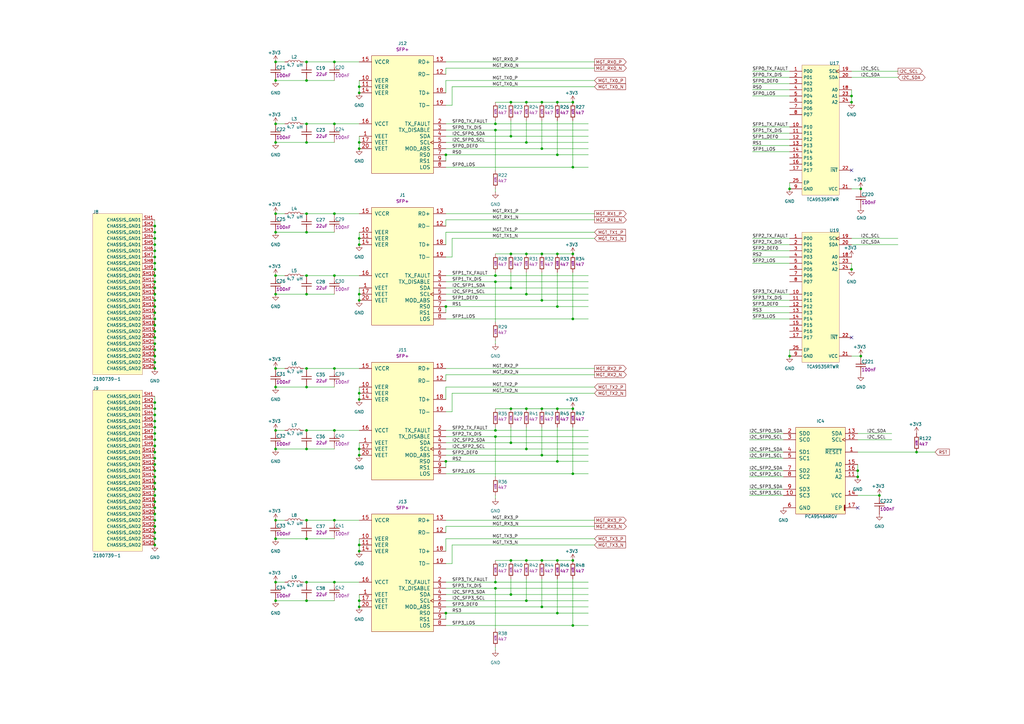
<source format=kicad_sch>
(kicad_sch (version 20250114) (generator "eeschema") (generator_version "9.0")
  (paper "A3")
  (junction (at 137.16 238.76))
  (junction (at 63.5 148.59))
  (junction (at 113.03 220.98))
  (junction (at 147.32 184.15))
  (junction (at 63.5 115.57))
  (junction (at 63.5 138.43))
  (junction (at 351.79 195.58))
  (junction (at 125.73 33.02))
  (junction (at 125.73 95.25))
  (junction (at 203.2 241.3))
  (junction (at 63.5 215.9))
  (junction (at 63.5 223.52))
  (junction (at 63.5 205.74))
  (junction (at 228.6 251.46))
  (junction (at 125.73 25.4))
  (junction (at 125.73 246.38))
  (junction (at 203.2 179.07))
  (junction (at 63.5 175.26))
  (junction (at 222.25 60.96))
  (junction (at 125.73 213.36))
  (junction (at 375.92 185.42))
  (junction (at 323.85 146.05))
  (junction (at 215.9 41.91))
  (junction (at 222.25 167.64))
  (junction (at 215.9 229.87))
  (junction (at 125.73 158.75))
  (junction (at 222.25 248.92))
  (junction (at 137.16 87.63))
  (junction (at 125.73 220.98))
  (junction (at 228.6 104.14))
  (junction (at 63.5 95.25))
  (junction (at 215.9 246.38))
  (junction (at 125.73 87.63))
  (junction (at 182.88 251.46))
  (junction (at 209.55 167.64))
  (junction (at 147.32 161.29))
  (junction (at 113.03 113.03))
  (junction (at 63.5 165.1))
  (junction (at 203.2 176.53))
  (junction (at 63.5 185.42))
  (junction (at 63.5 200.66))
  (junction (at 113.03 33.02))
  (junction (at 63.5 113.03))
  (junction (at 63.5 180.34))
  (junction (at 63.5 182.88))
  (junction (at 63.5 172.72))
  (junction (at 234.95 256.54))
  (junction (at 63.5 105.41))
  (junction (at 63.5 100.33))
  (junction (at 113.03 50.8))
  (junction (at 113.03 58.42))
  (junction (at 147.32 123.19))
  (junction (at 349.25 39.37))
  (junction (at 323.85 77.47))
  (junction (at 209.55 181.61))
  (junction (at 63.5 135.89))
  (junction (at 63.5 210.82))
  (junction (at 63.5 130.81))
  (junction (at 63.5 218.44))
  (junction (at 125.73 176.53))
  (junction (at 147.32 248.92))
  (junction (at 228.6 189.23))
  (junction (at 63.5 133.35))
  (junction (at 147.32 223.52))
  (junction (at 63.5 107.95))
  (junction (at 228.6 125.73))
  (junction (at 125.73 151.13))
  (junction (at 182.88 189.23))
  (junction (at 147.32 97.79))
  (junction (at 147.32 100.33))
  (junction (at 209.55 104.14))
  (junction (at 349.25 41.91))
  (junction (at 63.5 92.71))
  (junction (at 63.5 151.13))
  (junction (at 203.2 53.34))
  (junction (at 137.16 25.4))
  (junction (at 113.03 151.13))
  (junction (at 351.79 193.04))
  (junction (at 203.2 113.03))
  (junction (at 228.6 41.91))
  (junction (at 63.5 146.05))
  (junction (at 63.5 167.64))
  (junction (at 63.5 123.19))
  (junction (at 353.06 146.05))
  (junction (at 353.06 77.47))
  (junction (at 113.03 87.63))
  (junction (at 125.73 120.65))
  (junction (at 113.03 184.15))
  (junction (at 234.95 167.64))
  (junction (at 147.32 163.83))
  (junction (at 63.5 97.79))
  (junction (at 234.95 68.58))
  (junction (at 147.32 35.56))
  (junction (at 209.55 55.88))
  (junction (at 209.55 243.84))
  (junction (at 234.95 41.91))
  (junction (at 147.32 226.06))
  (junction (at 209.55 118.11))
  (junction (at 63.5 170.18))
  (junction (at 125.73 58.42))
  (junction (at 228.6 63.5))
  (junction (at 147.32 58.42))
  (junction (at 125.73 113.03))
  (junction (at 234.95 130.81))
  (junction (at 63.5 143.51))
  (junction (at 222.25 104.14))
  (junction (at 203.2 50.8))
  (junction (at 222.25 41.91))
  (junction (at 349.25 110.49))
  (junction (at 234.95 229.87))
  (junction (at 137.16 213.36))
  (junction (at 234.95 104.14))
  (junction (at 63.5 195.58))
  (junction (at 203.2 115.57))
  (junction (at 113.03 120.65))
  (junction (at 228.6 167.64))
  (junction (at 137.16 113.03))
  (junction (at 209.55 229.87))
  (junction (at 182.88 63.5))
  (junction (at 125.73 238.76))
  (junction (at 113.03 25.4))
  (junction (at 137.16 151.13))
  (junction (at 113.03 176.53))
  (junction (at 63.5 140.97))
  (junction (at 215.9 120.65))
  (junction (at 63.5 128.27))
  (junction (at 147.32 246.38))
  (junction (at 63.5 220.98))
  (junction (at 113.03 238.76))
  (junction (at 203.2 238.76))
  (junction (at 113.03 246.38))
  (junction (at 113.03 213.36))
  (junction (at 63.5 102.87))
  (junction (at 360.68 203.2))
  (junction (at 147.32 60.96))
  (junction (at 63.5 213.36))
  (junction (at 63.5 125.73))
  (junction (at 137.16 50.8))
  (junction (at 125.73 50.8))
  (junction (at 63.5 190.5))
  (junction (at 63.5 203.2))
  (junction (at 63.5 198.12))
  (junction (at 215.9 167.64))
  (junction (at 147.32 38.1))
  (junction (at 222.25 186.69))
  (junction (at 209.55 41.91))
  (junction (at 147.32 120.65))
  (junction (at 215.9 184.15))
  (junction (at 63.5 177.8))
  (junction (at 222.25 123.19))
  (junction (at 222.25 229.87))
  (junction (at 63.5 110.49))
  (junction (at 63.5 118.11))
  (junction (at 137.16 176.53))
  (junction (at 215.9 58.42))
  (junction (at 113.03 95.25))
  (junction (at 113.03 158.75))
  (junction (at 63.5 187.96))
  (junction (at 147.32 186.69))
  (junction (at 125.73 184.15))
  (junction (at 228.6 229.87))
  (junction (at 215.9 104.14))
  (junction (at 63.5 208.28))
  (junction (at 63.5 193.04))
  (junction (at 234.95 194.31))
  (junction (at 182.88 125.73))
  (junction (at 63.5 120.65))
  (no_connect (at 349.25 69.85))
  (no_connect (at 349.25 138.43))
  (no_connect (at 351.79 208.28))
  (wire (pts (xy 63.5 218.44) (xy 63.5 220.98)))
  (wire (pts (xy 308.61 57.15) (xy 323.85 57.15)))
  (wire (pts (xy 182.88 243.84) (xy 209.55 243.84)))
  (wire (pts (xy 63.5 92.71) (xy 63.5 95.25)))
  (wire (pts (xy 125.73 25.4) (xy 137.16 25.4)))
  (wire (pts (xy 137.16 113.03) (xy 147.32 113.03)))
  (wire (pts (xy 182.88 25.4) (xy 243.84 25.4)))
  (wire (pts (xy 185.42 43.18) (xy 182.88 43.18)))
  (wire (pts (xy 63.5 102.87) (xy 63.5 105.41)))
  (wire (pts (xy 137.16 25.4) (xy 147.32 25.4)))
  (wire (pts (xy 125.73 113.03) (xy 137.16 113.03)))
  (wire (pts (xy 182.88 184.15) (xy 215.9 184.15)))
  (wire (pts (xy 113.03 220.98) (xy 125.73 220.98)))
  (wire (pts (xy 63.5 177.8) (xy 63.5 180.34)))
  (wire (pts (xy 113.03 246.38) (xy 125.73 246.38)))
  (wire (pts (xy 307.34 200.66) (xy 321.31 200.66)))
  (wire (pts (xy 182.88 220.98) (xy 182.88 226.06)))
  (wire (pts (xy 215.9 104.14) (xy 222.25 104.14)))
  (wire (pts (xy 113.03 184.15) (xy 125.73 184.15)))
  (wire (pts (xy 124.46 176.53) (xy 125.73 176.53)))
  (wire (pts (xy 182.88 125.73) (xy 182.88 128.27)))
  (wire (pts (xy 222.25 60.96) (xy 241.3 60.96)))
  (wire (pts (xy 125.73 58.42) (xy 137.16 58.42)))
  (wire (pts (xy 147.32 120.65) (xy 147.32 123.19)))
  (wire (pts (xy 113.03 33.02) (xy 125.73 33.02)))
  (wire (pts (xy 182.88 153.67) (xy 182.88 156.21)))
  (wire (pts (xy 63.5 120.65) (xy 63.5 123.19)))
  (wire (pts (xy 209.55 229.87) (xy 215.9 229.87)))
  (wire (pts (xy 63.5 97.79) (xy 63.5 100.33)))
  (wire (pts (xy 243.84 223.52) (xy 185.42 223.52)))
  (wire (pts (xy 182.88 179.07) (xy 203.2 179.07)))
  (wire (pts (xy 203.2 104.14) (xy 209.55 104.14)))
  (wire (pts (xy 113.03 120.65) (xy 125.73 120.65)))
  (wire (pts (xy 203.2 203.2) (xy 203.2 204.47)))
  (wire (pts (xy 125.73 87.63) (xy 137.16 87.63)))
  (wire (pts (xy 203.2 113.03) (xy 241.3 113.03)))
  (wire (pts (xy 63.5 198.12) (xy 63.5 200.66)))
  (wire (pts (xy 63.5 148.59) (xy 63.5 151.13)))
  (wire (pts (xy 113.03 95.25) (xy 125.73 95.25)))
  (wire (pts (xy 63.5 146.05) (xy 63.5 148.59)))
  (wire (pts (xy 351.79 185.42) (xy 375.92 185.42)))
  (wire (pts (xy 228.6 41.91) (xy 234.95 41.91)))
  (wire (pts (xy 375.92 185.42) (xy 383.54 185.42)))
  (wire (pts (xy 63.5 140.97) (xy 63.5 143.51)))
  (wire (pts (xy 228.6 63.5) (xy 241.3 63.5)))
  (wire (pts (xy 125.73 151.13) (xy 137.16 151.13)))
  (wire (pts (xy 182.88 238.76) (xy 203.2 238.76)))
  (wire (pts (xy 243.84 35.56) (xy 185.42 35.56)))
  (wire (pts (xy 113.03 158.75) (xy 125.73 158.75)))
  (wire (pts (xy 125.73 246.38) (xy 137.16 246.38)))
  (wire (pts (xy 215.9 120.65) (xy 215.9 111.76)))
  (wire (pts (xy 63.5 200.66) (xy 63.5 203.2)))
  (wire (pts (xy 182.88 186.69) (xy 222.25 186.69)))
  (wire (pts (xy 234.95 256.54) (xy 241.3 256.54)))
  (wire (pts (xy 125.73 158.75) (xy 137.16 158.75)))
  (wire (pts (xy 222.25 248.92) (xy 222.25 237.49)))
  (wire (pts (xy 63.5 90.17) (xy 63.5 92.71)))
  (wire (pts (xy 243.84 220.98) (xy 182.88 220.98)))
  (wire (pts (xy 209.55 181.61) (xy 209.55 175.26)))
  (wire (pts (xy 203.2 179.07) (xy 241.3 179.07)))
  (wire (pts (xy 113.03 87.63) (xy 116.84 87.63)))
  (wire (pts (xy 307.34 193.04) (xy 321.31 193.04)))
  (wire (pts (xy 308.61 102.87) (xy 323.85 102.87)))
  (wire (pts (xy 124.46 113.03) (xy 125.73 113.03)))
  (wire (pts (xy 215.9 246.38) (xy 215.9 237.49)))
  (wire (pts (xy 222.25 104.14) (xy 228.6 104.14)))
  (wire (pts (xy 222.25 248.92) (xy 241.3 248.92)))
  (wire (pts (xy 349.25 97.79) (xy 368.3 97.79)))
  (wire (pts (xy 125.73 213.36) (xy 137.16 213.36)))
  (wire (pts (xy 228.6 49.53) (xy 228.6 63.5)))
  (wire (pts (xy 137.16 87.63) (xy 147.32 87.63)))
  (wire (pts (xy 349.25 100.33) (xy 368.3 100.33)))
  (wire (pts (xy 63.5 203.2) (xy 63.5 205.74)))
  (wire (pts (xy 203.2 113.03) (xy 203.2 111.76)))
  (wire (pts (xy 182.88 90.17) (xy 182.88 92.71)))
  (wire (pts (xy 349.25 36.83) (xy 349.25 39.37)))
  (wire (pts (xy 222.25 167.64) (xy 228.6 167.64)))
  (wire (pts (xy 323.85 143.51) (xy 323.85 146.05)))
  (wire (pts (xy 63.5 167.64) (xy 63.5 170.18)))
  (wire (pts (xy 222.25 123.19) (xy 222.25 111.76)))
  (wire (pts (xy 147.32 220.98) (xy 147.32 223.52)))
  (wire (pts (xy 243.84 90.17) (xy 182.88 90.17)))
  (wire (pts (xy 185.42 97.79) (xy 185.42 105.41)))
  (wire (pts (xy 182.88 151.13) (xy 243.84 151.13)))
  (wire (pts (xy 203.2 238.76) (xy 203.2 237.49)))
  (wire (pts (xy 203.2 167.64) (xy 209.55 167.64)))
  (wire (pts (xy 147.32 181.61) (xy 147.32 184.15)))
  (wire (pts (xy 308.61 105.41) (xy 323.85 105.41)))
  (wire (pts (xy 125.73 120.65) (xy 137.16 120.65)))
  (wire (pts (xy 137.16 50.8) (xy 147.32 50.8)))
  (wire (pts (xy 125.73 33.02) (xy 137.16 33.02)))
  (wire (pts (xy 182.88 123.19) (xy 222.25 123.19)))
  (wire (pts (xy 124.46 238.76) (xy 125.73 238.76)))
  (wire (pts (xy 228.6 175.26) (xy 228.6 189.23)))
  (wire (pts (xy 125.73 50.8) (xy 137.16 50.8)))
  (wire (pts (xy 182.88 241.3) (xy 203.2 241.3)))
  (wire (pts (xy 63.5 115.57) (xy 63.5 118.11)))
  (wire (pts (xy 182.88 58.42) (xy 215.9 58.42)))
  (wire (pts (xy 63.5 123.19) (xy 63.5 125.73)))
  (wire (pts (xy 308.61 128.27) (xy 323.85 128.27)))
  (wire (pts (xy 215.9 184.15) (xy 241.3 184.15)))
  (wire (pts (xy 203.2 241.3) (xy 203.2 257.81)))
  (wire (pts (xy 308.61 59.69) (xy 323.85 59.69)))
  (wire (pts (xy 124.46 50.8) (xy 125.73 50.8)))
  (wire (pts (xy 307.34 187.96) (xy 321.31 187.96)))
  (wire (pts (xy 203.2 265.43) (xy 203.2 266.7)))
  (wire (pts (xy 203.2 53.34) (xy 203.2 69.85)))
  (wire (pts (xy 182.88 176.53) (xy 203.2 176.53)))
  (wire (pts (xy 351.79 203.2) (xy 360.68 203.2)))
  (wire (pts (xy 228.6 104.14) (xy 234.95 104.14)))
  (wire (pts (xy 234.95 68.58) (xy 234.95 49.53)))
  (wire (pts (xy 307.34 177.8) (xy 321.31 177.8)))
  (wire (pts (xy 308.61 39.37) (xy 323.85 39.37)))
  (wire (pts (xy 63.5 195.58) (xy 63.5 198.12)))
  (wire (pts (xy 308.61 31.75) (xy 323.85 31.75)))
  (wire (pts (xy 182.88 251.46) (xy 228.6 251.46)))
  (wire (pts (xy 203.2 41.91) (xy 209.55 41.91)))
  (wire (pts (xy 203.2 50.8) (xy 203.2 49.53)))
  (wire (pts (xy 113.03 50.8) (xy 116.84 50.8)))
  (wire (pts (xy 203.2 176.53) (xy 241.3 176.53)))
  (wire (pts (xy 63.5 143.51) (xy 63.5 146.05)))
  (wire (pts (xy 63.5 172.72) (xy 63.5 175.26)))
  (wire (pts (xy 182.88 27.94) (xy 182.88 30.48)))
  (wire (pts (xy 124.46 25.4) (xy 125.73 25.4)))
  (wire (pts (xy 63.5 133.35) (xy 63.5 135.89)))
  (wire (pts (xy 307.34 195.58) (xy 321.31 195.58)))
  (wire (pts (xy 203.2 241.3) (xy 241.3 241.3)))
  (wire (pts (xy 228.6 125.73) (xy 241.3 125.73)))
  (wire (pts (xy 307.34 185.42) (xy 321.31 185.42)))
  (wire (pts (xy 209.55 181.61) (xy 241.3 181.61)))
  (wire (pts (xy 182.88 256.54) (xy 234.95 256.54)))
  (wire (pts (xy 63.5 175.26) (xy 63.5 177.8)))
  (wire (pts (xy 113.03 58.42) (xy 125.73 58.42)))
  (wire (pts (xy 243.84 215.9) (xy 182.88 215.9)))
  (wire (pts (xy 137.16 176.53) (xy 147.32 176.53)))
  (wire (pts (xy 63.5 208.28) (xy 63.5 210.82)))
  (wire (pts (xy 243.84 153.67) (xy 182.88 153.67)))
  (wire (pts (xy 63.5 190.5) (xy 63.5 193.04)))
  (wire (pts (xy 209.55 104.14) (xy 215.9 104.14)))
  (wire (pts (xy 147.32 33.02) (xy 147.32 35.56)))
  (wire (pts (xy 182.88 158.75) (xy 182.88 163.83)))
  (wire (pts (xy 63.5 210.82) (xy 63.5 213.36)))
  (wire (pts (xy 182.88 181.61) (xy 209.55 181.61)))
  (wire (pts (xy 215.9 167.64) (xy 222.25 167.64)))
  (wire (pts (xy 63.5 100.33) (xy 63.5 102.87)))
  (wire (pts (xy 215.9 41.91) (xy 222.25 41.91)))
  (wire (pts (xy 308.61 36.83) (xy 323.85 36.83)))
  (wire (pts (xy 182.88 53.34) (xy 203.2 53.34)))
  (wire (pts (xy 222.25 123.19) (xy 241.3 123.19)))
  (wire (pts (xy 125.73 238.76) (xy 137.16 238.76)))
  (wire (pts (xy 113.03 25.4) (xy 116.84 25.4)))
  (wire (pts (xy 113.03 151.13) (xy 116.84 151.13)))
  (wire (pts (xy 124.46 151.13) (xy 125.73 151.13)))
  (wire (pts (xy 137.16 238.76) (xy 147.32 238.76)))
  (wire (pts (xy 203.2 115.57) (xy 241.3 115.57)))
  (wire (pts (xy 147.32 58.42) (xy 147.32 60.96)))
  (wire (pts (xy 182.88 118.11) (xy 209.55 118.11)))
  (wire (pts (xy 147.32 95.25) (xy 147.32 97.79)))
  (wire (pts (xy 307.34 203.2) (xy 321.31 203.2)))
  (wire (pts (xy 147.32 118.11) (xy 147.32 120.65)))
  (wire (pts (xy 125.73 220.98) (xy 137.16 220.98)))
  (wire (pts (xy 308.61 123.19) (xy 323.85 123.19)))
  (wire (pts (xy 234.95 256.54) (xy 234.95 237.49)))
  (wire (pts (xy 63.5 95.25) (xy 63.5 97.79)))
  (wire (pts (xy 182.88 63.5) (xy 182.88 66.04)))
  (wire (pts (xy 63.5 193.04) (xy 63.5 195.58)))
  (wire (pts (xy 203.2 229.87) (xy 209.55 229.87)))
  (wire (pts (xy 351.79 190.5) (xy 351.79 193.04)))
  (wire (pts (xy 63.5 107.95) (xy 63.5 110.49)))
  (wire (pts (xy 182.88 55.88) (xy 209.55 55.88)))
  (wire (pts (xy 203.2 77.47) (xy 203.2 78.74)))
  (wire (pts (xy 147.32 55.88) (xy 147.32 58.42)))
  (wire (pts (xy 63.5 110.49) (xy 63.5 113.03)))
  (wire (pts (xy 63.5 128.27) (xy 63.5 130.81)))
  (wire (pts (xy 215.9 58.42) (xy 241.3 58.42)))
  (wire (pts (xy 234.95 194.31) (xy 241.3 194.31)))
  (wire (pts (xy 182.88 215.9) (xy 182.88 218.44)))
  (wire (pts (xy 215.9 246.38) (xy 241.3 246.38)))
  (wire (pts (xy 215.9 229.87) (xy 222.25 229.87)))
  (wire (pts (xy 351.79 193.04) (xy 351.79 195.58)))
  (wire (pts (xy 308.61 130.81) (xy 323.85 130.81)))
  (wire (pts (xy 215.9 184.15) (xy 215.9 175.26)))
  (wire (pts (xy 63.5 182.88) (xy 63.5 185.42)))
  (wire (pts (xy 243.84 158.75) (xy 182.88 158.75)))
  (wire (pts (xy 125.73 184.15) (xy 137.16 184.15)))
  (wire (pts (xy 308.61 120.65) (xy 323.85 120.65)))
  (wire (pts (xy 63.5 118.11) (xy 63.5 120.65)))
  (wire (pts (xy 182.88 60.96) (xy 222.25 60.96)))
  (wire (pts (xy 182.88 68.58) (xy 234.95 68.58)))
  (wire (pts (xy 185.42 161.29) (xy 185.42 168.91)))
  (wire (pts (xy 63.5 180.34) (xy 63.5 182.88)))
  (wire (pts (xy 203.2 50.8) (xy 241.3 50.8)))
  (wire (pts (xy 209.55 243.84) (xy 209.55 237.49)))
  (wire (pts (xy 222.25 41.91) (xy 228.6 41.91)))
  (wire (pts (xy 182.88 63.5) (xy 228.6 63.5)))
  (wire (pts (xy 182.88 120.65) (xy 215.9 120.65)))
  (wire (pts (xy 63.5 185.42) (xy 63.5 187.96)))
  (wire (pts (xy 215.9 58.42) (xy 215.9 49.53)))
  (wire (pts (xy 63.5 213.36) (xy 63.5 215.9)))
  (wire (pts (xy 349.25 31.75) (xy 368.3 31.75)))
  (wire (pts (xy 222.25 229.87) (xy 228.6 229.87)))
  (wire (pts (xy 308.61 34.29) (xy 323.85 34.29)))
  (wire (pts (xy 182.88 194.31) (xy 234.95 194.31)))
  (wire (pts (xy 147.32 246.38) (xy 147.32 248.92)))
  (wire (pts (xy 63.5 187.96) (xy 63.5 190.5)))
  (wire (pts (xy 147.32 158.75) (xy 147.32 161.29)))
  (wire (pts (xy 308.61 52.07) (xy 323.85 52.07)))
  (wire (pts (xy 113.03 238.76) (xy 116.84 238.76)))
  (wire (pts (xy 185.42 168.91) (xy 182.88 168.91)))
  (wire (pts (xy 308.61 100.33) (xy 323.85 100.33)))
  (wire (pts (xy 182.88 248.92) (xy 222.25 248.92)))
  (wire (pts (xy 63.5 105.41) (xy 63.5 107.95)))
  (wire (pts (xy 222.25 60.96) (xy 222.25 49.53)))
  (wire (pts (xy 137.16 151.13) (xy 147.32 151.13)))
  (wire (pts (xy 182.88 50.8) (xy 203.2 50.8)))
  (wire (pts (xy 234.95 194.31) (xy 234.95 175.26)))
  (wire (pts (xy 203.2 53.34) (xy 241.3 53.34)))
  (wire (pts (xy 63.5 205.74) (xy 63.5 208.28)))
  (wire (pts (xy 243.84 27.94) (xy 182.88 27.94)))
  (wire (pts (xy 349.25 29.21) (xy 368.3 29.21)))
  (wire (pts (xy 63.5 135.89) (xy 63.5 138.43)))
  (wire (pts (xy 182.88 130.81) (xy 234.95 130.81)))
  (wire (pts (xy 63.5 162.56) (xy 63.5 165.1)))
  (wire (pts (xy 137.16 213.36) (xy 147.32 213.36)))
  (wire (pts (xy 228.6 251.46) (xy 241.3 251.46)))
  (wire (pts (xy 147.32 97.79) (xy 147.32 100.33)))
  (wire (pts (xy 185.42 35.56) (xy 185.42 43.18)))
  (wire (pts (xy 203.2 139.7) (xy 203.2 140.97)))
  (wire (pts (xy 182.88 87.63) (xy 243.84 87.63)))
  (wire (pts (xy 182.88 113.03) (xy 203.2 113.03)))
  (wire (pts (xy 209.55 55.88) (xy 241.3 55.88)))
  (wire (pts (xy 203.2 238.76) (xy 241.3 238.76)))
  (wire (pts (xy 185.42 223.52) (xy 185.42 231.14)))
  (wire (pts (xy 349.25 39.37) (xy 349.25 41.91)))
  (wire (pts (xy 308.61 125.73) (xy 323.85 125.73)))
  (wire (pts (xy 182.88 213.36) (xy 243.84 213.36)))
  (wire (pts (xy 228.6 111.76) (xy 228.6 125.73)))
  (wire (pts (xy 182.88 33.02) (xy 182.88 38.1)))
  (wire (pts (xy 351.79 180.34) (xy 365.76 180.34)))
  (wire (pts (xy 222.25 186.69) (xy 241.3 186.69)))
  (wire (pts (xy 307.34 180.34) (xy 321.31 180.34)))
  (wire (pts (xy 147.32 223.52) (xy 147.32 226.06)))
  (wire (pts (xy 63.5 215.9) (xy 63.5 218.44)))
  (wire (pts (xy 243.84 33.02) (xy 182.88 33.02)))
  (wire (pts (xy 234.95 130.81) (xy 241.3 130.81)))
  (wire (pts (xy 147.32 243.84) (xy 147.32 246.38)))
  (wire (pts (xy 222.25 186.69) (xy 222.25 175.26)))
  (wire (pts (xy 308.61 62.23) (xy 323.85 62.23)))
  (wire (pts (xy 185.42 231.14) (xy 182.88 231.14)))
  (wire (pts (xy 228.6 237.49) (xy 228.6 251.46)))
  (wire (pts (xy 209.55 243.84) (xy 241.3 243.84)))
  (wire (pts (xy 323.85 74.93) (xy 323.85 77.47)))
  (wire (pts (xy 308.61 97.79) (xy 323.85 97.79)))
  (wire (pts (xy 308.61 107.95) (xy 323.85 107.95)))
  (wire (pts (xy 215.9 120.65) (xy 241.3 120.65)))
  (wire (pts (xy 349.25 77.47) (xy 353.06 77.47)))
  (wire (pts (xy 308.61 29.21) (xy 323.85 29.21)))
  (wire (pts (xy 209.55 167.64) (xy 215.9 167.64)))
  (wire (pts (xy 63.5 138.43) (xy 63.5 140.97)))
  (wire (pts (xy 203.2 115.57) (xy 203.2 132.08)))
  (wire (pts (xy 124.46 87.63) (xy 125.73 87.63)))
  (wire (pts (xy 113.03 113.03) (xy 116.84 113.03)))
  (wire (pts (xy 182.88 95.25) (xy 182.88 100.33)))
  (wire (pts (xy 125.73 95.25) (xy 137.16 95.25)))
  (wire (pts (xy 243.84 95.25) (xy 182.88 95.25)))
  (wire (pts (xy 243.84 97.79) (xy 185.42 97.79)))
  (wire (pts (xy 63.5 113.03) (xy 63.5 115.57)))
  (wire (pts (xy 147.32 161.29) (xy 147.32 163.83)))
  (wire (pts (xy 234.95 68.58) (xy 241.3 68.58)))
  (wire (pts (xy 351.79 177.8) (xy 365.76 177.8)))
  (wire (pts (xy 185.42 105.41) (xy 182.88 105.41)))
  (wire (pts (xy 308.61 54.61) (xy 323.85 54.61)))
  (wire (pts (xy 113.03 176.53) (xy 116.84 176.53)))
  (wire (pts (xy 147.32 184.15) (xy 147.32 186.69)))
  (wire (pts (xy 63.5 125.73) (xy 63.5 128.27)))
  (wire (pts (xy 124.46 213.36) (xy 125.73 213.36)))
  (wire (pts (xy 209.55 118.11) (xy 209.55 111.76)))
  (wire (pts (xy 243.84 161.29) (xy 185.42 161.29)))
  (wire (pts (xy 125.73 176.53) (xy 137.16 176.53)))
  (wire (pts (xy 182.88 246.38) (xy 215.9 246.38)))
  (wire (pts (xy 203.2 179.07) (xy 203.2 195.58)))
  (wire (pts (xy 113.03 213.36) (xy 116.84 213.36)))
  (wire (pts (xy 349.25 146.05) (xy 353.06 146.05)))
  (wire (pts (xy 63.5 165.1) (xy 63.5 167.64)))
  (wire (pts (xy 182.88 251.46) (xy 182.88 254)))
  (wire (pts (xy 63.5 170.18) (xy 63.5 172.72)))
  (wire (pts (xy 182.88 115.57) (xy 203.2 115.57)))
  (wire (pts (xy 234.95 130.81) (xy 234.95 111.76)))
  (wire (pts (xy 182.88 189.23) (xy 182.88 191.77)))
  (wire (pts (xy 63.5 220.98) (xy 63.5 223.52)))
  (wire (pts (xy 209.55 118.11) (xy 241.3 118.11)))
  (wire (pts (xy 228.6 189.23) (xy 241.3 189.23)))
  (wire (pts (xy 228.6 167.64) (xy 234.95 167.64)))
  (wire (pts (xy 182.88 189.23) (xy 228.6 189.23)))
  (wire (pts (xy 147.32 35.56) (xy 147.32 38.1)))
  (wire (pts (xy 228.6 229.87) (xy 234.95 229.87)))
  (wire (pts (xy 349.25 107.95) (xy 349.25 110.49)))
  (wire (pts (xy 209.55 55.88) (xy 209.55 49.53)))
  (wire (pts (xy 203.2 176.53) (xy 203.2 175.26)))
  (wire (pts (xy 63.5 130.81) (xy 63.5 133.35)))
  (wire (pts (xy 182.88 125.73) (xy 228.6 125.73)))
  (wire (pts (xy 209.55 41.91) (xy 215.9 41.91)))
  (label "I2C_SFP2_SCL" (at 307.34 195.58 0) (effects (font (thickness 0.1588))))
  (label "SFP0_TX_FAULT" (at 308.61 29.21 0) (effects (font (thickness 0.1588))))
  (label "SFP1_TX_FAULT" (at 308.61 52.07 0) (effects (font (thickness 0.1588))))
  (label "RS3" (at 308.61 128.27 0))
  (label "MGT_TX3_P" (at 201.93 220.98 0))
  (label "I2C_SFP2_SDA" (at 307.34 193.04 0) (effects (font (thickness 0.1588))))
  (label "MGT_TX0_P" (at 201.93 33.02 0))
  (label "SFP0_LOS" (at 308.61 39.37 0) (effects (font (thickness 0.1588))))
  (label "SFP1_DEF0" (at 185.42 123.19 0) (effects (font (thickness 0.1588))))
  (label "SFP2_DEF0" (at 308.61 102.87 0) (effects (font (thickness 0.1588))))
  (label "SFP2_TX_DIS" (at 185.42 179.07 0) (effects (font (thickness 0.1588))))
  (label "MGT_RX2_N" (at 201.93 153.67 0))
  (label "MGT_TX0_N" (at 201.93 35.56 0))
  (label "SFP3_DEF0" (at 308.61 125.73 0) (effects (font (thickness 0.1588))))
  (label "SFP2_TX_FAULT" (at 308.61 97.79 0) (effects (font (thickness 0.1588))))
  (label "MGT_RX1_P" (at 201.93 87.63 0))
  (label "I2C_SFP0_SCL" (at 185.42 58.42 0) (effects (font (thickness 0.1588))))
  (label "MGT_TX2_N" (at 201.93 161.29 0))
  (label "MGT_RX3_P" (at 201.93 213.36 0))
  (label "MGT_RX2_P" (at 201.93 151.13 0))
  (label "I2C_SCL" (at 355.6 180.34 0))
  (label "I2C_SFP2_SCL" (at 185.42 184.15 0) (effects (font (thickness 0.1588))))
  (label "I2C_SFP1_SCL" (at 307.34 187.96 0) (effects (font (thickness 0.1588))))
  (label "I2C_SFP3_SDA" (at 185.42 243.84 0) (effects (font (thickness 0.1588))))
  (label "SFP0_TX_FAULT" (at 185.42 50.8 0) (effects (font (thickness 0.1588))))
  (label "I2C_SCL" (at 353.06 97.79 0))
  (label "SFP0_LOS" (at 185.42 68.58 0) (effects (font (thickness 0.1588))))
  (label "SFP2_TX_FAULT" (at 185.42 176.53 0) (effects (font (thickness 0.1588))))
  (label "I2C_SFP0_SDA" (at 185.42 55.88 0) (effects (font (thickness 0.1588))))
  (label "SFP0_DEF0" (at 308.61 34.29 0) (effects (font (thickness 0.1588))))
  (label "I2C_SFP0_SDA" (at 307.34 177.8 0) (effects (font (thickness 0.1588))))
  (label "RS0" (at 185.42 63.5 0))
  (label "MGT_TX1_P" (at 201.93 95.25 0))
  (label "I2C_SFP0_SCL" (at 307.34 180.34 0) (effects (font (thickness 0.1588))))
  (label "MGT_TX2_P" (at 201.93 158.75 0))
  (label "SFP2_DEF0" (at 185.42 186.69 0) (effects (font (thickness 0.1588))))
  (label "I2C_SFP1_SDA" (at 185.42 118.11 0) (effects (font (thickness 0.1588))))
  (label "MGT_TX1_N" (at 201.93 97.79 0))
  (label "RS2" (at 185.42 189.23 0))
  (label "RS2" (at 308.61 105.41 0))
  (label "MGT_RX1_N" (at 201.93 90.17 0))
  (label "I2C_SFP3_SDA" (at 307.34 200.66 0) (effects (font (thickness 0.1588))))
  (label "I2C_SFP3_SCL" (at 185.42 246.38 0) (effects (font (thickness 0.1588))))
  (label "SFP1_LOS" (at 185.42 130.81 0) (effects (font (thickness 0.1588))))
  (label "MGT_TX3_N" (at 201.93 223.52 0))
  (label "SFP1_DEF0" (at 308.61 57.15 0) (effects (font (thickness 0.1588))))
  (label "SFP1_TX_DIS" (at 185.42 115.57 0) (effects (font (thickness 0.1588))))
  (label "RS0" (at 308.61 36.83 0))
  (label "MGT_RX0_N" (at 201.93 27.94 0))
  (label "I2C_SCL" (at 353.06 29.21 0))
  (label "MGT_RX0_P" (at 201.93 25.4 0))
  (label "SFP2_TX_DIS" (at 308.61 100.33 0) (effects (font (thickness 0.1588))))
  (label "SFP0_TX_DIS" (at 308.61 31.75 0) (effects (font (thickness 0.1588))))
  (label "RS1" (at 308.61 59.69 0))
  (label "I2C_SDA" (at 353.06 31.75 0))
  (label "SFP1_TX_FAULT" (at 185.42 113.03 0) (effects (font (thickness 0.1588))))
  (label "SFP1_TX_DIS" (at 308.61 54.61 0) (effects (font (thickness 0.1588))))
  (label "SFP1_LOS" (at 308.61 62.23 0) (effects (font (thickness 0.1588))))
  (label "RS1" (at 185.42 125.73 0))
  (label "I2C_SFP2_SDA" (at 185.42 181.61 0) (effects (font (thickness 0.1588))))
  (label "I2C_SFP3_SCL" (at 307.34 203.2 0) (effects (font (thickness 0.1588))))
  (label "SFP3_TX_FAULT" (at 185.42 238.76 0) (effects (font (thickness 0.1588))))
  (label "SFP3_TX_DIS" (at 185.42 241.3 0) (effects (font (thickness 0.1588))))
  (label "SFP3_LOS" (at 185.42 256.54 0) (effects (font (thickness 0.1588))))
  (label "I2C_SFP1_SDA" (at 307.34 185.42 0) (effects (font (thickness 0.1588))))
  (label "I2C_SDA" (at 353.06 100.33 0))
  (label "SFP0_TX_DIS" (at 185.42 53.34 0) (effects (font (thickness 0.1588))))
  (label "SFP3_TX_DIS" (at 308.61 123.19 0) (effects (font (thickness 0.1588))))
  (label "SFP3_LOS" (at 308.61 130.81 0) (effects (font (thickness 0.1588))))
  (label "SFP2_LOS" (at 185.42 194.31 0) (effects (font (thickness 0.1588))))
  (label "SFP3_DEF0" (at 185.42 248.92 0) (effects (font (thickness 0.1588))))
  (label "I2C_SDA" (at 355.6 177.8 0))
  (label "SFP3_TX_FAULT" (at 308.61 120.65 0) (effects (font (thickness 0.1588))))
  (label "SFP0_DEF0" (at 185.42 60.96 0) (effects (font (thickness 0.1588))))
  (label "SFP2_LOS" (at 308.61 107.95 0) (effects (font (thickness 0.1588))))
  (label "MGT_RX3_N" (at 201.93 215.9 0))
  (label "I2C_SFP1_SCL" (at 185.42 120.65 0) (effects (font (thickness 0.1588))))
  (label "RS3" (at 185.42 251.46 0))
  (global_label "I2C_SDA" (shape bidirectional) (at 368.3 31.75 0) (property "Intersheetrefs" "${INTERSHEET_REFS}" (effects (hide yes))))
  (global_label "MGT_RX3_P" (shape output) (at 243.84 213.36 0) (property "Intersheetrefs" "${INTERSHEET_REFS}" (effects (hide yes))))
  (global_label "MGT_TX0_N" (shape input) (at 243.84 35.56 0) (property "Intersheetrefs" "${INTERSHEET_REFS}" (effects (hide yes))))
  (global_label "MGT_TX2_P" (shape input) (at 243.84 158.75 0) (property "Intersheetrefs" "${INTERSHEET_REFS}" (effects (hide yes))))
  (global_label "MGT_TX3_P" (shape input) (at 243.84 220.98 0) (property "Intersheetrefs" "${INTERSHEET_REFS}" (effects (hide yes))))
  (global_label "MGT_RX0_P" (shape output) (at 243.84 25.4 0) (property "Intersheetrefs" "${INTERSHEET_REFS}" (effects (hide yes))))
  (global_label "I2C_SCL" (shape output) (at 368.3 29.21 0) (property "Intersheetrefs" "${INTERSHEET_REFS}" (effects (hide yes))))
  (global_label "MGT_TX1_P" (shape input) (at 243.84 95.25 0) (property "Intersheetrefs" "${INTERSHEET_REFS}" (effects (hide yes))))
  (global_label "MGT_RX1_P" (shape output) (at 243.84 87.63 0) (property "Intersheetrefs" "${INTERSHEET_REFS}" (effects (hide yes))))
  (global_label "MGT_TX1_N" (shape input) (at 243.84 97.79 0) (property "Intersheetrefs" "${INTERSHEET_REFS}" (effects (hide yes))))
  (global_label "MGT_TX2_N" (shape input) (at 243.84 161.29 0) (property "Intersheetrefs" "${INTERSHEET_REFS}" (effects (hide yes))))
  (global_label "MGT_TX0_P" (shape input) (at 243.84 33.02 0) (property "Intersheetrefs" "${INTERSHEET_REFS}" (effects (hide yes))))
  (global_label "MGT_RX1_N" (shape output) (at 243.84 90.17 0) (property "Intersheetrefs" "${INTERSHEET_REFS}" (effects (hide yes))))
  (global_label "MGT_RX2_N" (shape output) (at 243.84 153.67 0) (property "Intersheetrefs" "${INTERSHEET_REFS}" (effects (hide yes))))
  (global_label "MGT_RX2_P" (shape output) (at 243.84 151.13 0) (property "Intersheetrefs" "${INTERSHEET_REFS}" (effects (hide yes))))
  (global_label "MGT_RX3_N" (shape output) (at 243.84 215.9 0) (property "Intersheetrefs" "${INTERSHEET_REFS}" (effects (hide yes))))
  (global_label "RST" (shape input) (at 383.54 185.42 0) (property "Intersheetrefs" "${INTERSHEET_REFS}" (effects (hide yes))))
  (global_label "MGT_TX3_N" (shape input) (at 243.84 223.52 0) (property "Intersheetrefs" "${INTERSHEET_REFS}" (effects (hide yes))))
  (global_label "MGT_RX0_N" (shape output) (at 243.84 27.94 0) (property "Intersheetrefs" "${INTERSHEET_REFS}" (effects (hide yes))))
  (symbol (lib_id "power:+1V0") (at 353.06 146.05 0) (unit 1)
    (property "Reference" "#PWR0276" (effects (hide yes)))
    (property "Value" "+3V3" (at 352.552 142.24 0))
    (property "Description" "Power symbol creates a global label with name \"+1V0\"" (effects (hide yes)))
  )
  (symbol (lib_id "power:GND") (at 147.32 186.69 0) (unit 1)
    (property "Reference" "#PWR058" (effects (hide yes)))
    (property "Value" "GND" (at 147.32 191.77 0))
    (property "Description" "Power symbol creates a global label with name \"GND\" , ground" (effects (hide yes)))
  )
  (symbol (lib_id "Capacitors SMD:CC0402_100NF_50V_10%_X7R") (at 137.16 120.65 90) (unit 1)
    (property "Reference" "C30" (at 137.414 115.316 90) (effects (justify right)))
    (property "Value" "CC0402_100NF_50V_10%_X7R" (effects (hide yes)))
    (property "Footprint" "Capacitors SMD:CAPC1005X55N" (effects (hide yes)))
    (property "Datasheet" "\\\\cern.ch\\dfs\\Applications\\Altium\\Datasheets\\CC0402_MURATA_GRM155R71H104KE14D.pdf" (effects (hide yes)))
    (property "Description" "SMD Multilayer Chip Ceramic Capacitor" (effects (hide yes)))
    (property "Val" "100nF" (at 137.414 118.618 90) (effects (justify right)))
    (property "Part Number" "CC0402_100NF_50V_10%_X7R" (effects (hide yes)))
    (property "Library Ref" "Capacitor - non polarized" (effects (hide yes)))
    (property "Library Path" "SchLib\\Capacitors.SchLib" (effects (hide yes)))
    (property "Comment" "100nF" (effects (hide yes)))
    (property "Component Kind" "Standard" (effects (hide yes)))
    (property "Component Type" "Standard" (effects (hide yes)))
    (property "Pin Count" "2" (effects (hide yes)))
    (property "Footprint Path" "PcbLib\\Capacitors SMD.PcbLib" (effects (hide yes)))
    (property "Footprint Ref" "CAPC1005X55N" (effects (hide yes)))
    (property "PackageDescription" " " (effects (hide yes)))
    (property "Status" "None" (effects (hide yes)))
    (property "Status Comment" " " (effects (hide yes)))
    (property "Voltage" "50V" (effects (hide yes)))
    (property "TC" "X7R" (effects (hide yes)))
    (property "Tolerance" "±10%" (effects (hide yes)))
    (property "Part Description" "SMD Multilayer Chip Ceramic Capacitor" (effects (hide yes)))
    (property "Manufacturer" "GENERIC" (effects (hide yes)))
    (property "Manufacturer Part Number" "CC0402_100NF_50V_10%_X7R" (effects (hide yes)))
    (property "Case" "0402" (effects (hide yes)))
    (property "Mounted" "Yes" (effects (hide yes)))
    (property "Socket" "No" (effects (hide yes)))
    (property "SMD" "Yes" (effects (hide yes)))
    (property "PressFit" " " (effects (hide yes)))
    (property "Sense" "No" (effects (hide yes)))
    (property "Sense Comment" " " (effects (hide yes)))
    (property "ComponentHeight" " " (effects (hide yes)))
    (property "Manufacturer1 Example" "MURATA" (effects (hide yes)))
    (property "Manufacturer1 Part Number" "GRM155R71H104KE14D" (effects (hide yes)))
    (property "Manufacturer1 ComponentHeight" "0.55mm" (effects (hide yes)))
    (property "HelpURL" "\\\\cern.ch\\dfs\\Applications\\Altium\\Datasheets\\CC0402_MURATA_GRM155R71H104KE14D.pdf" (effects (hide yes)))
    (property "Author" "CERN DEM MR" (effects (hide yes)))
    (property "CreateDate" "06/30/17 00:00:00" (effects (hide yes)))
    (property "LatestRevisionDate" "06/30/17 00:00:00" (effects (hide yes)))
    (property "Database Table Name" "Capacitors" (effects (hide yes)))
    (property "Library Name" "Capacitors SMD" (effects (hide yes)))
    (property "Footprint Library" "Capacitors SMD" (effects (hide yes)))
    (property "License" "CC-BY-SA 4.0" (effects (hide yes)))
  )
  (symbol (lib_id "power:+1V0") (at 360.68 203.2 0) (unit 1)
    (property "Reference" "#PWR0280" (effects (hide yes)))
    (property "Value" "+3V3" (at 360.172 199.39 0))
    (property "Description" "Power symbol creates a global label with name \"+1V0\"" (effects (hide yes)))
  )
  (symbol (lib_id "Analog & Interface:PCA9546ARGV") (at 346.71 175.26 0) (mirror y) (unit 1)
    (property "Reference" "IC4" (at 336.55 172.72 0))
    (property "Value" "PCA9546ARGV" (at 343.408 211.836 0) (effects (justify left)))
    (property "Footprint" "ICs And Semiconductors SMD:QFN65P400X400X100-17N-S225" (effects (hide yes)))
    (property "Datasheet" "\\\\cern.ch\\dfs\\Applications\\Altium\\Datasheets\\PCA9546A.pdf" (effects (hide yes)))
    (property "Description" "Low Voltage 4-Channel I2C and SMBus Switch with Reset Function" (effects (hide yes)))
    (property "Part Number" "PCA9546ARGV" (effects (hide yes)))
    (property "Library Ref" "PCA9546ARGV" (effects (hide yes)))
    (property "Library Path" "SchLib\\Analog & Interface.SchLib" (effects (hide yes)))
    (property "Comment" "PCA9546ARGV" (effects (hide yes)))
    (property "Component Kind" "Standard" (effects (hide yes)))
    (property "Component Type" "Standard" (effects (hide yes)))
    (property "Device" "PCA9546ARGV" (effects (hide yes)))
    (property "PackageDescription" "QFN, 0.65mm Pitch, Square; 16 Pin, 4.00mm L X 4.00mm W X 1.00mm H body (w/Thermal Tab 2.25 X 2.25mm), IPC Medium Density" (effects (hide yes)))
    (property "Status" " " (effects (hide yes)))
    (property "Part Description" "Low Voltage 4-Channel I2C and SMBus Switch with Reset Function" (effects (hide yes)))
    (property "Manufacturer" "TEXAS INSTRUMENTS" (effects (hide yes)))
    (property "Manufacturer Part Number" "PCA9546ARGV" (effects (hide yes)))
    (property "Pin Count" "17" (effects (hide yes)))
    (property "Case" "QFN16" (effects (hide yes)))
    (property "Mounted" "Yes" (effects (hide yes)))
    (property "Socket" "No" (effects (hide yes)))
    (property "SMD" "Yes" (effects (hide yes)))
    (property "PressFit" "No" (effects (hide yes)))
    (property "Sense" "No" (effects (hide yes)))
    (property "Sense Comment" " " (effects (hide yes)))
    (property "Bonding" "No" (effects (hide yes)))
    (property "Status Comment" " " (effects (hide yes)))
    (property "ComponentHeight" "1mm" (effects (hide yes)))
    (property "Footprint Path" "PcbLib\\ICs And Semiconductors SMD.PcbLib" (effects (hide yes)))
    (property "Footprint Ref" "QFN65P400X400X100-17N-S225" (effects (hide yes)))
    (property "Author" "CERN DEM HF" (effects (hide yes)))
    (property "HelpURL" "\\\\cern.ch\\dfs\\Applications\\Altium\\Datasheets\\PCA9546A.pdf" (effects (hide yes)))
    (property "ComponentLink1URL" " " (effects (hide yes)))
    (property "ComponentLink2URL" " " (effects (hide yes)))
    (property "ComponentLink2Description" " " (effects (hide yes)))
    (property "ComponentLink1Description" " " (effects (hide yes)))
    (property "CreateDate" "04/12/23 00:00:00" (effects (hide yes)))
    (property "LatestRevisionDate" "04/12/23 00:00:00" (effects (hide yes)))
    (property "SCEM" " " (effects (hide yes)))
    (property "Database Table Name" "ICs And Semiconductors" (effects (hide yes)))
    (property "Library Name" "Analog & Interface" (effects (hide yes)))
    (property "Footprint Library" "ICs And Semiconductors SMD" (effects (hide yes)))
    (property "License" "CC-BY-SA 4.0" (effects (hide yes)))
  )
  (symbol (lib_id "Capacitors SMD:CC0805_22UF_16V_10%_X5R") (at 125.73 220.98 90) (unit 1)
    (property "Reference" "C37" (at 129.54 215.8999 90) (effects (justify right)))
    (property "Value" "CC0805_22UF_16V_10%_X5R" (effects (hide yes)))
    (property "Footprint" "Capacitors SMD:CAPC2012X135N" (effects (hide yes)))
    (property "Datasheet" "\\\\cern.ch\\dfs\\Applications\\Altium\\Datasheets\\CC0805_X5R_TDK_C.pdf" (effects (hide yes)))
    (property "Description" "SMD Multilayer Chip Ceramic Capacitor" (effects (hide yes)))
    (property "Val" "22uF" (at 129.54 218.4399 90) (effects (justify right)))
    (property "Part Number" "CC0805_22UF_16V_10%_X5R" (effects (hide yes)))
    (property "Library Ref" "Capacitor - non polarized" (effects (hide yes)))
    (property "Library Path" "SchLib\\Capacitors.SchLib" (effects (hide yes)))
    (property "Comment" "22uF" (effects (hide yes)))
    (property "Component Kind" "Standard" (effects (hide yes)))
    (property "Component Type" "Standard" (effects (hide yes)))
    (property "Pin Count" "2" (effects (hide yes)))
    (property "Footprint Path" "PcbLib\\Capacitors SMD.PcbLib" (effects (hide yes)))
    (property "Footprint Ref" "CAPC2012X135N" (effects (hide yes)))
    (property "PackageDescription" " " (effects (hide yes)))
    (property "Status" "Preferred" (effects (hide yes)))
    (property "Status Comment" " " (effects (hide yes)))
    (property "Voltage" "16V" (effects (hide yes)))
    (property "TC" "X5R" (effects (hide yes)))
    (property "Tolerance" "±10%" (effects (hide yes)))
    (property "Part Description" "SMD Multilayer Chip Ceramic Capacitor" (effects (hide yes)))
    (property "Manufacturer" "GENERIC" (effects (hide yes)))
    (property "Manufacturer Part Number" "CC0805_22UF_16V_10%_X5R" (effects (hide yes)))
    (property "Case" "0805" (effects (hide yes)))
    (property "Mounted" "Yes" (effects (hide yes)))
    (property "Socket" "No" (effects (hide yes)))
    (property "SMD" "Yes" (effects (hide yes)))
    (property "PressFit" " " (effects (hide yes)))
    (property "Sense" "No" (effects (hide yes)))
    (property "Sense Comment" " " (effects (hide yes)))
    (property "ComponentHeight" " " (effects (hide yes)))
    (property "Manufacturer1 Example" "TDK" (effects (hide yes)))
    (property "Manufacturer1 Part Number" "C2012X5R1C226KT" (effects (hide yes)))
    (property "Manufacturer1 ComponentHeight" "1.35mm" (effects (hide yes)))
    (property "HelpURL" "\\\\cern.ch\\dfs\\Applications\\Altium\\Datasheets\\CC0805_X5R_TDK_C.pdf" (effects (hide yes)))
    (property "Author" "CERN DEM JLC" (effects (hide yes)))
    (property "CreateDate" "10/25/12 00:00:00" (effects (hide yes)))
    (property "LatestRevisionDate" "10/25/12 00:00:00" (effects (hide yes)))
    (property "Database Table Name" "Capacitors" (effects (hide yes)))
    (property "Library Name" "Capacitors SMD" (effects (hide yes)))
    (property "Footprint Library" "Capacitors SMD" (effects (hide yes)))
    (property "License" "CC-BY-SA 4.0" (effects (hide yes)))
  )
  (symbol (lib_id "Resistors SMD:R0402_4K7_1%_0.0625W_100PPM") (at 234.95 111.76 90) (unit 1)
    (property "Reference" "R34" (at 235.966 106.172 90) (effects (justify right)))
    (property "Value" "R0402_4K7_1%_0.0625W_100PPM" (effects (hide yes)))
    (property "Footprint" "Resistors SMD:RESC1005X40N" (effects (hide yes)))
    (property "Datasheet" "\\\\cern.ch\\dfs\\Applications\\Altium\\Datasheets\\R0402_Phycomp_RC0402.pdf" (effects (hide yes)))
    (property "Description" "General Purpose Thick Film Chip Resistor" (effects (hide yes)))
    (property "Tolerance" "±1%" (at 234.95 106.934 0) (effects (font (size 0.635 0.635)) (justify right)))
    (property "Val" "4k7" (at 235.966 108.458 90) (effects (justify right)))
    (property "Part Number" "R0402_4K7_1%_0.0625W_100PPM" (effects (hide yes)))
    (property "Library Ref" "Resistor - 1%" (effects (hide yes)))
    (property "Library Path" "SchLib\\Resistors.SchLib" (effects (hide yes)))
    (property "Comment" "4k7" (effects (hide yes)))
    (property "Component Kind" "Standard" (effects (hide yes)))
    (property "Component Type" "Standard" (effects (hide yes)))
    (property "PackageDescription" " " (effects (hide yes)))
    (property "Pin Count" "2" (effects (hide yes)))
    (property "Footprint Path" "PcbLib\\Resistors SMD.PcbLib" (effects (hide yes)))
    (property "Footprint Ref" "RESC1005X40N" (effects (hide yes)))
    (property "Status" "Not Recommended" (effects (hide yes)))
    (property "Power" "0.0625W" (effects (hide yes)))
    (property "TC" "±100ppm/°C" (effects (hide yes)))
    (property "Voltage" " " (effects (hide yes)))
    (property "Part Description" "General Purpose Thick Film Chip Resistor" (effects (hide yes)))
    (property "Manufacturer" "GENERIC" (effects (hide yes)))
    (property "Manufacturer Part Number" "R0402_4K7_1%_0.0625W_100PPM" (effects (hide yes)))
    (property "Case" "0402" (effects (hide yes)))
    (property "PressFit" "No" (effects (hide yes)))
    (property "Mounted" "Yes" (effects (hide yes)))
    (property "Sense Comment" " " (effects (hide yes)))
    (property "Sense" "No" (effects (hide yes)))
    (property "Status Comment" " " (effects (hide yes)))
    (property "Socket" "No" (effects (hide yes)))
    (property "SMD" "Yes" (effects (hide yes)))
    (property "ComponentHeight" " " (effects (hide yes)))
    (property "Manufacturer1 Example" "YAGEO PHYCOMP" (effects (hide yes)))
    (property "Manufacturer1 Part Number" "232270674702L" (effects (hide yes)))
    (property "Manufacturer1 ComponentHeight" "0.4mm" (effects (hide yes)))
    (property "HelpURL" "\\\\cern.ch\\dfs\\Applications\\Altium\\Datasheets\\R0402_Phycomp_RC0402.pdf" (effects (hide yes)))
    (property "Author" "CERN DEM JLC" (effects (hide yes)))
    (property "CreateDate" "12/03/07 00:00:00" (effects (hide yes)))
    (property "LatestRevisionDate" "10/17/12 00:00:00" (effects (hide yes)))
    (property "Database Table Name" "Resistors" (effects (hide yes)))
    (property "Library Name" "Resistors SMD" (effects (hide yes)))
    (property "Footprint Library" "Resistors SMD" (effects (hide yes)))
    (property "License" "CC-BY-SA 4.0" (effects (hide yes)))
  )
  (symbol (lib_id "power:GND") (at 147.32 38.1 0) (unit 1)
    (property "Reference" "#PWR034" (effects (hide yes)))
    (property "Value" "GND" (at 147.32 43.18 0))
    (property "Description" "Power symbol creates a global label with name \"GND\" , ground" (effects (hide yes)))
  )
  (symbol (lib_id "power:+1V0") (at 353.06 77.47 0) (unit 1)
    (property "Reference" "#PWR0271" (effects (hide yes)))
    (property "Value" "+3V3" (at 352.552 73.66 0))
    (property "Description" "Power symbol creates a global label with name \"+1V0\"" (effects (hide yes)))
  )
  (symbol (lib_id "Resistors SMD:R0402_4K7_1%_0.0625W_100PPM") (at 203.2 237.49 90) (unit 1)
    (property "Reference" "R37" (at 204.216 231.902 90) (effects (justify right)))
    (property "Value" "R0402_4K7_1%_0.0625W_100PPM" (effects (hide yes)))
    (property "Footprint" "Resistors SMD:RESC1005X40N" (effects (hide yes)))
    (property "Datasheet" "\\\\cern.ch\\dfs\\Applications\\Altium\\Datasheets\\R0402_Phycomp_RC0402.pdf" (effects (hide yes)))
    (property "Description" "General Purpose Thick Film Chip Resistor" (effects (hide yes)))
    (property "Tolerance" "±1%" (at 203.2 232.664 0) (effects (font (size 0.635 0.635)) (justify right)))
    (property "Val" "4k7" (at 204.216 234.188 90) (effects (justify right)))
    (property "Part Number" "R0402_4K7_1%_0.0625W_100PPM" (effects (hide yes)))
    (property "Library Ref" "Resistor - 1%" (effects (hide yes)))
    (property "Library Path" "SchLib\\Resistors.SchLib" (effects (hide yes)))
    (property "Comment" "4k7" (effects (hide yes)))
    (property "Component Kind" "Standard" (effects (hide yes)))
    (property "Component Type" "Standard" (effects (hide yes)))
    (property "PackageDescription" " " (effects (hide yes)))
    (property "Pin Count" "2" (effects (hide yes)))
    (property "Footprint Path" "PcbLib\\Resistors SMD.PcbLib" (effects (hide yes)))
    (property "Footprint Ref" "RESC1005X40N" (effects (hide yes)))
    (property "Status" "Not Recommended" (effects (hide yes)))
    (property "Power" "0.0625W" (effects (hide yes)))
    (property "TC" "±100ppm/°C" (effects (hide yes)))
    (property "Voltage" " " (effects (hide yes)))
    (property "Part Description" "General Purpose Thick Film Chip Resistor" (effects (hide yes)))
    (property "Manufacturer" "GENERIC" (effects (hide yes)))
    (property "Manufacturer Part Number" "R0402_4K7_1%_0.0625W_100PPM" (effects (hide yes)))
    (property "Case" "0402" (effects (hide yes)))
    (property "PressFit" "No" (effects (hide yes)))
    (property "Mounted" "Yes" (effects (hide yes)))
    (property "Sense Comment" " " (effects (hide yes)))
    (property "Sense" "No" (effects (hide yes)))
    (property "Status Comment" " " (effects (hide yes)))
    (property "Socket" "No" (effects (hide yes)))
    (property "SMD" "Yes" (effects (hide yes)))
    (property "ComponentHeight" " " (effects (hide yes)))
    (property "Manufacturer1 Example" "YAGEO PHYCOMP" (effects (hide yes)))
    (property "Manufacturer1 Part Number" "232270674702L" (effects (hide yes)))
    (property "Manufacturer1 ComponentHeight" "0.4mm" (effects (hide yes)))
    (property "HelpURL" "\\\\cern.ch\\dfs\\Applications\\Altium\\Datasheets\\R0402_Phycomp_RC0402.pdf" (effects (hide yes)))
    (property "Author" "CERN DEM JLC" (effects (hide yes)))
    (property "CreateDate" "12/03/07 00:00:00" (effects (hide yes)))
    (property "LatestRevisionDate" "10/17/12 00:00:00" (effects (hide yes)))
    (property "Database Table Name" "Resistors" (effects (hide yes)))
    (property "Library Name" "Resistors SMD" (effects (hide yes)))
    (property "Footprint Library" "Resistors SMD" (effects (hide yes)))
    (property "License" "CC-BY-SA 4.0" (effects (hide yes)))
  )
  (symbol (lib_id "Device:L") (at 120.65 176.53 90) (unit 1)
    (property "Reference" "L7" (at 120.65 174.498 90))
    (property "Value" "4.7 uH" (at 120.904 177.8 90))
    (property "Footprint" "Inductor_SMD:L_1008_2520Metric" (effects (hide yes)))
    (property "Description" "LQM2HPN4R7MG0L" (effects (hide yes)))
  )
  (symbol (lib_id "Capacitors SMD:CC0402_100NF_50V_10%_X7R") (at 137.16 95.25 90) (unit 1)
    (property "Reference" "C29" (at 137.414 89.916 90) (effects (justify right)))
    (property "Value" "CC0402_100NF_50V_10%_X7R" (effects (hide yes)))
    (property "Footprint" "Capacitors SMD:CAPC1005X55N" (effects (hide yes)))
    (property "Datasheet" "\\\\cern.ch\\dfs\\Applications\\Altium\\Datasheets\\CC0402_MURATA_GRM155R71H104KE14D.pdf" (effects (hide yes)))
    (property "Description" "SMD Multilayer Chip Ceramic Capacitor" (effects (hide yes)))
    (property "Val" "100nF" (at 137.414 93.218 90) (effects (justify right)))
    (property "Part Number" "CC0402_100NF_50V_10%_X7R" (effects (hide yes)))
    (property "Library Ref" "Capacitor - non polarized" (effects (hide yes)))
    (property "Library Path" "SchLib\\Capacitors.SchLib" (effects (hide yes)))
    (property "Comment" "100nF" (effects (hide yes)))
    (property "Component Kind" "Standard" (effects (hide yes)))
    (property "Component Type" "Standard" (effects (hide yes)))
    (property "Pin Count" "2" (effects (hide yes)))
    (property "Footprint Path" "PcbLib\\Capacitors SMD.PcbLib" (effects (hide yes)))
    (property "Footprint Ref" "CAPC1005X55N" (effects (hide yes)))
    (property "PackageDescription" " " (effects (hide yes)))
    (property "Status" "None" (effects (hide yes)))
    (property "Status Comment" " " (effects (hide yes)))
    (property "Voltage" "50V" (effects (hide yes)))
    (property "TC" "X7R" (effects (hide yes)))
    (property "Tolerance" "±10%" (effects (hide yes)))
    (property "Part Description" "SMD Multilayer Chip Ceramic Capacitor" (effects (hide yes)))
    (property "Manufacturer" "GENERIC" (effects (hide yes)))
    (property "Manufacturer Part Number" "CC0402_100NF_50V_10%_X7R" (effects (hide yes)))
    (property "Case" "0402" (effects (hide yes)))
    (property "Mounted" "Yes" (effects (hide yes)))
    (property "Socket" "No" (effects (hide yes)))
    (property "SMD" "Yes" (effects (hide yes)))
    (property "PressFit" " " (effects (hide yes)))
    (property "Sense" "No" (effects (hide yes)))
    (property "Sense Comment" " " (effects (hide yes)))
    (property "ComponentHeight" " " (effects (hide yes)))
    (property "Manufacturer1 Example" "MURATA" (effects (hide yes)))
    (property "Manufacturer1 Part Number" "GRM155R71H104KE14D" (effects (hide yes)))
    (property "Manufacturer1 ComponentHeight" "0.55mm" (effects (hide yes)))
    (property "HelpURL" "\\\\cern.ch\\dfs\\Applications\\Altium\\Datasheets\\CC0402_MURATA_GRM155R71H104KE14D.pdf" (effects (hide yes)))
    (property "Author" "CERN DEM MR" (effects (hide yes)))
    (property "CreateDate" "06/30/17 00:00:00" (effects (hide yes)))
    (property "LatestRevisionDate" "06/30/17 00:00:00" (effects (hide yes)))
    (property "Database Table Name" "Capacitors" (effects (hide yes)))
    (property "Library Name" "Capacitors SMD" (effects (hide yes)))
    (property "Footprint Library" "Capacitors SMD" (effects (hide yes)))
    (property "License" "CC-BY-SA 4.0" (effects (hide yes)))
  )
  (symbol (lib_id "Resistors SMD:R0402_4K7_1%_0.0625W_100PPM") (at 215.9 49.53 90) (unit 1)
    (property "Reference" "R24" (at 216.916 43.942 90) (effects (justify right)))
    (property "Value" "R0402_4K7_1%_0.0625W_100PPM" (effects (hide yes)))
    (property "Footprint" "Resistors SMD:RESC1005X40N" (effects (hide yes)))
    (property "Datasheet" "\\\\cern.ch\\dfs\\Applications\\Altium\\Datasheets\\R0402_Phycomp_RC0402.pdf" (effects (hide yes)))
    (property "Description" "General Purpose Thick Film Chip Resistor" (effects (hide yes)))
    (property "Tolerance" "±1%" (at 215.9 44.704 0) (effects (font (size 0.635 0.635)) (justify right)))
    (property "Val" "4k7" (at 216.916 46.228 90) (effects (justify right)))
    (property "Part Number" "R0402_4K7_1%_0.0625W_100PPM" (effects (hide yes)))
    (property "Library Ref" "Resistor - 1%" (effects (hide yes)))
    (property "Library Path" "SchLib\\Resistors.SchLib" (effects (hide yes)))
    (property "Comment" "4k7" (effects (hide yes)))
    (property "Component Kind" "Standard" (effects (hide yes)))
    (property "Component Type" "Standard" (effects (hide yes)))
    (property "PackageDescription" " " (effects (hide yes)))
    (property "Pin Count" "2" (effects (hide yes)))
    (property "Footprint Path" "PcbLib\\Resistors SMD.PcbLib" (effects (hide yes)))
    (property "Footprint Ref" "RESC1005X40N" (effects (hide yes)))
    (property "Status" "Not Recommended" (effects (hide yes)))
    (property "Power" "0.0625W" (effects (hide yes)))
    (property "TC" "±100ppm/°C" (effects (hide yes)))
    (property "Voltage" " " (effects (hide yes)))
    (property "Part Description" "General Purpose Thick Film Chip Resistor" (effects (hide yes)))
    (property "Manufacturer" "GENERIC" (effects (hide yes)))
    (property "Manufacturer Part Number" "R0402_4K7_1%_0.0625W_100PPM" (effects (hide yes)))
    (property "Case" "0402" (effects (hide yes)))
    (property "PressFit" "No" (effects (hide yes)))
    (property "Mounted" "Yes" (effects (hide yes)))
    (property "Sense Comment" " " (effects (hide yes)))
    (property "Sense" "No" (effects (hide yes)))
    (property "Status Comment" " " (effects (hide yes)))
    (property "Socket" "No" (effects (hide yes)))
    (property "SMD" "Yes" (effects (hide yes)))
    (property "ComponentHeight" " " (effects (hide yes)))
    (property "Manufacturer1 Example" "YAGEO PHYCOMP" (effects (hide yes)))
    (property "Manufacturer1 Part Number" "232270674702L" (effects (hide yes)))
    (property "Manufacturer1 ComponentHeight" "0.4mm" (effects (hide yes)))
    (property "HelpURL" "\\\\cern.ch\\dfs\\Applications\\Altium\\Datasheets\\R0402_Phycomp_RC0402.pdf" (effects (hide yes)))
    (property "Author" "CERN DEM JLC" (effects (hide yes)))
    (property "CreateDate" "12/03/07 00:00:00" (effects (hide yes)))
    (property "LatestRevisionDate" "10/17/12 00:00:00" (effects (hide yes)))
    (property "Database Table Name" "Resistors" (effects (hide yes)))
    (property "Library Name" "Resistors SMD" (effects (hide yes)))
    (property "Footprint Library" "Resistors SMD" (effects (hide yes)))
    (property "License" "CC-BY-SA 4.0" (effects (hide yes)))
  )
  (symbol (lib_id "Resistors SMD:R0402_4K7_1%_0.0625W_100PPM") (at 203.2 111.76 90) (unit 1)
    (property "Reference" "R28" (at 204.216 106.172 90) (effects (justify right)))
    (property "Value" "R0402_4K7_1%_0.0625W_100PPM" (effects (hide yes)))
    (property "Footprint" "Resistors SMD:RESC1005X40N" (effects (hide yes)))
    (property "Datasheet" "\\\\cern.ch\\dfs\\Applications\\Altium\\Datasheets\\R0402_Phycomp_RC0402.pdf" (effects (hide yes)))
    (property "Description" "General Purpose Thick Film Chip Resistor" (effects (hide yes)))
    (property "Tolerance" "±1%" (at 203.2 106.934 0) (effects (font (size 0.635 0.635)) (justify right)))
    (property "Val" "4k7" (at 204.216 108.458 90) (effects (justify right)))
    (property "Part Number" "R0402_4K7_1%_0.0625W_100PPM" (effects (hide yes)))
    (property "Library Ref" "Resistor - 1%" (effects (hide yes)))
    (property "Library Path" "SchLib\\Resistors.SchLib" (effects (hide yes)))
    (property "Comment" "4k7" (effects (hide yes)))
    (property "Component Kind" "Standard" (effects (hide yes)))
    (property "Component Type" "Standard" (effects (hide yes)))
    (property "PackageDescription" " " (effects (hide yes)))
    (property "Pin Count" "2" (effects (hide yes)))
    (property "Footprint Path" "PcbLib\\Resistors SMD.PcbLib" (effects (hide yes)))
    (property "Footprint Ref" "RESC1005X40N" (effects (hide yes)))
    (property "Status" "Not Recommended" (effects (hide yes)))
    (property "Power" "0.0625W" (effects (hide yes)))
    (property "TC" "±100ppm/°C" (effects (hide yes)))
    (property "Voltage" " " (effects (hide yes)))
    (property "Part Description" "General Purpose Thick Film Chip Resistor" (effects (hide yes)))
    (property "Manufacturer" "GENERIC" (effects (hide yes)))
    (property "Manufacturer Part Number" "R0402_4K7_1%_0.0625W_100PPM" (effects (hide yes)))
    (property "Case" "0402" (effects (hide yes)))
    (property "PressFit" "No" (effects (hide yes)))
    (property "Mounted" "Yes" (effects (hide yes)))
    (property "Sense Comment" " " (effects (hide yes)))
    (property "Sense" "No" (effects (hide yes)))
    (property "Status Comment" " " (effects (hide yes)))
    (property "Socket" "No" (effects (hide yes)))
    (property "SMD" "Yes" (effects (hide yes)))
    (property "ComponentHeight" " " (effects (hide yes)))
    (property "Manufacturer1 Example" "YAGEO PHYCOMP" (effects (hide yes)))
    (property "Manufacturer1 Part Number" "232270674702L" (effects (hide yes)))
    (property "Manufacturer1 ComponentHeight" "0.4mm" (effects (hide yes)))
    (property "HelpURL" "\\\\cern.ch\\dfs\\Applications\\Altium\\Datasheets\\R0402_Phycomp_RC0402.pdf" (effects (hide yes)))
    (property "Author" "CERN DEM JLC" (effects (hide yes)))
    (property "CreateDate" "12/03/07 00:00:00" (effects (hide yes)))
    (property "LatestRevisionDate" "10/17/12 00:00:00" (effects (hide yes)))
    (property "Database Table Name" "Resistors" (effects (hide yes)))
    (property "Library Name" "Resistors SMD" (effects (hide yes)))
    (property "Footprint Library" "Resistors SMD" (effects (hide yes)))
    (property "License" "CC-BY-SA 4.0" (effects (hide yes)))
  )
  (symbol (lib_id "Resistors SMD:R0402_4K7_1%_0.0625W_100PPM") (at 203.2 49.53 90) (unit 1)
    (property "Reference" "R21" (at 204.216 43.942 90) (effects (justify right)))
    (property "Value" "R0402_4K7_1%_0.0625W_100PPM" (effects (hide yes)))
    (property "Footprint" "Resistors SMD:RESC1005X40N" (effects (hide yes)))
    (property "Datasheet" "\\\\cern.ch\\dfs\\Applications\\Altium\\Datasheets\\R0402_Phycomp_RC0402.pdf" (effects (hide yes)))
    (property "Description" "General Purpose Thick Film Chip Resistor" (effects (hide yes)))
    (property "Tolerance" "±1%" (at 203.2 44.704 0) (effects (font (size 0.635 0.635)) (justify right)))
    (property "Val" "4k7" (at 204.216 46.228 90) (effects (justify right)))
    (property "Part Number" "R0402_4K7_1%_0.0625W_100PPM" (effects (hide yes)))
    (property "Library Ref" "Resistor - 1%" (effects (hide yes)))
    (property "Library Path" "SchLib\\Resistors.SchLib" (effects (hide yes)))
    (property "Comment" "4k7" (effects (hide yes)))
    (property "Component Kind" "Standard" (effects (hide yes)))
    (property "Component Type" "Standard" (effects (hide yes)))
    (property "PackageDescription" " " (effects (hide yes)))
    (property "Pin Count" "2" (effects (hide yes)))
    (property "Footprint Path" "PcbLib\\Resistors SMD.PcbLib" (effects (hide yes)))
    (property "Footprint Ref" "RESC1005X40N" (effects (hide yes)))
    (property "Status" "Not Recommended" (effects (hide yes)))
    (property "Power" "0.0625W" (effects (hide yes)))
    (property "TC" "±100ppm/°C" (effects (hide yes)))
    (property "Voltage" " " (effects (hide yes)))
    (property "Part Description" "General Purpose Thick Film Chip Resistor" (effects (hide yes)))
    (property "Manufacturer" "GENERIC" (effects (hide yes)))
    (property "Manufacturer Part Number" "R0402_4K7_1%_0.0625W_100PPM" (effects (hide yes)))
    (property "Case" "0402" (effects (hide yes)))
    (property "PressFit" "No" (effects (hide yes)))
    (property "Mounted" "Yes" (effects (hide yes)))
    (property "Sense Comment" " " (effects (hide yes)))
    (property "Sense" "No" (effects (hide yes)))
    (property "Status Comment" " " (effects (hide yes)))
    (property "Socket" "No" (effects (hide yes)))
    (property "SMD" "Yes" (effects (hide yes)))
    (property "ComponentHeight" " " (effects (hide yes)))
    (property "Manufacturer1 Example" "YAGEO PHYCOMP" (effects (hide yes)))
    (property "Manufacturer1 Part Number" "232270674702L" (effects (hide yes)))
    (property "Manufacturer1 ComponentHeight" "0.4mm" (effects (hide yes)))
    (property "HelpURL" "\\\\cern.ch\\dfs\\Applications\\Altium\\Datasheets\\R0402_Phycomp_RC0402.pdf" (effects (hide yes)))
    (property "Author" "CERN DEM JLC" (effects (hide yes)))
    (property "CreateDate" "12/03/07 00:00:00" (effects (hide yes)))
    (property "LatestRevisionDate" "10/17/12 00:00:00" (effects (hide yes)))
    (property "Database Table Name" "Resistors" (effects (hide yes)))
    (property "Library Name" "Resistors SMD" (effects (hide yes)))
    (property "Footprint Library" "Resistors SMD" (effects (hide yes)))
    (property "License" "CC-BY-SA 4.0" (effects (hide yes)))
  )
  (symbol (lib_id "Capacitors SMD:CC0402_100NF_50V_10%_X7R") (at 113.03 95.25 90) (unit 1)
    (property "Reference" "C25" (at 113.284 89.916 90) (effects (justify right)))
    (property "Value" "CC0402_100NF_50V_10%_X7R" (effects (hide yes)))
    (property "Footprint" "Capacitors SMD:CAPC1005X55N" (effects (hide yes)))
    (property "Datasheet" "\\\\cern.ch\\dfs\\Applications\\Altium\\Datasheets\\CC0402_MURATA_GRM155R71H104KE14D.pdf" (effects (hide yes)))
    (property "Description" "SMD Multilayer Chip Ceramic Capacitor" (effects (hide yes)))
    (property "Val" "100nF" (at 113.284 93.218 90) (effects (justify right)))
    (property "Part Number" "CC0402_100NF_50V_10%_X7R" (effects (hide yes)))
    (property "Library Ref" "Capacitor - non polarized" (effects (hide yes)))
    (property "Library Path" "SchLib\\Capacitors.SchLib" (effects (hide yes)))
    (property "Comment" "100nF" (effects (hide yes)))
    (property "Component Kind" "Standard" (effects (hide yes)))
    (property "Component Type" "Standard" (effects (hide yes)))
    (property "Pin Count" "2" (effects (hide yes)))
    (property "Footprint Path" "PcbLib\\Capacitors SMD.PcbLib" (effects (hide yes)))
    (property "Footprint Ref" "CAPC1005X55N" (effects (hide yes)))
    (property "PackageDescription" " " (effects (hide yes)))
    (property "Status" "None" (effects (hide yes)))
    (property "Status Comment" " " (effects (hide yes)))
    (property "Voltage" "50V" (effects (hide yes)))
    (property "TC" "X7R" (effects (hide yes)))
    (property "Tolerance" "±10%" (effects (hide yes)))
    (property "Part Description" "SMD Multilayer Chip Ceramic Capacitor" (effects (hide yes)))
    (property "Manufacturer" "GENERIC" (effects (hide yes)))
    (property "Manufacturer Part Number" "CC0402_100NF_50V_10%_X7R" (effects (hide yes)))
    (property "Case" "0402" (effects (hide yes)))
    (property "Mounted" "Yes" (effects (hide yes)))
    (property "Socket" "No" (effects (hide yes)))
    (property "SMD" "Yes" (effects (hide yes)))
    (property "PressFit" " " (effects (hide yes)))
    (property "Sense" "No" (effects (hide yes)))
    (property "Sense Comment" " " (effects (hide yes)))
    (property "ComponentHeight" " " (effects (hide yes)))
    (property "Manufacturer1 Example" "MURATA" (effects (hide yes)))
    (property "Manufacturer1 Part Number" "GRM155R71H104KE14D" (effects (hide yes)))
    (property "Manufacturer1 ComponentHeight" "0.55mm" (effects (hide yes)))
    (property "HelpURL" "\\\\cern.ch\\dfs\\Applications\\Altium\\Datasheets\\CC0402_MURATA_GRM155R71H104KE14D.pdf" (effects (hide yes)))
    (property "Author" "CERN DEM MR" (effects (hide yes)))
    (property "CreateDate" "06/30/17 00:00:00" (effects (hide yes)))
    (property "LatestRevisionDate" "06/30/17 00:00:00" (effects (hide yes)))
    (property "Database Table Name" "Capacitors" (effects (hide yes)))
    (property "Library Name" "Capacitors SMD" (effects (hide yes)))
    (property "Footprint Library" "Capacitors SMD" (effects (hide yes)))
    (property "License" "CC-BY-SA 4.0" (effects (hide yes)))
  )
  (symbol (lib_id "Capacitors SMD:CC0402_100NF_50V_10%_X7R") (at 137.16 58.42 90) (unit 1)
    (property "Reference" "C24" (at 137.414 53.086 90) (effects (justify right)))
    (property "Value" "CC0402_100NF_50V_10%_X7R" (effects (hide yes)))
    (property "Footprint" "Capacitors SMD:CAPC1005X55N" (effects (hide yes)))
    (property "Datasheet" "\\\\cern.ch\\dfs\\Applications\\Altium\\Datasheets\\CC0402_MURATA_GRM155R71H104KE14D.pdf" (effects (hide yes)))
    (property "Description" "SMD Multilayer Chip Ceramic Capacitor" (effects (hide yes)))
    (property "Val" "100nF" (at 137.414 56.388 90) (effects (justify right)))
    (property "Part Number" "CC0402_100NF_50V_10%_X7R" (effects (hide yes)))
    (property "Library Ref" "Capacitor - non polarized" (effects (hide yes)))
    (property "Library Path" "SchLib\\Capacitors.SchLib" (effects (hide yes)))
    (property "Comment" "100nF" (effects (hide yes)))
    (property "Component Kind" "Standard" (effects (hide yes)))
    (property "Component Type" "Standard" (effects (hide yes)))
    (property "Pin Count" "2" (effects (hide yes)))
    (property "Footprint Path" "PcbLib\\Capacitors SMD.PcbLib" (effects (hide yes)))
    (property "Footprint Ref" "CAPC1005X55N" (effects (hide yes)))
    (property "PackageDescription" " " (effects (hide yes)))
    (property "Status" "None" (effects (hide yes)))
    (property "Status Comment" " " (effects (hide yes)))
    (property "Voltage" "50V" (effects (hide yes)))
    (property "TC" "X7R" (effects (hide yes)))
    (property "Tolerance" "±10%" (effects (hide yes)))
    (property "Part Description" "SMD Multilayer Chip Ceramic Capacitor" (effects (hide yes)))
    (property "Manufacturer" "GENERIC" (effects (hide yes)))
    (property "Manufacturer Part Number" "CC0402_100NF_50V_10%_X7R" (effects (hide yes)))
    (property "Case" "0402" (effects (hide yes)))
    (property "Mounted" "Yes" (effects (hide yes)))
    (property "Socket" "No" (effects (hide yes)))
    (property "SMD" "Yes" (effects (hide yes)))
    (property "PressFit" " " (effects (hide yes)))
    (property "Sense" "No" (effects (hide yes)))
    (property "Sense Comment" " " (effects (hide yes)))
    (property "ComponentHeight" " " (effects (hide yes)))
    (property "Manufacturer1 Example" "MURATA" (effects (hide yes)))
    (property "Manufacturer1 Part Number" "GRM155R71H104KE14D" (effects (hide yes)))
    (property "Manufacturer1 ComponentHeight" "0.55mm" (effects (hide yes)))
    (property "HelpURL" "\\\\cern.ch\\dfs\\Applications\\Altium\\Datasheets\\CC0402_MURATA_GRM155R71H104KE14D.pdf" (effects (hide yes)))
    (property "Author" "CERN DEM MR" (effects (hide yes)))
    (property "CreateDate" "06/30/17 00:00:00" (effects (hide yes)))
    (property "LatestRevisionDate" "06/30/17 00:00:00" (effects (hide yes)))
    (property "Database Table Name" "Capacitors" (effects (hide yes)))
    (property "Library Name" "Capacitors SMD" (effects (hide yes)))
    (property "Footprint Library" "Capacitors SMD" (effects (hide yes)))
    (property "License" "CC-BY-SA 4.0" (effects (hide yes)))
  )
  (symbol (lib_id "power:GND") (at 113.03 158.75 0) (unit 1)
    (property "Reference" "#PWR050" (effects (hide yes)))
    (property "Value" "GND" (at 113.03 163.83 0))
    (property "Description" "Power symbol creates a global label with name \"GND\" , ground" (effects (hide yes)))
  )
  (symbol (lib_id "Resistors SMD:R0402_4K7_1%_0.0625W_100PPM") (at 209.55 237.49 90) (unit 1)
    (property "Reference" "R40" (at 210.566 231.902 90) (effects (justify right)))
    (property "Value" "R0402_4K7_1%_0.0625W_100PPM" (effects (hide yes)))
    (property "Footprint" "Resistors SMD:RESC1005X40N" (effects (hide yes)))
    (property "Datasheet" "\\\\cern.ch\\dfs\\Applications\\Altium\\Datasheets\\R0402_Phycomp_RC0402.pdf" (effects (hide yes)))
    (property "Description" "General Purpose Thick Film Chip Resistor" (effects (hide yes)))
    (property "Tolerance" "±1%" (at 209.55 232.664 0) (effects (font (size 0.635 0.635)) (justify right)))
    (property "Val" "4k7" (at 210.566 234.188 90) (effects (justify right)))
    (property "Part Number" "R0402_4K7_1%_0.0625W_100PPM" (effects (hide yes)))
    (property "Library Ref" "Resistor - 1%" (effects (hide yes)))
    (property "Library Path" "SchLib\\Resistors.SchLib" (effects (hide yes)))
    (property "Comment" "4k7" (effects (hide yes)))
    (property "Component Kind" "Standard" (effects (hide yes)))
    (property "Component Type" "Standard" (effects (hide yes)))
    (property "PackageDescription" " " (effects (hide yes)))
    (property "Pin Count" "2" (effects (hide yes)))
    (property "Footprint Path" "PcbLib\\Resistors SMD.PcbLib" (effects (hide yes)))
    (property "Footprint Ref" "RESC1005X40N" (effects (hide yes)))
    (property "Status" "Not Recommended" (effects (hide yes)))
    (property "Power" "0.0625W" (effects (hide yes)))
    (property "TC" "±100ppm/°C" (effects (hide yes)))
    (property "Voltage" " " (effects (hide yes)))
    (property "Part Description" "General Purpose Thick Film Chip Resistor" (effects (hide yes)))
    (property "Manufacturer" "GENERIC" (effects (hide yes)))
    (property "Manufacturer Part Number" "R0402_4K7_1%_0.0625W_100PPM" (effects (hide yes)))
    (property "Case" "0402" (effects (hide yes)))
    (property "PressFit" "No" (effects (hide yes)))
    (property "Mounted" "Yes" (effects (hide yes)))
    (property "Sense Comment" " " (effects (hide yes)))
    (property "Sense" "No" (effects (hide yes)))
    (property "Status Comment" " " (effects (hide yes)))
    (property "Socket" "No" (effects (hide yes)))
    (property "SMD" "Yes" (effects (hide yes)))
    (property "ComponentHeight" " " (effects (hide yes)))
    (property "Manufacturer1 Example" "YAGEO PHYCOMP" (effects (hide yes)))
    (property "Manufacturer1 Part Number" "232270674702L" (effects (hide yes)))
    (property "Manufacturer1 ComponentHeight" "0.4mm" (effects (hide yes)))
    (property "HelpURL" "\\\\cern.ch\\dfs\\Applications\\Altium\\Datasheets\\R0402_Phycomp_RC0402.pdf" (effects (hide yes)))
    (property "Author" "CERN DEM JLC" (effects (hide yes)))
    (property "CreateDate" "12/03/07 00:00:00" (effects (hide yes)))
    (property "LatestRevisionDate" "10/17/12 00:00:00" (effects (hide yes)))
    (property "Database Table Name" "Resistors" (effects (hide yes)))
    (property "Library Name" "Resistors SMD" (effects (hide yes)))
    (property "Footprint Library" "Resistors SMD" (effects (hide yes)))
    (property "License" "CC-BY-SA 4.0" (effects (hide yes)))
  )
  (symbol (lib_id "power:+1V0") (at 234.95 104.14 0) (unit 1)
    (property "Reference" "#PWR048" (effects (hide yes)))
    (property "Value" "+3V3" (at 234.442 100.33 0))
    (property "Description" "Power symbol creates a global label with name \"+1V0\"" (effects (hide yes)))
  )
  (symbol (lib_id "Resistors SMD:R0402_4K7_1%_0.0625W_100PPM") (at 215.9 111.76 90) (unit 1)
    (property "Reference" "R31" (at 216.916 106.172 90) (effects (justify right)))
    (property "Value" "R0402_4K7_1%_0.0625W_100PPM" (effects (hide yes)))
    (property "Footprint" "Resistors SMD:RESC1005X40N" (effects (hide yes)))
    (property "Datasheet" "\\\\cern.ch\\dfs\\Applications\\Altium\\Datasheets\\R0402_Phycomp_RC0402.pdf" (effects (hide yes)))
    (property "Description" "General Purpose Thick Film Chip Resistor" (effects (hide yes)))
    (property "Tolerance" "±1%" (at 215.9 106.934 0) (effects (font (size 0.635 0.635)) (justify right)))
    (property "Val" "4k7" (at 216.916 108.458 90) (effects (justify right)))
    (property "Part Number" "R0402_4K7_1%_0.0625W_100PPM" (effects (hide yes)))
    (property "Library Ref" "Resistor - 1%" (effects (hide yes)))
    (property "Library Path" "SchLib\\Resistors.SchLib" (effects (hide yes)))
    (property "Comment" "4k7" (effects (hide yes)))
    (property "Component Kind" "Standard" (effects (hide yes)))
    (property "Component Type" "Standard" (effects (hide yes)))
    (property "PackageDescription" " " (effects (hide yes)))
    (property "Pin Count" "2" (effects (hide yes)))
    (property "Footprint Path" "PcbLib\\Resistors SMD.PcbLib" (effects (hide yes)))
    (property "Footprint Ref" "RESC1005X40N" (effects (hide yes)))
    (property "Status" "Not Recommended" (effects (hide yes)))
    (property "Power" "0.0625W" (effects (hide yes)))
    (property "TC" "±100ppm/°C" (effects (hide yes)))
    (property "Voltage" " " (effects (hide yes)))
    (property "Part Description" "General Purpose Thick Film Chip Resistor" (effects (hide yes)))
    (property "Manufacturer" "GENERIC" (effects (hide yes)))
    (property "Manufacturer Part Number" "R0402_4K7_1%_0.0625W_100PPM" (effects (hide yes)))
    (property "Case" "0402" (effects (hide yes)))
    (property "PressFit" "No" (effects (hide yes)))
    (property "Mounted" "Yes" (effects (hide yes)))
    (property "Sense Comment" " " (effects (hide yes)))
    (property "Sense" "No" (effects (hide yes)))
    (property "Status Comment" " " (effects (hide yes)))
    (property "Socket" "No" (effects (hide yes)))
    (property "SMD" "Yes" (effects (hide yes)))
    (property "ComponentHeight" " " (effects (hide yes)))
    (property "Manufacturer1 Example" "YAGEO PHYCOMP" (effects (hide yes)))
    (property "Manufacturer1 Part Number" "232270674702L" (effects (hide yes)))
    (property "Manufacturer1 ComponentHeight" "0.4mm" (effects (hide yes)))
    (property "HelpURL" "\\\\cern.ch\\dfs\\Applications\\Altium\\Datasheets\\R0402_Phycomp_RC0402.pdf" (effects (hide yes)))
    (property "Author" "CERN DEM JLC" (effects (hide yes)))
    (property "CreateDate" "12/03/07 00:00:00" (effects (hide yes)))
    (property "LatestRevisionDate" "10/17/12 00:00:00" (effects (hide yes)))
    (property "Database Table Name" "Resistors" (effects (hide yes)))
    (property "Library Name" "Resistors SMD" (effects (hide yes)))
    (property "Footprint Library" "Resistors SMD" (effects (hide yes)))
    (property "License" "CC-BY-SA 4.0" (effects (hide yes)))
  )
  (symbol (lib_id "Capacitors SMD:CC0402_100NF_50V_10%_X7R") (at 113.03 184.15 90) (unit 1)
    (property "Reference" "C32" (at 113.284 178.816 90) (effects (justify right)))
    (property "Value" "CC0402_100NF_50V_10%_X7R" (effects (hide yes)))
    (property "Footprint" "Capacitors SMD:CAPC1005X55N" (effects (hide yes)))
    (property "Datasheet" "\\\\cern.ch\\dfs\\Applications\\Altium\\Datasheets\\CC0402_MURATA_GRM155R71H104KE14D.pdf" (effects (hide yes)))
    (property "Description" "SMD Multilayer Chip Ceramic Capacitor" (effects (hide yes)))
    (property "Val" "100nF" (at 113.284 182.118 90) (effects (justify right)))
    (property "Part Number" "CC0402_100NF_50V_10%_X7R" (effects (hide yes)))
    (property "Library Ref" "Capacitor - non polarized" (effects (hide yes)))
    (property "Library Path" "SchLib\\Capacitors.SchLib" (effects (hide yes)))
    (property "Comment" "100nF" (effects (hide yes)))
    (property "Component Kind" "Standard" (effects (hide yes)))
    (property "Component Type" "Standard" (effects (hide yes)))
    (property "Pin Count" "2" (effects (hide yes)))
    (property "Footprint Path" "PcbLib\\Capacitors SMD.PcbLib" (effects (hide yes)))
    (property "Footprint Ref" "CAPC1005X55N" (effects (hide yes)))
    (property "PackageDescription" " " (effects (hide yes)))
    (property "Status" "None" (effects (hide yes)))
    (property "Status Comment" " " (effects (hide yes)))
    (property "Voltage" "50V" (effects (hide yes)))
    (property "TC" "X7R" (effects (hide yes)))
    (property "Tolerance" "±10%" (effects (hide yes)))
    (property "Part Description" "SMD Multilayer Chip Ceramic Capacitor" (effects (hide yes)))
    (property "Manufacturer" "GENERIC" (effects (hide yes)))
    (property "Manufacturer Part Number" "CC0402_100NF_50V_10%_X7R" (effects (hide yes)))
    (property "Case" "0402" (effects (hide yes)))
    (property "Mounted" "Yes" (effects (hide yes)))
    (property "Socket" "No" (effects (hide yes)))
    (property "SMD" "Yes" (effects (hide yes)))
    (property "PressFit" " " (effects (hide yes)))
    (property "Sense" "No" (effects (hide yes)))
    (property "Sense Comment" " " (effects (hide yes)))
    (property "ComponentHeight" " " (effects (hide yes)))
    (property "Manufacturer1 Example" "MURATA" (effects (hide yes)))
    (property "Manufacturer1 Part Number" "GRM155R71H104KE14D" (effects (hide yes)))
    (property "Manufacturer1 ComponentHeight" "0.55mm" (effects (hide yes)))
    (property "HelpURL" "\\\\cern.ch\\dfs\\Applications\\Altium\\Datasheets\\CC0402_MURATA_GRM155R71H104KE14D.pdf" (effects (hide yes)))
    (property "Author" "CERN DEM MR" (effects (hide yes)))
    (property "CreateDate" "06/30/17 00:00:00" (effects (hide yes)))
    (property "LatestRevisionDate" "06/30/17 00:00:00" (effects (hide yes)))
    (property "Database Table Name" "Capacitors" (effects (hide yes)))
    (property "Library Name" "Capacitors SMD" (effects (hide yes)))
    (property "Footprint Library" "Capacitors SMD" (effects (hide yes)))
    (property "License" "CC-BY-SA 4.0" (effects (hide yes)))
  )
  (symbol (lib_id "power:GND") (at 360.68 210.82 0) (unit 1)
    (property "Reference" "#PWR0281" (effects (hide yes)))
    (property "Value" "GND" (at 360.68 215.9 0))
    (property "Description" "Power symbol creates a global label with name \"GND\" , ground" (effects (hide yes)))
  )
  (symbol (lib_id "power:GND") (at 147.32 163.83 0) (unit 1)
    (property "Reference" "#PWR057" (effects (hide yes)))
    (property "Value" "GND" (at 147.32 168.91 0))
    (property "Description" "Power symbol creates a global label with name \"GND\" , ground" (effects (hide yes)))
  )
  (symbol (lib_id "Resistors SMD:R0402_4K7_1%_0.0625W_100PPM") (at 203.2 203.2 90) (unit 1)
    (property "Reference" "R36" (at 204.216 197.612 90) (effects (justify right)))
    (property "Value" "R0402_4K7_1%_0.0625W_100PPM" (effects (hide yes)))
    (property "Footprint" "Resistors SMD:RESC1005X40N" (effects (hide yes)))
    (property "Datasheet" "\\\\cern.ch\\dfs\\Applications\\Altium\\Datasheets\\R0402_Phycomp_RC0402.pdf" (effects (hide yes)))
    (property "Description" "General Purpose Thick Film Chip Resistor" (effects (hide yes)))
    (property "Tolerance" "±1%" (at 203.2 198.374 0) (effects (font (size 0.635 0.635)) (justify right)))
    (property "Val" "4k7" (at 204.216 199.898 90) (effects (justify right)))
    (property "Part Number" "R0402_4K7_1%_0.0625W_100PPM" (effects (hide yes)))
    (property "Library Ref" "Resistor - 1%" (effects (hide yes)))
    (property "Library Path" "SchLib\\Resistors.SchLib" (effects (hide yes)))
    (property "Comment" "4k7" (effects (hide yes)))
    (property "Component Kind" "Standard" (effects (hide yes)))
    (property "Component Type" "Standard" (effects (hide yes)))
    (property "PackageDescription" " " (effects (hide yes)))
    (property "Pin Count" "2" (effects (hide yes)))
    (property "Footprint Path" "PcbLib\\Resistors SMD.PcbLib" (effects (hide yes)))
    (property "Footprint Ref" "RESC1005X40N" (effects (hide yes)))
    (property "Status" "Not Recommended" (effects (hide yes)))
    (property "Power" "0.0625W" (effects (hide yes)))
    (property "TC" "±100ppm/°C" (effects (hide yes)))
    (property "Voltage" " " (effects (hide yes)))
    (property "Part Description" "General Purpose Thick Film Chip Resistor" (effects (hide yes)))
    (property "Manufacturer" "GENERIC" (effects (hide yes)))
    (property "Manufacturer Part Number" "R0402_4K7_1%_0.0625W_100PPM" (effects (hide yes)))
    (property "Case" "0402" (effects (hide yes)))
    (property "PressFit" "No" (effects (hide yes)))
    (property "Mounted" "Yes" (effects (hide yes)))
    (property "Sense Comment" " " (effects (hide yes)))
    (property "Sense" "No" (effects (hide yes)))
    (property "Status Comment" " " (effects (hide yes)))
    (property "Socket" "No" (effects (hide yes)))
    (property "SMD" "Yes" (effects (hide yes)))
    (property "ComponentHeight" " " (effects (hide yes)))
    (property "Manufacturer1 Example" "YAGEO PHYCOMP" (effects (hide yes)))
    (property "Manufacturer1 Part Number" "232270674702L" (effects (hide yes)))
    (property "Manufacturer1 ComponentHeight" "0.4mm" (effects (hide yes)))
    (property "HelpURL" "\\\\cern.ch\\dfs\\Applications\\Altium\\Datasheets\\R0402_Phycomp_RC0402.pdf" (effects (hide yes)))
    (property "Author" "CERN DEM JLC" (effects (hide yes)))
    (property "CreateDate" "12/03/07 00:00:00" (effects (hide yes)))
    (property "LatestRevisionDate" "10/17/12 00:00:00" (effects (hide yes)))
    (property "Database Table Name" "Resistors" (effects (hide yes)))
    (property "Library Name" "Resistors SMD" (effects (hide yes)))
    (property "Footprint Library" "Resistors SMD" (effects (hide yes)))
    (property "License" "CC-BY-SA 4.0" (effects (hide yes)))
  )
  (symbol (lib_id "power:GND") (at 203.2 140.97 0) (unit 1)
    (property "Reference" "#PWR047" (effects (hide yes)))
    (property "Value" "GND" (at 203.2 146.05 0))
    (property "Description" "Power symbol creates a global label with name \"GND\" , ground" (effects (hide yes)))
  )
  (symbol (lib_id "power:+1V0") (at 234.95 229.87 0) (unit 1)
    (property "Reference" "#PWR064" (effects (hide yes)))
    (property "Value" "+3V3" (at 234.442 226.06 0))
    (property "Description" "Power symbol creates a global label with name \"+1V0\"" (effects (hide yes)))
  )
  (symbol (lib_id "Resistors SMD:R0402_4K7_1%_0.0625W_100PPM") (at 228.6 49.53 90) (unit 1)
    (property "Reference" "R26" (at 229.616 43.942 90) (effects (justify right)))
    (property "Value" "R0402_4K7_1%_0.0625W_100PPM" (effects (hide yes)))
    (property "Footprint" "Resistors SMD:RESC1005X40N" (effects (hide yes)))
    (property "Datasheet" "\\\\cern.ch\\dfs\\Applications\\Altium\\Datasheets\\R0402_Phycomp_RC0402.pdf" (effects (hide yes)))
    (property "Description" "General Purpose Thick Film Chip Resistor" (effects (hide yes)))
    (property "Tolerance" "±1%" (at 228.6 44.704 0) (effects (font (size 0.635 0.635)) (justify right)))
    (property "Val" "4k7" (at 229.616 46.228 90) (effects (justify right)))
    (property "Part Number" "R0402_4K7_1%_0.0625W_100PPM" (effects (hide yes)))
    (property "Library Ref" "Resistor - 1%" (effects (hide yes)))
    (property "Library Path" "SchLib\\Resistors.SchLib" (effects (hide yes)))
    (property "Comment" "4k7" (effects (hide yes)))
    (property "Component Kind" "Standard" (effects (hide yes)))
    (property "Component Type" "Standard" (effects (hide yes)))
    (property "PackageDescription" " " (effects (hide yes)))
    (property "Pin Count" "2" (effects (hide yes)))
    (property "Footprint Path" "PcbLib\\Resistors SMD.PcbLib" (effects (hide yes)))
    (property "Footprint Ref" "RESC1005X40N" (effects (hide yes)))
    (property "Status" "Not Recommended" (effects (hide yes)))
    (property "Power" "0.0625W" (effects (hide yes)))
    (property "TC" "±100ppm/°C" (effects (hide yes)))
    (property "Voltage" " " (effects (hide yes)))
    (property "Part Description" "General Purpose Thick Film Chip Resistor" (effects (hide yes)))
    (property "Manufacturer" "GENERIC" (effects (hide yes)))
    (property "Manufacturer Part Number" "R0402_4K7_1%_0.0625W_100PPM" (effects (hide yes)))
    (property "Case" "0402" (effects (hide yes)))
    (property "PressFit" "No" (effects (hide yes)))
    (property "Mounted" "Yes" (effects (hide yes)))
    (property "Sense Comment" " " (effects (hide yes)))
    (property "Sense" "No" (effects (hide yes)))
    (property "Status Comment" " " (effects (hide yes)))
    (property "Socket" "No" (effects (hide yes)))
    (property "SMD" "Yes" (effects (hide yes)))
    (property "ComponentHeight" " " (effects (hide yes)))
    (property "Manufacturer1 Example" "YAGEO PHYCOMP" (effects (hide yes)))
    (property "Manufacturer1 Part Number" "232270674702L" (effects (hide yes)))
    (property "Manufacturer1 ComponentHeight" "0.4mm" (effects (hide yes)))
    (property "HelpURL" "\\\\cern.ch\\dfs\\Applications\\Altium\\Datasheets\\R0402_Phycomp_RC0402.pdf" (effects (hide yes)))
    (property "Author" "CERN DEM JLC" (effects (hide yes)))
    (property "CreateDate" "12/03/07 00:00:00" (effects (hide yes)))
    (property "LatestRevisionDate" "10/17/12 00:00:00" (effects (hide yes)))
    (property "Database Table Name" "Resistors" (effects (hide yes)))
    (property "Library Name" "Resistors SMD" (effects (hide yes)))
    (property "Footprint Library" "Resistors SMD" (effects (hide yes)))
    (property "License" "CC-BY-SA 4.0" (effects (hide yes)))
  )
  (symbol (lib_id "Resistors SMD:R0402_4K7_1%_0.0625W_100PPM") (at 228.6 237.49 90) (unit 1)
    (property "Reference" "R46" (at 229.616 231.902 90) (effects (justify right)))
    (property "Value" "R0402_4K7_1%_0.0625W_100PPM" (effects (hide yes)))
    (property "Footprint" "Resistors SMD:RESC1005X40N" (effects (hide yes)))
    (property "Datasheet" "\\\\cern.ch\\dfs\\Applications\\Altium\\Datasheets\\R0402_Phycomp_RC0402.pdf" (effects (hide yes)))
    (property "Description" "General Purpose Thick Film Chip Resistor" (effects (hide yes)))
    (property "Tolerance" "±1%" (at 228.6 232.664 0) (effects (font (size 0.635 0.635)) (justify right)))
    (property "Val" "4k7" (at 229.616 234.188 90) (effects (justify right)))
    (property "Part Number" "R0402_4K7_1%_0.0625W_100PPM" (effects (hide yes)))
    (property "Library Ref" "Resistor - 1%" (effects (hide yes)))
    (property "Library Path" "SchLib\\Resistors.SchLib" (effects (hide yes)))
    (property "Comment" "4k7" (effects (hide yes)))
    (property "Component Kind" "Standard" (effects (hide yes)))
    (property "Component Type" "Standard" (effects (hide yes)))
    (property "PackageDescription" " " (effects (hide yes)))
    (property "Pin Count" "2" (effects (hide yes)))
    (property "Footprint Path" "PcbLib\\Resistors SMD.PcbLib" (effects (hide yes)))
    (property "Footprint Ref" "RESC1005X40N" (effects (hide yes)))
    (property "Status" "Not Recommended" (effects (hide yes)))
    (property "Power" "0.0625W" (effects (hide yes)))
    (property "TC" "±100ppm/°C" (effects (hide yes)))
    (property "Voltage" " " (effects (hide yes)))
    (property "Part Description" "General Purpose Thick Film Chip Resistor" (effects (hide yes)))
    (property "Manufacturer" "GENERIC" (effects (hide yes)))
    (property "Manufacturer Part Number" "R0402_4K7_1%_0.0625W_100PPM" (effects (hide yes)))
    (property "Case" "0402" (effects (hide yes)))
    (property "PressFit" "No" (effects (hide yes)))
    (property "Mounted" "Yes" (effects (hide yes)))
    (property "Sense Comment" " " (effects (hide yes)))
    (property "Sense" "No" (effects (hide yes)))
    (property "Status Comment" " " (effects (hide yes)))
    (property "Socket" "No" (effects (hide yes)))
    (property "SMD" "Yes" (effects (hide yes)))
    (property "ComponentHeight" " " (effects (hide yes)))
    (property "Manufacturer1 Example" "YAGEO PHYCOMP" (effects (hide yes)))
    (property "Manufacturer1 Part Number" "232270674702L" (effects (hide yes)))
    (property "Manufacturer1 ComponentHeight" "0.4mm" (effects (hide yes)))
    (property "HelpURL" "\\\\cern.ch\\dfs\\Applications\\Altium\\Datasheets\\R0402_Phycomp_RC0402.pdf" (effects (hide yes)))
    (property "Author" "CERN DEM JLC" (effects (hide yes)))
    (property "CreateDate" "12/03/07 00:00:00" (effects (hide yes)))
    (property "LatestRevisionDate" "10/17/12 00:00:00" (effects (hide yes)))
    (property "Database Table Name" "Resistors" (effects (hide yes)))
    (property "Library Name" "Resistors SMD" (effects (hide yes)))
    (property "Footprint Library" "Resistors SMD" (effects (hide yes)))
    (property "License" "CC-BY-SA 4.0" (effects (hide yes)))
  )
  (symbol (lib_id "TYCO:TYCO_1888247-1") (at 152.4 85.09 0) (unit 1)
    (property "Reference" "J1" (at 165.1 80.01 0))
    (property "Value" "TYCO_1888247-1" (effects (hide yes)))
    (property "Footprint" "TYCO SMD:TYCO_1888247-1" (effects (hide yes)))
    (property "Datasheet" "\\\\cern.ch\\dfs\\Applications\\Altium\\Datasheets\\TYCO_1888247-1.pdf" (effects (hide yes)))
    (property "Description" "20 Position, Pitch 0.8mm SFP+ Receptacle (Small Form-factor Pluggable)" (effects (hide yes)))
    (property "Family" "SFP+" (at 165.1 82.55 0))
    (property "Part Number" "TYCO_1888247-1" (effects (hide yes)))
    (property "Library Ref" "SFP+x1" (effects (hide yes)))
    (property "Library Path" "SchLib\\Connectors.SchLib" (effects (hide yes)))
    (property "Comment" " " (effects (hide yes)))
    (property "Component Kind" "Standard" (effects (hide yes)))
    (property "Component Type" "Standard" (effects (hide yes)))
    (property "PackageDescription" " " (effects (hide yes)))
    (property "Pin Count" "20" (effects (hide yes)))
    (property "Case" " " (effects (hide yes)))
    (property "Footprint Path" "PcbLib\\TYCO SMD.PcbLib" (effects (hide yes)))
    (property "Footprint Ref" "TYCO_1888247-1" (effects (hide yes)))
    (property "Mounted" "Yes" (effects (hide yes)))
    (property "Socket" "No" (effects (hide yes)))
    (property "SMD" "Yes" (effects (hide yes)))
    (property "PressFit" "No" (effects (hide yes)))
    (property "Sense" "No" (effects (hide yes)))
    (property "Sense Comment" " " (effects (hide yes)))
    (property "Status" "None" (effects (hide yes)))
    (property "Status Comment" " " (effects (hide yes)))
    (property "SCEM" " " (effects (hide yes)))
    (property "Device" " " (effects (hide yes)))
    (property "Part Description" "20 Position, Pitch 0.8mm SFP+ Receptacle (Small Form-factor Pluggable)" (effects (hide yes)))
    (property "Manufacturer" "TYCO ELECTRONICS" (effects (hide yes)))
    (property "Manufacturer Part Number" "1888247-1" (effects (hide yes)))
    (property "ComponentHeight" "5.4mm" (effects (hide yes)))
    (property "ComponentLink1URL" " " (effects (hide yes)))
    (property "ComponentLink1Description" " " (effects (hide yes)))
    (property "ComponentLink2URL" " " (effects (hide yes)))
    (property "ComponentLink2Description" " " (effects (hide yes)))
    (property "HelpURL" "\\\\cern.ch\\dfs\\Applications\\Altium\\Datasheets\\TYCO_1888247-1.pdf" (effects (hide yes)))
    (property "Author" "CERN DEM JLC" (effects (hide yes)))
    (property "CreateDate" "02/27/12 00:00:00" (effects (hide yes)))
    (property "LatestRevisionDate" "02/27/12 00:00:00" (effects (hide yes)))
    (property "Database Table Name" "Connectors" (effects (hide yes)))
    (property "Library Name" "TYCO" (effects (hide yes)))
    (property "Footprint Library" "TYCO SMD" (effects (hide yes)))
    (property "License" "CC-BY-SA 4.0" (effects (hide yes)))
  )
  (symbol (lib_id "Sheet2-altium-import:root_0_2180739-1") (at 48.26 147.32 0) (unit 1)
    (property "Reference" "J9" (at 38.1 160.02 0) (effects (justify left bottom)))
    (property "Value" "2180739-1" (at 38.1 228.6 0) (effects (justify left bottom)))
    (property "Footprint" "TE_2180739-1" (effects (hide yes)))
    (property "Description" "Connector Accessories 2 Port SFP+ Cage Press Fit Right Angle Through Hole Nickel Silver Alloy Tray" (effects (hide yes)))
    (property "SNAPEDA_LINK" "https://www.snapeda.com/parts/2180739-1/TE+Connectivity/view-part/?ref=snap" (effects (hide yes)))
    (property "PACKAGE" "None" (effects (hide yes)))
    (property "ALTIUM_VALUE" "*" (effects (hide yes)))
    (property "MF" "TE Connectivity" (effects (hide yes)))
    (property "MP" "2180739-1" (effects (hide yes)))
    (property "EU_ROHS_COMPLIANCE" "Compliant" (effects (hide yes)))
    (property "CHECK_PRICES" "https://www.snapeda.com/parts/2180739-1/TE+Connectivity/view-part/?ref=eda" (effects (hide yes)))
  )
  (symbol (lib_id "Capacitors SMD:CC0402_100NF_50V_10%_X7R") (at 137.16 33.02 90) (unit 1)
    (property "Reference" "C20" (at 137.414 27.686 90) (effects (justify right)))
    (property "Value" "CC0402_100NF_50V_10%_X7R" (effects (hide yes)))
    (property "Footprint" "Capacitors SMD:CAPC1005X55N" (effects (hide yes)))
    (property "Datasheet" "\\\\cern.ch\\dfs\\Applications\\Altium\\Datasheets\\CC0402_MURATA_GRM155R71H104KE14D.pdf" (effects (hide yes)))
    (property "Description" "SMD Multilayer Chip Ceramic Capacitor" (effects (hide yes)))
    (property "Val" "100nF" (at 137.414 30.988 90) (effects (justify right)))
    (property "Part Number" "CC0402_100NF_50V_10%_X7R" (effects (hide yes)))
    (property "Library Ref" "Capacitor - non polarized" (effects (hide yes)))
    (property "Library Path" "SchLib\\Capacitors.SchLib" (effects (hide yes)))
    (property "Comment" "100nF" (effects (hide yes)))
    (property "Component Kind" "Standard" (effects (hide yes)))
    (property "Component Type" "Standard" (effects (hide yes)))
    (property "Pin Count" "2" (effects (hide yes)))
    (property "Footprint Path" "PcbLib\\Capacitors SMD.PcbLib" (effects (hide yes)))
    (property "Footprint Ref" "CAPC1005X55N" (effects (hide yes)))
    (property "PackageDescription" " " (effects (hide yes)))
    (property "Status" "None" (effects (hide yes)))
    (property "Status Comment" " " (effects (hide yes)))
    (property "Voltage" "50V" (effects (hide yes)))
    (property "TC" "X7R" (effects (hide yes)))
    (property "Tolerance" "±10%" (effects (hide yes)))
    (property "Part Description" "SMD Multilayer Chip Ceramic Capacitor" (effects (hide yes)))
    (property "Manufacturer" "GENERIC" (effects (hide yes)))
    (property "Manufacturer Part Number" "CC0402_100NF_50V_10%_X7R" (effects (hide yes)))
    (property "Case" "0402" (effects (hide yes)))
    (property "Mounted" "Yes" (effects (hide yes)))
    (property "Socket" "No" (effects (hide yes)))
    (property "SMD" "Yes" (effects (hide yes)))
    (property "PressFit" " " (effects (hide yes)))
    (property "Sense" "No" (effects (hide yes)))
    (property "Sense Comment" " " (effects (hide yes)))
    (property "ComponentHeight" " " (effects (hide yes)))
    (property "Manufacturer1 Example" "MURATA" (effects (hide yes)))
    (property "Manufacturer1 Part Number" "GRM155R71H104KE14D" (effects (hide yes)))
    (property "Manufacturer1 ComponentHeight" "0.55mm" (effects (hide yes)))
    (property "HelpURL" "\\\\cern.ch\\dfs\\Applications\\Altium\\Datasheets\\CC0402_MURATA_GRM155R71H104KE14D.pdf" (effects (hide yes)))
    (property "Author" "CERN DEM MR" (effects (hide yes)))
    (property "CreateDate" "06/30/17 00:00:00" (effects (hide yes)))
    (property "LatestRevisionDate" "06/30/17 00:00:00" (effects (hide yes)))
    (property "Database Table Name" "Capacitors" (effects (hide yes)))
    (property "Library Name" "Capacitors SMD" (effects (hide yes)))
    (property "Footprint Library" "Capacitors SMD" (effects (hide yes)))
    (property "License" "CC-BY-SA 4.0" (effects (hide yes)))
  )
  (symbol (lib_id "Sheet2-altium-import:root_0_2180739-1") (at 48.26 74.93 0) (unit 1)
    (property "Reference" "J8" (at 38.1 87.63 0) (effects (justify left bottom)))
    (property "Value" "2180739-1" (at 38.1 156.21 0) (effects (justify left bottom)))
    (property "Footprint" "TE_2180739-1" (effects (hide yes)))
    (property "Description" "Connector Accessories 2 Port SFP+ Cage Press Fit Right Angle Through Hole Nickel Silver Alloy Tray" (effects (hide yes)))
    (property "SNAPEDA_LINK" "https://www.snapeda.com/parts/2180739-1/TE+Connectivity/view-part/?ref=snap" (effects (hide yes)))
    (property "PACKAGE" "None" (effects (hide yes)))
    (property "ALTIUM_VALUE" "*" (effects (hide yes)))
    (property "MF" "TE Connectivity" (effects (hide yes)))
    (property "MP" "2180739-1" (effects (hide yes)))
    (property "EU_ROHS_COMPLIANCE" "Compliant" (effects (hide yes)))
    (property "CHECK_PRICES" "https://www.snapeda.com/parts/2180739-1/TE+Connectivity/view-part/?ref=eda" (effects (hide yes)))
  )
  (symbol (lib_id "Capacitors SMD:CC0402_100NF_50V_10%_X7R") (at 113.03 246.38 90) (unit 1)
    (property "Reference" "C34" (at 113.284 241.046 90) (effects (justify right)))
    (property "Value" "CC0402_100NF_50V_10%_X7R" (effects (hide yes)))
    (property "Footprint" "Capacitors SMD:CAPC1005X55N" (effects (hide yes)))
    (property "Datasheet" "\\\\cern.ch\\dfs\\Applications\\Altium\\Datasheets\\CC0402_MURATA_GRM155R71H104KE14D.pdf" (effects (hide yes)))
    (property "Description" "SMD Multilayer Chip Ceramic Capacitor" (effects (hide yes)))
    (property "Val" "100nF" (at 113.284 244.348 90) (effects (justify right)))
    (property "Part Number" "CC0402_100NF_50V_10%_X7R" (effects (hide yes)))
    (property "Library Ref" "Capacitor - non polarized" (effects (hide yes)))
    (property "Library Path" "SchLib\\Capacitors.SchLib" (effects (hide yes)))
    (property "Comment" "100nF" (effects (hide yes)))
    (property "Component Kind" "Standard" (effects (hide yes)))
    (property "Component Type" "Standard" (effects (hide yes)))
    (property "Pin Count" "2" (effects (hide yes)))
    (property "Footprint Path" "PcbLib\\Capacitors SMD.PcbLib" (effects (hide yes)))
    (property "Footprint Ref" "CAPC1005X55N" (effects (hide yes)))
    (property "PackageDescription" " " (effects (hide yes)))
    (property "Status" "None" (effects (hide yes)))
    (property "Status Comment" " " (effects (hide yes)))
    (property "Voltage" "50V" (effects (hide yes)))
    (property "TC" "X7R" (effects (hide yes)))
    (property "Tolerance" "±10%" (effects (hide yes)))
    (property "Part Description" "SMD Multilayer Chip Ceramic Capacitor" (effects (hide yes)))
    (property "Manufacturer" "GENERIC" (effects (hide yes)))
    (property "Manufacturer Part Number" "CC0402_100NF_50V_10%_X7R" (effects (hide yes)))
    (property "Case" "0402" (effects (hide yes)))
    (property "Mounted" "Yes" (effects (hide yes)))
    (property "Socket" "No" (effects (hide yes)))
    (property "SMD" "Yes" (effects (hide yes)))
    (property "PressFit" " " (effects (hide yes)))
    (property "Sense" "No" (effects (hide yes)))
    (property "Sense Comment" " " (effects (hide yes)))
    (property "ComponentHeight" " " (effects (hide yes)))
    (property "Manufacturer1 Example" "MURATA" (effects (hide yes)))
    (property "Manufacturer1 Part Number" "GRM155R71H104KE14D" (effects (hide yes)))
    (property "Manufacturer1 ComponentHeight" "0.55mm" (effects (hide yes)))
    (property "HelpURL" "\\\\cern.ch\\dfs\\Applications\\Altium\\Datasheets\\CC0402_MURATA_GRM155R71H104KE14D.pdf" (effects (hide yes)))
    (property "Author" "CERN DEM MR" (effects (hide yes)))
    (property "CreateDate" "06/30/17 00:00:00" (effects (hide yes)))
    (property "LatestRevisionDate" "06/30/17 00:00:00" (effects (hide yes)))
    (property "Database Table Name" "Capacitors" (effects (hide yes)))
    (property "Library Name" "Capacitors SMD" (effects (hide yes)))
    (property "Footprint Library" "Capacitors SMD" (effects (hide yes)))
    (property "License" "CC-BY-SA 4.0" (effects (hide yes)))
  )
  (symbol (lib_id "Resistors SMD:R0402_4K7_1%_0.0625W_100PPM") (at 203.2 77.47 90) (unit 1)
    (property "Reference" "R22" (at 204.216 71.882 90) (effects (justify right)))
    (property "Value" "R0402_4K7_1%_0.0625W_100PPM" (effects (hide yes)))
    (property "Footprint" "Resistors SMD:RESC1005X40N" (effects (hide yes)))
    (property "Datasheet" "\\\\cern.ch\\dfs\\Applications\\Altium\\Datasheets\\R0402_Phycomp_RC0402.pdf" (effects (hide yes)))
    (property "Description" "General Purpose Thick Film Chip Resistor" (effects (hide yes)))
    (property "Tolerance" "±1%" (at 203.2 72.644 0) (effects (font (size 0.635 0.635)) (justify right)))
    (property "Val" "4k7" (at 204.216 74.168 90) (effects (justify right)))
    (property "Part Number" "R0402_4K7_1%_0.0625W_100PPM" (effects (hide yes)))
    (property "Library Ref" "Resistor - 1%" (effects (hide yes)))
    (property "Library Path" "SchLib\\Resistors.SchLib" (effects (hide yes)))
    (property "Comment" "4k7" (effects (hide yes)))
    (property "Component Kind" "Standard" (effects (hide yes)))
    (property "Component Type" "Standard" (effects (hide yes)))
    (property "PackageDescription" " " (effects (hide yes)))
    (property "Pin Count" "2" (effects (hide yes)))
    (property "Footprint Path" "PcbLib\\Resistors SMD.PcbLib" (effects (hide yes)))
    (property "Footprint Ref" "RESC1005X40N" (effects (hide yes)))
    (property "Status" "Not Recommended" (effects (hide yes)))
    (property "Power" "0.0625W" (effects (hide yes)))
    (property "TC" "±100ppm/°C" (effects (hide yes)))
    (property "Voltage" " " (effects (hide yes)))
    (property "Part Description" "General Purpose Thick Film Chip Resistor" (effects (hide yes)))
    (property "Manufacturer" "GENERIC" (effects (hide yes)))
    (property "Manufacturer Part Number" "R0402_4K7_1%_0.0625W_100PPM" (effects (hide yes)))
    (property "Case" "0402" (effects (hide yes)))
    (property "PressFit" "No" (effects (hide yes)))
    (property "Mounted" "Yes" (effects (hide yes)))
    (property "Sense Comment" " " (effects (hide yes)))
    (property "Sense" "No" (effects (hide yes)))
    (property "Status Comment" " " (effects (hide yes)))
    (property "Socket" "No" (effects (hide yes)))
    (property "SMD" "Yes" (effects (hide yes)))
    (property "ComponentHeight" " " (effects (hide yes)))
    (property "Manufacturer1 Example" "YAGEO PHYCOMP" (effects (hide yes)))
    (property "Manufacturer1 Part Number" "232270674702L" (effects (hide yes)))
    (property "Manufacturer1 ComponentHeight" "0.4mm" (effects (hide yes)))
    (property "HelpURL" "\\\\cern.ch\\dfs\\Applications\\Altium\\Datasheets\\R0402_Phycomp_RC0402.pdf" (effects (hide yes)))
    (property "Author" "CERN DEM JLC" (effects (hide yes)))
    (property "CreateDate" "12/03/07 00:00:00" (effects (hide yes)))
    (property "LatestRevisionDate" "10/17/12 00:00:00" (effects (hide yes)))
    (property "Database Table Name" "Resistors" (effects (hide yes)))
    (property "Library Name" "Resistors SMD" (effects (hide yes)))
    (property "Footprint Library" "Resistors SMD" (effects (hide yes)))
    (property "License" "CC-BY-SA 4.0" (effects (hide yes)))
  )
  (symbol (lib_id "Resistors SMD:R0402_4K7_1%_0.0625W_100PPM") (at 234.95 175.26 90) (unit 1)
    (property "Reference" "R47" (at 235.966 169.672 90) (effects (justify right)))
    (property "Value" "R0402_4K7_1%_0.0625W_100PPM" (effects (hide yes)))
    (property "Footprint" "Resistors SMD:RESC1005X40N" (effects (hide yes)))
    (property "Datasheet" "\\\\cern.ch\\dfs\\Applications\\Altium\\Datasheets\\R0402_Phycomp_RC0402.pdf" (effects (hide yes)))
    (property "Description" "General Purpose Thick Film Chip Resistor" (effects (hide yes)))
    (property "Tolerance" "±1%" (at 234.95 170.434 0) (effects (font (size 0.635 0.635)) (justify right)))
    (property "Val" "4k7" (at 235.966 171.958 90) (effects (justify right)))
    (property "Part Number" "R0402_4K7_1%_0.0625W_100PPM" (effects (hide yes)))
    (property "Library Ref" "Resistor - 1%" (effects (hide yes)))
    (property "Library Path" "SchLib\\Resistors.SchLib" (effects (hide yes)))
    (property "Comment" "4k7" (effects (hide yes)))
    (property "Component Kind" "Standard" (effects (hide yes)))
    (property "Component Type" "Standard" (effects (hide yes)))
    (property "PackageDescription" " " (effects (hide yes)))
    (property "Pin Count" "2" (effects (hide yes)))
    (property "Footprint Path" "PcbLib\\Resistors SMD.PcbLib" (effects (hide yes)))
    (property "Footprint Ref" "RESC1005X40N" (effects (hide yes)))
    (property "Status" "Not Recommended" (effects (hide yes)))
    (property "Power" "0.0625W" (effects (hide yes)))
    (property "TC" "±100ppm/°C" (effects (hide yes)))
    (property "Voltage" " " (effects (hide yes)))
    (property "Part Description" "General Purpose Thick Film Chip Resistor" (effects (hide yes)))
    (property "Manufacturer" "GENERIC" (effects (hide yes)))
    (property "Manufacturer Part Number" "R0402_4K7_1%_0.0625W_100PPM" (effects (hide yes)))
    (property "Case" "0402" (effects (hide yes)))
    (property "PressFit" "No" (effects (hide yes)))
    (property "Mounted" "Yes" (effects (hide yes)))
    (property "Sense Comment" " " (effects (hide yes)))
    (property "Sense" "No" (effects (hide yes)))
    (property "Status Comment" " " (effects (hide yes)))
    (property "Socket" "No" (effects (hide yes)))
    (property "SMD" "Yes" (effects (hide yes)))
    (property "ComponentHeight" " " (effects (hide yes)))
    (property "Manufacturer1 Example" "YAGEO PHYCOMP" (effects (hide yes)))
    (property "Manufacturer1 Part Number" "232270674702L" (effects (hide yes)))
    (property "Manufacturer1 ComponentHeight" "0.4mm" (effects (hide yes)))
    (property "HelpURL" "\\\\cern.ch\\dfs\\Applications\\Altium\\Datasheets\\R0402_Phycomp_RC0402.pdf" (effects (hide yes)))
    (property "Author" "CERN DEM JLC" (effects (hide yes)))
    (property "CreateDate" "12/03/07 00:00:00" (effects (hide yes)))
    (property "LatestRevisionDate" "10/17/12 00:00:00" (effects (hide yes)))
    (property "Database Table Name" "Resistors" (effects (hide yes)))
    (property "Library Name" "Resistors SMD" (effects (hide yes)))
    (property "Footprint Library" "Resistors SMD" (effects (hide yes)))
    (property "License" "CC-BY-SA 4.0" (effects (hide yes)))
  )
  (symbol (lib_id "Capacitors SMD:CC0402_100NF_50V_10%_X7R") (at 360.68 210.82 90) (unit 1)
    (property "Reference" "C222" (at 360.934 205.486 90) (effects (justify right)))
    (property "Value" "CC0402_100NF_50V_10%_X7R" (effects (hide yes)))
    (property "Footprint" "Capacitors SMD:CAPC1005X55N" (effects (hide yes)))
    (property "Datasheet" "\\\\cern.ch\\dfs\\Applications\\Altium\\Datasheets\\CC0402_MURATA_GRM155R71H104KE14D.pdf" (effects (hide yes)))
    (property "Description" "SMD Multilayer Chip Ceramic Capacitor" (effects (hide yes)))
    (property "Val" "100nF" (at 360.934 208.788 90) (effects (justify right)))
    (property "Part Number" "CC0402_100NF_50V_10%_X7R" (effects (hide yes)))
    (property "Library Ref" "Capacitor - non polarized" (effects (hide yes)))
    (property "Library Path" "SchLib\\Capacitors.SchLib" (effects (hide yes)))
    (property "Comment" "100nF" (effects (hide yes)))
    (property "Component Kind" "Standard" (effects (hide yes)))
    (property "Component Type" "Standard" (effects (hide yes)))
    (property "Pin Count" "2" (effects (hide yes)))
    (property "Footprint Path" "PcbLib\\Capacitors SMD.PcbLib" (effects (hide yes)))
    (property "Footprint Ref" "CAPC1005X55N" (effects (hide yes)))
    (property "PackageDescription" " " (effects (hide yes)))
    (property "Status" "None" (effects (hide yes)))
    (property "Status Comment" " " (effects (hide yes)))
    (property "Voltage" "50V" (effects (hide yes)))
    (property "TC" "X7R" (effects (hide yes)))
    (property "Tolerance" "±10%" (effects (hide yes)))
    (property "Part Description" "SMD Multilayer Chip Ceramic Capacitor" (effects (hide yes)))
    (property "Manufacturer" "GENERIC" (effects (hide yes)))
    (property "Manufacturer Part Number" "CC0402_100NF_50V_10%_X7R" (effects (hide yes)))
    (property "Case" "0402" (effects (hide yes)))
    (property "Mounted" "Yes" (effects (hide yes)))
    (property "Socket" "No" (effects (hide yes)))
    (property "SMD" "Yes" (effects (hide yes)))
    (property "PressFit" " " (effects (hide yes)))
    (property "Sense" "No" (effects (hide yes)))
    (property "Sense Comment" " " (effects (hide yes)))
    (property "ComponentHeight" " " (effects (hide yes)))
    (property "Manufacturer1 Example" "MURATA" (effects (hide yes)))
    (property "Manufacturer1 Part Number" "GRM155R71H104KE14D" (effects (hide yes)))
    (property "Manufacturer1 ComponentHeight" "0.55mm" (effects (hide yes)))
    (property "HelpURL" "\\\\cern.ch\\dfs\\Applications\\Altium\\Datasheets\\CC0402_MURATA_GRM155R71H104KE14D.pdf" (effects (hide yes)))
    (property "Author" "CERN DEM MR" (effects (hide yes)))
    (property "CreateDate" "06/30/17 00:00:00" (effects (hide yes)))
    (property "LatestRevisionDate" "06/30/17 00:00:00" (effects (hide yes)))
    (property "Database Table Name" "Capacitors" (effects (hide yes)))
    (property "Library Name" "Capacitors SMD" (effects (hide yes)))
    (property "Footprint Library" "Capacitors SMD" (effects (hide yes)))
    (property "License" "CC-BY-SA 4.0" (effects (hide yes)))
  )
  (symbol (lib_id "Capacitors SMD:CC0805_22UF_16V_10%_X5R") (at 125.73 120.65 90) (unit 1)
    (property "Reference" "C28" (at 129.54 115.5699 90) (effects (justify right)))
    (property "Value" "CC0805_22UF_16V_10%_X5R" (effects (hide yes)))
    (property "Footprint" "Capacitors SMD:CAPC2012X135N" (effects (hide yes)))
    (property "Datasheet" "\\\\cern.ch\\dfs\\Applications\\Altium\\Datasheets\\CC0805_X5R_TDK_C.pdf" (effects (hide yes)))
    (property "Description" "SMD Multilayer Chip Ceramic Capacitor" (effects (hide yes)))
    (property "Val" "22uF" (at 129.54 118.1099 90) (effects (justify right)))
    (property "Part Number" "CC0805_22UF_16V_10%_X5R" (effects (hide yes)))
    (property "Library Ref" "Capacitor - non polarized" (effects (hide yes)))
    (property "Library Path" "SchLib\\Capacitors.SchLib" (effects (hide yes)))
    (property "Comment" "22uF" (effects (hide yes)))
    (property "Component Kind" "Standard" (effects (hide yes)))
    (property "Component Type" "Standard" (effects (hide yes)))
    (property "Pin Count" "2" (effects (hide yes)))
    (property "Footprint Path" "PcbLib\\Capacitors SMD.PcbLib" (effects (hide yes)))
    (property "Footprint Ref" "CAPC2012X135N" (effects (hide yes)))
    (property "PackageDescription" " " (effects (hide yes)))
    (property "Status" "Preferred" (effects (hide yes)))
    (property "Status Comment" " " (effects (hide yes)))
    (property "Voltage" "16V" (effects (hide yes)))
    (property "TC" "X5R" (effects (hide yes)))
    (property "Tolerance" "±10%" (effects (hide yes)))
    (property "Part Description" "SMD Multilayer Chip Ceramic Capacitor" (effects (hide yes)))
    (property "Manufacturer" "GENERIC" (effects (hide yes)))
    (property "Manufacturer Part Number" "CC0805_22UF_16V_10%_X5R" (effects (hide yes)))
    (property "Case" "0805" (effects (hide yes)))
    (property "Mounted" "Yes" (effects (hide yes)))
    (property "Socket" "No" (effects (hide yes)))
    (property "SMD" "Yes" (effects (hide yes)))
    (property "PressFit" " " (effects (hide yes)))
    (property "Sense" "No" (effects (hide yes)))
    (property "Sense Comment" " " (effects (hide yes)))
    (property "ComponentHeight" " " (effects (hide yes)))
    (property "Manufacturer1 Example" "TDK" (effects (hide yes)))
    (property "Manufacturer1 Part Number" "C2012X5R1C226KT" (effects (hide yes)))
    (property "Manufacturer1 ComponentHeight" "1.35mm" (effects (hide yes)))
    (property "HelpURL" "\\\\cern.ch\\dfs\\Applications\\Altium\\Datasheets\\CC0805_X5R_TDK_C.pdf" (effects (hide yes)))
    (property "Author" "CERN DEM JLC" (effects (hide yes)))
    (property "CreateDate" "10/25/12 00:00:00" (effects (hide yes)))
    (property "LatestRevisionDate" "10/25/12 00:00:00" (effects (hide yes)))
    (property "Database Table Name" "Capacitors" (effects (hide yes)))
    (property "Library Name" "Capacitors SMD" (effects (hide yes)))
    (property "Footprint Library" "Capacitors SMD" (effects (hide yes)))
    (property "License" "CC-BY-SA 4.0" (effects (hide yes)))
  )
  (symbol (lib_id "Device:L") (at 120.65 151.13 90) (unit 1)
    (property "Reference" "L6" (at 120.65 149.098 90))
    (property "Value" "4.7 uH" (at 120.904 152.4 90))
    (property "Footprint" "Inductor_SMD:L_1008_2520Metric" (effects (hide yes)))
    (property "Description" "LQM2HPN4R7MG0L" (effects (hide yes)))
  )
  (symbol (lib_id "Capacitors SMD:CC0402_100NF_50V_10%_X7R") (at 353.06 153.67 90) (unit 1)
    (property "Reference" "C221" (at 353.314 148.336 90) (effects (justify right)))
    (property "Value" "CC0402_100NF_50V_10%_X7R" (effects (hide yes)))
    (property "Footprint" "Capacitors SMD:CAPC1005X55N" (effects (hide yes)))
    (property "Datasheet" "\\\\cern.ch\\dfs\\Applications\\Altium\\Datasheets\\CC0402_MURATA_GRM155R71H104KE14D.pdf" (effects (hide yes)))
    (property "Description" "SMD Multilayer Chip Ceramic Capacitor" (effects (hide yes)))
    (property "Val" "100nF" (at 353.314 151.638 90) (effects (justify right)))
    (property "Part Number" "CC0402_100NF_50V_10%_X7R" (effects (hide yes)))
    (property "Library Ref" "Capacitor - non polarized" (effects (hide yes)))
    (property "Library Path" "SchLib\\Capacitors.SchLib" (effects (hide yes)))
    (property "Comment" "100nF" (effects (hide yes)))
    (property "Component Kind" "Standard" (effects (hide yes)))
    (property "Component Type" "Standard" (effects (hide yes)))
    (property "Pin Count" "2" (effects (hide yes)))
    (property "Footprint Path" "PcbLib\\Capacitors SMD.PcbLib" (effects (hide yes)))
    (property "Footprint Ref" "CAPC1005X55N" (effects (hide yes)))
    (property "PackageDescription" " " (effects (hide yes)))
    (property "Status" "None" (effects (hide yes)))
    (property "Status Comment" " " (effects (hide yes)))
    (property "Voltage" "50V" (effects (hide yes)))
    (property "TC" "X7R" (effects (hide yes)))
    (property "Tolerance" "±10%" (effects (hide yes)))
    (property "Part Description" "SMD Multilayer Chip Ceramic Capacitor" (effects (hide yes)))
    (property "Manufacturer" "GENERIC" (effects (hide yes)))
    (property "Manufacturer Part Number" "CC0402_100NF_50V_10%_X7R" (effects (hide yes)))
    (property "Case" "0402" (effects (hide yes)))
    (property "Mounted" "Yes" (effects (hide yes)))
    (property "Socket" "No" (effects (hide yes)))
    (property "SMD" "Yes" (effects (hide yes)))
    (property "PressFit" " " (effects (hide yes)))
    (property "Sense" "No" (effects (hide yes)))
    (property "Sense Comment" " " (effects (hide yes)))
    (property "ComponentHeight" " " (effects (hide yes)))
    (property "Manufacturer1 Example" "MURATA" (effects (hide yes)))
    (property "Manufacturer1 Part Number" "GRM155R71H104KE14D" (effects (hide yes)))
    (property "Manufacturer1 ComponentHeight" "0.55mm" (effects (hide yes)))
    (property "HelpURL" "\\\\cern.ch\\dfs\\Applications\\Altium\\Datasheets\\CC0402_MURATA_GRM155R71H104KE14D.pdf" (effects (hide yes)))
    (property "Author" "CERN DEM MR" (effects (hide yes)))
    (property "CreateDate" "06/30/17 00:00:00" (effects (hide yes)))
    (property "LatestRevisionDate" "06/30/17 00:00:00" (effects (hide yes)))
    (property "Database Table Name" "Capacitors" (effects (hide yes)))
    (property "Library Name" "Capacitors SMD" (effects (hide yes)))
    (property "Footprint Library" "Capacitors SMD" (effects (hide yes)))
    (property "License" "CC-BY-SA 4.0" (effects (hide yes)))
  )
  (symbol (lib_id "Resistors SMD:R0402_4K7_1%_0.0625W_100PPM") (at 203.2 265.43 90) (unit 1)
    (property "Reference" "R38" (at 204.216 259.842 90) (effects (justify right)))
    (property "Value" "R0402_4K7_1%_0.0625W_100PPM" (effects (hide yes)))
    (property "Footprint" "Resistors SMD:RESC1005X40N" (effects (hide yes)))
    (property "Datasheet" "\\\\cern.ch\\dfs\\Applications\\Altium\\Datasheets\\R0402_Phycomp_RC0402.pdf" (effects (hide yes)))
    (property "Description" "General Purpose Thick Film Chip Resistor" (effects (hide yes)))
    (property "Tolerance" "±1%" (at 203.2 260.604 0) (effects (font (size 0.635 0.635)) (justify right)))
    (property "Val" "4k7" (at 204.216 262.128 90) (effects (justify right)))
    (property "Part Number" "R0402_4K7_1%_0.0625W_100PPM" (effects (hide yes)))
    (property "Library Ref" "Resistor - 1%" (effects (hide yes)))
    (property "Library Path" "SchLib\\Resistors.SchLib" (effects (hide yes)))
    (property "Comment" "4k7" (effects (hide yes)))
    (property "Component Kind" "Standard" (effects (hide yes)))
    (property "Component Type" "Standard" (effects (hide yes)))
    (property "PackageDescription" " " (effects (hide yes)))
    (property "Pin Count" "2" (effects (hide yes)))
    (property "Footprint Path" "PcbLib\\Resistors SMD.PcbLib" (effects (hide yes)))
    (property "Footprint Ref" "RESC1005X40N" (effects (hide yes)))
    (property "Status" "Not Recommended" (effects (hide yes)))
    (property "Power" "0.0625W" (effects (hide yes)))
    (property "TC" "±100ppm/°C" (effects (hide yes)))
    (property "Voltage" " " (effects (hide yes)))
    (property "Part Description" "General Purpose Thick Film Chip Resistor" (effects (hide yes)))
    (property "Manufacturer" "GENERIC" (effects (hide yes)))
    (property "Manufacturer Part Number" "R0402_4K7_1%_0.0625W_100PPM" (effects (hide yes)))
    (property "Case" "0402" (effects (hide yes)))
    (property "PressFit" "No" (effects (hide yes)))
    (property "Mounted" "Yes" (effects (hide yes)))
    (property "Sense Comment" " " (effects (hide yes)))
    (property "Sense" "No" (effects (hide yes)))
    (property "Status Comment" " " (effects (hide yes)))
    (property "Socket" "No" (effects (hide yes)))
    (property "SMD" "Yes" (effects (hide yes)))
    (property "ComponentHeight" " " (effects (hide yes)))
    (property "Manufacturer1 Example" "YAGEO PHYCOMP" (effects (hide yes)))
    (property "Manufacturer1 Part Number" "232270674702L" (effects (hide yes)))
    (property "Manufacturer1 ComponentHeight" "0.4mm" (effects (hide yes)))
    (property "HelpURL" "\\\\cern.ch\\dfs\\Applications\\Altium\\Datasheets\\R0402_Phycomp_RC0402.pdf" (effects (hide yes)))
    (property "Author" "CERN DEM JLC" (effects (hide yes)))
    (property "CreateDate" "12/03/07 00:00:00" (effects (hide yes)))
    (property "LatestRevisionDate" "10/17/12 00:00:00" (effects (hide yes)))
    (property "Database Table Name" "Resistors" (effects (hide yes)))
    (property "Library Name" "Resistors SMD" (effects (hide yes)))
    (property "Footprint Library" "Resistors SMD" (effects (hide yes)))
    (property "License" "CC-BY-SA 4.0" (effects (hide yes)))
  )
  (symbol (lib_id "power:+1V0") (at 113.03 87.63 0) (unit 1)
    (property "Reference" "#PWR039" (effects (hide yes)))
    (property "Value" "+3V3" (at 112.522 83.82 0))
    (property "Description" "Power symbol creates a global label with name \"+1V0\"" (effects (hide yes)))
  )
  (symbol (lib_id "Capacitors SMD:CC0805_22UF_16V_10%_X5R") (at 125.73 158.75 90) (unit 1)
    (property "Reference" "C35" (at 129.54 153.6699 90) (effects (justify right)))
    (property "Value" "CC0805_22UF_16V_10%_X5R" (effects (hide yes)))
    (property "Footprint" "Capacitors SMD:CAPC2012X135N" (effects (hide yes)))
    (property "Datasheet" "\\\\cern.ch\\dfs\\Applications\\Altium\\Datasheets\\CC0805_X5R_TDK_C.pdf" (effects (hide yes)))
    (property "Description" "SMD Multilayer Chip Ceramic Capacitor" (effects (hide yes)))
    (property "Val" "22uF" (at 129.54 156.2099 90) (effects (justify right)))
    (property "Part Number" "CC0805_22UF_16V_10%_X5R" (effects (hide yes)))
    (property "Library Ref" "Capacitor - non polarized" (effects (hide yes)))
    (property "Library Path" "SchLib\\Capacitors.SchLib" (effects (hide yes)))
    (property "Comment" "22uF" (effects (hide yes)))
    (property "Component Kind" "Standard" (effects (hide yes)))
    (property "Component Type" "Standard" (effects (hide yes)))
    (property "Pin Count" "2" (effects (hide yes)))
    (property "Footprint Path" "PcbLib\\Capacitors SMD.PcbLib" (effects (hide yes)))
    (property "Footprint Ref" "CAPC2012X135N" (effects (hide yes)))
    (property "PackageDescription" " " (effects (hide yes)))
    (property "Status" "Preferred" (effects (hide yes)))
    (property "Status Comment" " " (effects (hide yes)))
    (property "Voltage" "16V" (effects (hide yes)))
    (property "TC" "X5R" (effects (hide yes)))
    (property "Tolerance" "±10%" (effects (hide yes)))
    (property "Part Description" "SMD Multilayer Chip Ceramic Capacitor" (effects (hide yes)))
    (property "Manufacturer" "GENERIC" (effects (hide yes)))
    (property "Manufacturer Part Number" "CC0805_22UF_16V_10%_X5R" (effects (hide yes)))
    (property "Case" "0805" (effects (hide yes)))
    (property "Mounted" "Yes" (effects (hide yes)))
    (property "Socket" "No" (effects (hide yes)))
    (property "SMD" "Yes" (effects (hide yes)))
    (property "PressFit" " " (effects (hide yes)))
    (property "Sense" "No" (effects (hide yes)))
    (property "Sense Comment" " " (effects (hide yes)))
    (property "ComponentHeight" " " (effects (hide yes)))
    (property "Manufacturer1 Example" "TDK" (effects (hide yes)))
    (property "Manufacturer1 Part Number" "C2012X5R1C226KT" (effects (hide yes)))
    (property "Manufacturer1 ComponentHeight" "1.35mm" (effects (hide yes)))
    (property "HelpURL" "\\\\cern.ch\\dfs\\Applications\\Altium\\Datasheets\\CC0805_X5R_TDK_C.pdf" (effects (hide yes)))
    (property "Author" "CERN DEM JLC" (effects (hide yes)))
    (property "CreateDate" "10/25/12 00:00:00" (effects (hide yes)))
    (property "LatestRevisionDate" "10/25/12 00:00:00" (effects (hide yes)))
    (property "Database Table Name" "Capacitors" (effects (hide yes)))
    (property "Library Name" "Capacitors SMD" (effects (hide yes)))
    (property "Footprint Library" "Capacitors SMD" (effects (hide yes)))
    (property "License" "CC-BY-SA 4.0" (effects (hide yes)))
  )
  (symbol (lib_id "power:GND") (at 349.25 41.91 0) (unit 1)
    (property "Reference" "#PWR0273" (effects (hide yes)))
    (property "Value" "GND" (at 349.25 46.99 0))
    (property "Description" "Power symbol creates a global label with name \"GND\" , ground" (effects (hide yes)))
  )
  (symbol (lib_id "power:GND") (at 113.03 184.15 0) (unit 1)
    (property "Reference" "#PWR052" (effects (hide yes)))
    (property "Value" "GND" (at 113.03 189.23 0))
    (property "Description" "Power symbol creates a global label with name \"GND\" , ground" (effects (hide yes)))
  )
  (symbol (lib_id "Sheet3-altium-import:root_0_TI-TCA9535-QFN_RTW-24") (at 344.17 26.67 0) (mirror y) (unit 1)
    (property "Reference" "U17" (at 344.17 26.67 0) (effects (justify left bottom)))
    (property "Value" "TCA9535RTWR" (at 344.17 82.55 0) (effects (justify left bottom)))
    (property "Footprint" "ICs And Semiconductors SMD:QFN50P400X400X80-25N-S245" (effects (hide yes)))
    (property "Description" "Remote 16-Bit I2C and SMBus, Low-Power I/O Expander with Interrupt Output and Config Register, 1.65 to 5.5 V, -40 to 85 degC, 24-pin QFN (RTW), Green (RoHS & no Sb/Br)" (effects (hide yes)))
    (property "MANUFACTURER" "Texas Instruments" (effects (hide yes)))
    (property "# OF I/OS" "16" (effects (hide yes)))
    (property "5V TOLERANT I/O" "Yes" (effects (hide yes)))
    (property "CODE_JEDEC" "MO-220" (effects (hide yes)))
    (property "INTERRUPT OUTPUT" "Yes" (effects (hide yes)))
    (property "PACKAGEVERSION" "Jul-04" (effects (hide yes)))
    (property "VCC RANGE(V)" "1.65 to 5.5" (effects (hide yes)))
    (property "CONFIGURATION REGISTERS" "Yes" (effects (hide yes)))
    (property "DATASHEETVERSION" "SCPS201A" (effects (hide yes)))
    (property "PUSH-PULL I/O TYPE" "Yes" (effects (hide yes)))
    (property "PACKAGEDESCRIPTION" "24-Lead Plastic Quad FlatPack, No-Lead, 4x4x0.8mm Body [WQFN]" (effects (hide yes)))
    (property "SUBFAMILY" "I2C IO Expander" (effects (hide yes)))
    (property "I2C ADDRESS" "0100 xxx" (effects (hide yes)))
    (property "MAX FREQUENCY(KHZ)" "400" (effects (hide yes)))
    (property "COMPONENTLINK1DESCRIPTION" "Datasheet" (effects (hide yes)))
    (property "MOUNTING TECHNOLOGY" "Surface Mount" (effects (hide yes)))
    (property "PACKAGEREFERENCE" "RTW0024B" (effects (hide yes)))
    (property "PARTNUMBER" "TCA9535RTWR" (effects (hide yes)))
    (property "LOW POWER" "Yes" (effects (hide yes)))
    (property "ECO-PLAN" "Green (RoHS & no Sb/Br)" (effects (hide yes)))
    (property "COMPONENTLINK1URL" "http://www.ti.com/general/docs/lit/getliterature.tsp?genericPartNumber=TCA9535&fileType=pdf" (effects (hide yes)))
  )
  (symbol (lib_id "Capacitors SMD:CC0805_22UF_16V_10%_X5R") (at 125.73 95.25 90) (unit 1)
    (property "Reference" "C27" (at 129.54 90.1699 90) (effects (justify right)))
    (property "Value" "CC0805_22UF_16V_10%_X5R" (effects (hide yes)))
    (property "Footprint" "Capacitors SMD:CAPC2012X135N" (effects (hide yes)))
    (property "Datasheet" "\\\\cern.ch\\dfs\\Applications\\Altium\\Datasheets\\CC0805_X5R_TDK_C.pdf" (effects (hide yes)))
    (property "Description" "SMD Multilayer Chip Ceramic Capacitor" (effects (hide yes)))
    (property "Val" "22uF" (at 129.54 92.7099 90) (effects (justify right)))
    (property "Part Number" "CC0805_22UF_16V_10%_X5R" (effects (hide yes)))
    (property "Library Ref" "Capacitor - non polarized" (effects (hide yes)))
    (property "Library Path" "SchLib\\Capacitors.SchLib" (effects (hide yes)))
    (property "Comment" "22uF" (effects (hide yes)))
    (property "Component Kind" "Standard" (effects (hide yes)))
    (property "Component Type" "Standard" (effects (hide yes)))
    (property "Pin Count" "2" (effects (hide yes)))
    (property "Footprint Path" "PcbLib\\Capacitors SMD.PcbLib" (effects (hide yes)))
    (property "Footprint Ref" "CAPC2012X135N" (effects (hide yes)))
    (property "PackageDescription" " " (effects (hide yes)))
    (property "Status" "Preferred" (effects (hide yes)))
    (property "Status Comment" " " (effects (hide yes)))
    (property "Voltage" "16V" (effects (hide yes)))
    (property "TC" "X5R" (effects (hide yes)))
    (property "Tolerance" "±10%" (effects (hide yes)))
    (property "Part Description" "SMD Multilayer Chip Ceramic Capacitor" (effects (hide yes)))
    (property "Manufacturer" "GENERIC" (effects (hide yes)))
    (property "Manufacturer Part Number" "CC0805_22UF_16V_10%_X5R" (effects (hide yes)))
    (property "Case" "0805" (effects (hide yes)))
    (property "Mounted" "Yes" (effects (hide yes)))
    (property "Socket" "No" (effects (hide yes)))
    (property "SMD" "Yes" (effects (hide yes)))
    (property "PressFit" " " (effects (hide yes)))
    (property "Sense" "No" (effects (hide yes)))
    (property "Sense Comment" " " (effects (hide yes)))
    (property "ComponentHeight" " " (effects (hide yes)))
    (property "Manufacturer1 Example" "TDK" (effects (hide yes)))
    (property "Manufacturer1 Part Number" "C2012X5R1C226KT" (effects (hide yes)))
    (property "Manufacturer1 ComponentHeight" "1.35mm" (effects (hide yes)))
    (property "HelpURL" "\\\\cern.ch\\dfs\\Applications\\Altium\\Datasheets\\CC0805_X5R_TDK_C.pdf" (effects (hide yes)))
    (property "Author" "CERN DEM JLC" (effects (hide yes)))
    (property "CreateDate" "10/25/12 00:00:00" (effects (hide yes)))
    (property "LatestRevisionDate" "10/25/12 00:00:00" (effects (hide yes)))
    (property "Database Table Name" "Capacitors" (effects (hide yes)))
    (property "Library Name" "Capacitors SMD" (effects (hide yes)))
    (property "Footprint Library" "Capacitors SMD" (effects (hide yes)))
    (property "License" "CC-BY-SA 4.0" (effects (hide yes)))
  )
  (symbol (lib_id "power:+1V0") (at 113.03 176.53 0) (unit 1)
    (property "Reference" "#PWR051" (effects (hide yes)))
    (property "Value" "+3V3" (at 112.522 172.72 0))
    (property "Description" "Power symbol creates a global label with name \"+1V0\"" (effects (hide yes)))
  )
  (symbol (lib_id "TYCO:TYCO_1888247-1") (at 152.4 210.82 0) (unit 1)
    (property "Reference" "J13" (at 165.1 205.74 0))
    (property "Value" "TYCO_1888247-1" (effects (hide yes)))
    (property "Footprint" "TYCO SMD:TYCO_1888247-1" (effects (hide yes)))
    (property "Datasheet" "\\\\cern.ch\\dfs\\Applications\\Altium\\Datasheets\\TYCO_1888247-1.pdf" (effects (hide yes)))
    (property "Description" "20 Position, Pitch 0.8mm SFP+ Receptacle (Small Form-factor Pluggable)" (effects (hide yes)))
    (property "Family" "SFP+" (at 165.1 208.28 0))
    (property "Part Number" "TYCO_1888247-1" (effects (hide yes)))
    (property "Library Ref" "SFP+x1" (effects (hide yes)))
    (property "Library Path" "SchLib\\Connectors.SchLib" (effects (hide yes)))
    (property "Comment" " " (effects (hide yes)))
    (property "Component Kind" "Standard" (effects (hide yes)))
    (property "Component Type" "Standard" (effects (hide yes)))
    (property "PackageDescription" " " (effects (hide yes)))
    (property "Pin Count" "20" (effects (hide yes)))
    (property "Case" " " (effects (hide yes)))
    (property "Footprint Path" "PcbLib\\TYCO SMD.PcbLib" (effects (hide yes)))
    (property "Footprint Ref" "TYCO_1888247-1" (effects (hide yes)))
    (property "Mounted" "Yes" (effects (hide yes)))
    (property "Socket" "No" (effects (hide yes)))
    (property "SMD" "Yes" (effects (hide yes)))
    (property "PressFit" "No" (effects (hide yes)))
    (property "Sense" "No" (effects (hide yes)))
    (property "Sense Comment" " " (effects (hide yes)))
    (property "Status" "None" (effects (hide yes)))
    (property "Status Comment" " " (effects (hide yes)))
    (property "SCEM" " " (effects (hide yes)))
    (property "Device" " " (effects (hide yes)))
    (property "Part Description" "20 Position, Pitch 0.8mm SFP+ Receptacle (Small Form-factor Pluggable)" (effects (hide yes)))
    (property "Manufacturer" "TYCO ELECTRONICS" (effects (hide yes)))
    (property "Manufacturer Part Number" "1888247-1" (effects (hide yes)))
    (property "ComponentHeight" "5.4mm" (effects (hide yes)))
    (property "ComponentLink1URL" " " (effects (hide yes)))
    (property "ComponentLink1Description" " " (effects (hide yes)))
    (property "ComponentLink2URL" " " (effects (hide yes)))
    (property "ComponentLink2Description" " " (effects (hide yes)))
    (property "HelpURL" "\\\\cern.ch\\dfs\\Applications\\Altium\\Datasheets\\TYCO_1888247-1.pdf" (effects (hide yes)))
    (property "Author" "CERN DEM JLC" (effects (hide yes)))
    (property "CreateDate" "02/27/12 00:00:00" (effects (hide yes)))
    (property "LatestRevisionDate" "02/27/12 00:00:00" (effects (hide yes)))
    (property "Database Table Name" "Connectors" (effects (hide yes)))
    (property "Library Name" "TYCO" (effects (hide yes)))
    (property "Footprint Library" "TYCO SMD" (effects (hide yes)))
    (property "License" "CC-BY-SA 4.0" (effects (hide yes)))
  )
  (symbol (lib_id "Capacitors SMD:CC0402_100NF_50V_10%_X7R") (at 113.03 33.02 90) (unit 1)
    (property "Reference" "C21" (at 113.284 27.686 90) (effects (justify right)))
    (property "Value" "CC0402_100NF_50V_10%_X7R" (effects (hide yes)))
    (property "Footprint" "Capacitors SMD:CAPC1005X55N" (effects (hide yes)))
    (property "Datasheet" "\\\\cern.ch\\dfs\\Applications\\Altium\\Datasheets\\CC0402_MURATA_GRM155R71H104KE14D.pdf" (effects (hide yes)))
    (property "Description" "SMD Multilayer Chip Ceramic Capacitor" (effects (hide yes)))
    (property "Val" "100nF" (at 113.284 30.988 90) (effects (justify right)))
    (property "Part Number" "CC0402_100NF_50V_10%_X7R" (effects (hide yes)))
    (property "Library Ref" "Capacitor - non polarized" (effects (hide yes)))
    (property "Library Path" "SchLib\\Capacitors.SchLib" (effects (hide yes)))
    (property "Comment" "100nF" (effects (hide yes)))
    (property "Component Kind" "Standard" (effects (hide yes)))
    (property "Component Type" "Standard" (effects (hide yes)))
    (property "Pin Count" "2" (effects (hide yes)))
    (property "Footprint Path" "PcbLib\\Capacitors SMD.PcbLib" (effects (hide yes)))
    (property "Footprint Ref" "CAPC1005X55N" (effects (hide yes)))
    (property "PackageDescription" " " (effects (hide yes)))
    (property "Status" "None" (effects (hide yes)))
    (property "Status Comment" " " (effects (hide yes)))
    (property "Voltage" "50V" (effects (hide yes)))
    (property "TC" "X7R" (effects (hide yes)))
    (property "Tolerance" "±10%" (effects (hide yes)))
    (property "Part Description" "SMD Multilayer Chip Ceramic Capacitor" (effects (hide yes)))
    (property "Manufacturer" "GENERIC" (effects (hide yes)))
    (property "Manufacturer Part Number" "CC0402_100NF_50V_10%_X7R" (effects (hide yes)))
    (property "Case" "0402" (effects (hide yes)))
    (property "Mounted" "Yes" (effects (hide yes)))
    (property "Socket" "No" (effects (hide yes)))
    (property "SMD" "Yes" (effects (hide yes)))
    (property "PressFit" " " (effects (hide yes)))
    (property "Sense" "No" (effects (hide yes)))
    (property "Sense Comment" " " (effects (hide yes)))
    (property "ComponentHeight" " " (effects (hide yes)))
    (property "Manufacturer1 Example" "MURATA" (effects (hide yes)))
    (property "Manufacturer1 Part Number" "GRM155R71H104KE14D" (effects (hide yes)))
    (property "Manufacturer1 ComponentHeight" "0.55mm" (effects (hide yes)))
    (property "HelpURL" "\\\\cern.ch\\dfs\\Applications\\Altium\\Datasheets\\CC0402_MURATA_GRM155R71H104KE14D.pdf" (effects (hide yes)))
    (property "Author" "CERN DEM MR" (effects (hide yes)))
    (property "CreateDate" "06/30/17 00:00:00" (effects (hide yes)))
    (property "LatestRevisionDate" "06/30/17 00:00:00" (effects (hide yes)))
    (property "Database Table Name" "Capacitors" (effects (hide yes)))
    (property "Library Name" "Capacitors SMD" (effects (hide yes)))
    (property "Footprint Library" "Capacitors SMD" (effects (hide yes)))
    (property "License" "CC-BY-SA 4.0" (effects (hide yes)))
  )
  (symbol (lib_id "power:GND") (at 147.32 123.19 0) (unit 1)
    (property "Reference" "#PWR044" (effects (hide yes)))
    (property "Value" "GND" (at 147.32 128.27 0))
    (property "Description" "Power symbol creates a global label with name \"GND\" , ground" (effects (hide yes)))
  )
  (symbol (lib_id "Sheet3-altium-import:root_0_TI-TCA9535-QFN_RTW-24") (at 344.17 95.25 0) (mirror y) (unit 1)
    (property "Reference" "U19" (at 344.17 95.25 0) (effects (justify left bottom)))
    (property "Value" "TCA9535RTWR" (at 344.17 151.13 0) (effects (justify left bottom)))
    (property "Footprint" "ICs And Semiconductors SMD:QFN50P400X400X80-25N-S245" (effects (hide yes)))
    (property "Description" "Remote 16-Bit I2C and SMBus, Low-Power I/O Expander with Interrupt Output and Config Register, 1.65 to 5.5 V, -40 to 85 degC, 24-pin QFN (RTW), Green (RoHS & no Sb/Br)" (effects (hide yes)))
    (property "MANUFACTURER" "Texas Instruments" (effects (hide yes)))
    (property "# OF I/OS" "16" (effects (hide yes)))
    (property "5V TOLERANT I/O" "Yes" (effects (hide yes)))
    (property "CODE_JEDEC" "MO-220" (effects (hide yes)))
    (property "INTERRUPT OUTPUT" "Yes" (effects (hide yes)))
    (property "PACKAGEVERSION" "Jul-04" (effects (hide yes)))
    (property "VCC RANGE(V)" "1.65 to 5.5" (effects (hide yes)))
    (property "CONFIGURATION REGISTERS" "Yes" (effects (hide yes)))
    (property "DATASHEETVERSION" "SCPS201A" (effects (hide yes)))
    (property "PUSH-PULL I/O TYPE" "Yes" (effects (hide yes)))
    (property "PACKAGEDESCRIPTION" "24-Lead Plastic Quad FlatPack, No-Lead, 4x4x0.8mm Body [WQFN]" (effects (hide yes)))
    (property "SUBFAMILY" "I2C IO Expander" (effects (hide yes)))
    (property "I2C ADDRESS" "0100 xxx" (effects (hide yes)))
    (property "MAX FREQUENCY(KHZ)" "400" (effects (hide yes)))
    (property "COMPONENTLINK1DESCRIPTION" "Datasheet" (effects (hide yes)))
    (property "MOUNTING TECHNOLOGY" "Surface Mount" (effects (hide yes)))
    (property "PACKAGEREFERENCE" "RTW0024B" (effects (hide yes)))
    (property "PARTNUMBER" "TCA9535RTWR" (effects (hide yes)))
    (property "LOW POWER" "Yes" (effects (hide yes)))
    (property "ECO-PLAN" "Green (RoHS & no Sb/Br)" (effects (hide yes)))
    (property "COMPONENTLINK1URL" "http://www.ti.com/general/docs/lit/getliterature.tsp?genericPartNumber=TCA9535&fileType=pdf" (effects (hide yes)))
  )
  (symbol (lib_id "Capacitors SMD:CC0402_100NF_50V_10%_X7R") (at 137.16 158.75 90) (unit 1)
    (property "Reference" "C39" (at 137.414 153.416 90) (effects (justify right)))
    (property "Value" "CC0402_100NF_50V_10%_X7R" (effects (hide yes)))
    (property "Footprint" "Capacitors SMD:CAPC1005X55N" (effects (hide yes)))
    (property "Datasheet" "\\\\cern.ch\\dfs\\Applications\\Altium\\Datasheets\\CC0402_MURATA_GRM155R71H104KE14D.pdf" (effects (hide yes)))
    (property "Description" "SMD Multilayer Chip Ceramic Capacitor" (effects (hide yes)))
    (property "Val" "100nF" (at 137.414 156.718 90) (effects (justify right)))
    (property "Part Number" "CC0402_100NF_50V_10%_X7R" (effects (hide yes)))
    (property "Library Ref" "Capacitor - non polarized" (effects (hide yes)))
    (property "Library Path" "SchLib\\Capacitors.SchLib" (effects (hide yes)))
    (property "Comment" "100nF" (effects (hide yes)))
    (property "Component Kind" "Standard" (effects (hide yes)))
    (property "Component Type" "Standard" (effects (hide yes)))
    (property "Pin Count" "2" (effects (hide yes)))
    (property "Footprint Path" "PcbLib\\Capacitors SMD.PcbLib" (effects (hide yes)))
    (property "Footprint Ref" "CAPC1005X55N" (effects (hide yes)))
    (property "PackageDescription" " " (effects (hide yes)))
    (property "Status" "None" (effects (hide yes)))
    (property "Status Comment" " " (effects (hide yes)))
    (property "Voltage" "50V" (effects (hide yes)))
    (property "TC" "X7R" (effects (hide yes)))
    (property "Tolerance" "±10%" (effects (hide yes)))
    (property "Part Description" "SMD Multilayer Chip Ceramic Capacitor" (effects (hide yes)))
    (property "Manufacturer" "GENERIC" (effects (hide yes)))
    (property "Manufacturer Part Number" "CC0402_100NF_50V_10%_X7R" (effects (hide yes)))
    (property "Case" "0402" (effects (hide yes)))
    (property "Mounted" "Yes" (effects (hide yes)))
    (property "Socket" "No" (effects (hide yes)))
    (property "SMD" "Yes" (effects (hide yes)))
    (property "PressFit" " " (effects (hide yes)))
    (property "Sense" "No" (effects (hide yes)))
    (property "Sense Comment" " " (effects (hide yes)))
    (property "ComponentHeight" " " (effects (hide yes)))
    (property "Manufacturer1 Example" "MURATA" (effects (hide yes)))
    (property "Manufacturer1 Part Number" "GRM155R71H104KE14D" (effects (hide yes)))
    (property "Manufacturer1 ComponentHeight" "0.55mm" (effects (hide yes)))
    (property "HelpURL" "\\\\cern.ch\\dfs\\Applications\\Altium\\Datasheets\\CC0402_MURATA_GRM155R71H104KE14D.pdf" (effects (hide yes)))
    (property "Author" "CERN DEM MR" (effects (hide yes)))
    (property "CreateDate" "06/30/17 00:00:00" (effects (hide yes)))
    (property "LatestRevisionDate" "06/30/17 00:00:00" (effects (hide yes)))
    (property "Database Table Name" "Capacitors" (effects (hide yes)))
    (property "Library Name" "Capacitors SMD" (effects (hide yes)))
    (property "Footprint Library" "Capacitors SMD" (effects (hide yes)))
    (property "License" "CC-BY-SA 4.0" (effects (hide yes)))
  )
  (symbol (lib_id "Device:L") (at 120.65 238.76 90) (unit 1)
    (property "Reference" "L9" (at 120.65 236.728 90))
    (property "Value" "4.7 uH" (at 120.904 240.03 90))
    (property "Footprint" "Inductor_SMD:L_1008_2520Metric" (effects (hide yes)))
    (property "Description" "LQM2HPN4R7MG0L" (effects (hide yes)))
  )
  (symbol (lib_id "Resistors SMD:R0402_4K7_1%_0.0625W_100PPM") (at 203.2 139.7 90) (unit 1)
    (property "Reference" "R29" (at 204.216 134.112 90) (effects (justify right)))
    (property "Value" "R0402_4K7_1%_0.0625W_100PPM" (effects (hide yes)))
    (property "Footprint" "Resistors SMD:RESC1005X40N" (effects (hide yes)))
    (property "Datasheet" "\\\\cern.ch\\dfs\\Applications\\Altium\\Datasheets\\R0402_Phycomp_RC0402.pdf" (effects (hide yes)))
    (property "Description" "General Purpose Thick Film Chip Resistor" (effects (hide yes)))
    (property "Tolerance" "±1%" (at 203.2 134.874 0) (effects (font (size 0.635 0.635)) (justify right)))
    (property "Val" "4k7" (at 204.216 136.398 90) (effects (justify right)))
    (property "Part Number" "R0402_4K7_1%_0.0625W_100PPM" (effects (hide yes)))
    (property "Library Ref" "Resistor - 1%" (effects (hide yes)))
    (property "Library Path" "SchLib\\Resistors.SchLib" (effects (hide yes)))
    (property "Comment" "4k7" (effects (hide yes)))
    (property "Component Kind" "Standard" (effects (hide yes)))
    (property "Component Type" "Standard" (effects (hide yes)))
    (property "PackageDescription" " " (effects (hide yes)))
    (property "Pin Count" "2" (effects (hide yes)))
    (property "Footprint Path" "PcbLib\\Resistors SMD.PcbLib" (effects (hide yes)))
    (property "Footprint Ref" "RESC1005X40N" (effects (hide yes)))
    (property "Status" "Not Recommended" (effects (hide yes)))
    (property "Power" "0.0625W" (effects (hide yes)))
    (property "TC" "±100ppm/°C" (effects (hide yes)))
    (property "Voltage" " " (effects (hide yes)))
    (property "Part Description" "General Purpose Thick Film Chip Resistor" (effects (hide yes)))
    (property "Manufacturer" "GENERIC" (effects (hide yes)))
    (property "Manufacturer Part Number" "R0402_4K7_1%_0.0625W_100PPM" (effects (hide yes)))
    (property "Case" "0402" (effects (hide yes)))
    (property "PressFit" "No" (effects (hide yes)))
    (property "Mounted" "Yes" (effects (hide yes)))
    (property "Sense Comment" " " (effects (hide yes)))
    (property "Sense" "No" (effects (hide yes)))
    (property "Status Comment" " " (effects (hide yes)))
    (property "Socket" "No" (effects (hide yes)))
    (property "SMD" "Yes" (effects (hide yes)))
    (property "ComponentHeight" " " (effects (hide yes)))
    (property "Manufacturer1 Example" "YAGEO PHYCOMP" (effects (hide yes)))
    (property "Manufacturer1 Part Number" "232270674702L" (effects (hide yes)))
    (property "Manufacturer1 ComponentHeight" "0.4mm" (effects (hide yes)))
    (property "HelpURL" "\\\\cern.ch\\dfs\\Applications\\Altium\\Datasheets\\R0402_Phycomp_RC0402.pdf" (effects (hide yes)))
    (property "Author" "CERN DEM JLC" (effects (hide yes)))
    (property "CreateDate" "12/03/07 00:00:00" (effects (hide yes)))
    (property "LatestRevisionDate" "10/17/12 00:00:00" (effects (hide yes)))
    (property "Database Table Name" "Resistors" (effects (hide yes)))
    (property "Library Name" "Resistors SMD" (effects (hide yes)))
    (property "Footprint Library" "Resistors SMD" (effects (hide yes)))
    (property "License" "CC-BY-SA 4.0" (effects (hide yes)))
  )
  (symbol (lib_id "Resistors SMD:R0402_4K7_1%_0.0625W_100PPM") (at 215.9 237.49 90) (unit 1)
    (property "Reference" "R42" (at 216.916 231.902 90) (effects (justify right)))
    (property "Value" "R0402_4K7_1%_0.0625W_100PPM" (effects (hide yes)))
    (property "Footprint" "Resistors SMD:RESC1005X40N" (effects (hide yes)))
    (property "Datasheet" "\\\\cern.ch\\dfs\\Applications\\Altium\\Datasheets\\R0402_Phycomp_RC0402.pdf" (effects (hide yes)))
    (property "Description" "General Purpose Thick Film Chip Resistor" (effects (hide yes)))
    (property "Tolerance" "±1%" (at 215.9 232.664 0) (effects (font (size 0.635 0.635)) (justify right)))
    (property "Val" "4k7" (at 216.916 234.188 90) (effects (justify right)))
    (property "Part Number" "R0402_4K7_1%_0.0625W_100PPM" (effects (hide yes)))
    (property "Library Ref" "Resistor - 1%" (effects (hide yes)))
    (property "Library Path" "SchLib\\Resistors.SchLib" (effects (hide yes)))
    (property "Comment" "4k7" (effects (hide yes)))
    (property "Component Kind" "Standard" (effects (hide yes)))
    (property "Component Type" "Standard" (effects (hide yes)))
    (property "PackageDescription" " " (effects (hide yes)))
    (property "Pin Count" "2" (effects (hide yes)))
    (property "Footprint Path" "PcbLib\\Resistors SMD.PcbLib" (effects (hide yes)))
    (property "Footprint Ref" "RESC1005X40N" (effects (hide yes)))
    (property "Status" "Not Recommended" (effects (hide yes)))
    (property "Power" "0.0625W" (effects (hide yes)))
    (property "TC" "±100ppm/°C" (effects (hide yes)))
    (property "Voltage" " " (effects (hide yes)))
    (property "Part Description" "General Purpose Thick Film Chip Resistor" (effects (hide yes)))
    (property "Manufacturer" "GENERIC" (effects (hide yes)))
    (property "Manufacturer Part Number" "R0402_4K7_1%_0.0625W_100PPM" (effects (hide yes)))
    (property "Case" "0402" (effects (hide yes)))
    (property "PressFit" "No" (effects (hide yes)))
    (property "Mounted" "Yes" (effects (hide yes)))
    (property "Sense Comment" " " (effects (hide yes)))
    (property "Sense" "No" (effects (hide yes)))
    (property "Status Comment" " " (effects (hide yes)))
    (property "Socket" "No" (effects (hide yes)))
    (property "SMD" "Yes" (effects (hide yes)))
    (property "ComponentHeight" " " (effects (hide yes)))
    (property "Manufacturer1 Example" "YAGEO PHYCOMP" (effects (hide yes)))
    (property "Manufacturer1 Part Number" "232270674702L" (effects (hide yes)))
    (property "Manufacturer1 ComponentHeight" "0.4mm" (effects (hide yes)))
    (property "HelpURL" "\\\\cern.ch\\dfs\\Applications\\Altium\\Datasheets\\R0402_Phycomp_RC0402.pdf" (effects (hide yes)))
    (property "Author" "CERN DEM JLC" (effects (hide yes)))
    (property "CreateDate" "12/03/07 00:00:00" (effects (hide yes)))
    (property "LatestRevisionDate" "10/17/12 00:00:00" (effects (hide yes)))
    (property "Database Table Name" "Resistors" (effects (hide yes)))
    (property "Library Name" "Resistors SMD" (effects (hide yes)))
    (property "Footprint Library" "Resistors SMD" (effects (hide yes)))
    (property "License" "CC-BY-SA 4.0" (effects (hide yes)))
  )
  (symbol (lib_id "Resistors SMD:R0402_4K7_1%_0.0625W_100PPM") (at 222.25 237.49 90) (unit 1)
    (property "Reference" "R44" (at 223.266 231.902 90) (effects (justify right)))
    (property "Value" "R0402_4K7_1%_0.0625W_100PPM" (effects (hide yes)))
    (property "Footprint" "Resistors SMD:RESC1005X40N" (effects (hide yes)))
    (property "Datasheet" "\\\\cern.ch\\dfs\\Applications\\Altium\\Datasheets\\R0402_Phycomp_RC0402.pdf" (effects (hide yes)))
    (property "Description" "General Purpose Thick Film Chip Resistor" (effects (hide yes)))
    (property "Tolerance" "±1%" (at 222.25 232.664 0) (effects (font (size 0.635 0.635)) (justify right)))
    (property "Val" "4k7" (at 223.266 234.188 90) (effects (justify right)))
    (property "Part Number" "R0402_4K7_1%_0.0625W_100PPM" (effects (hide yes)))
    (property "Library Ref" "Resistor - 1%" (effects (hide yes)))
    (property "Library Path" "SchLib\\Resistors.SchLib" (effects (hide yes)))
    (property "Comment" "4k7" (effects (hide yes)))
    (property "Component Kind" "Standard" (effects (hide yes)))
    (property "Component Type" "Standard" (effects (hide yes)))
    (property "PackageDescription" " " (effects (hide yes)))
    (property "Pin Count" "2" (effects (hide yes)))
    (property "Footprint Path" "PcbLib\\Resistors SMD.PcbLib" (effects (hide yes)))
    (property "Footprint Ref" "RESC1005X40N" (effects (hide yes)))
    (property "Status" "Not Recommended" (effects (hide yes)))
    (property "Power" "0.0625W" (effects (hide yes)))
    (property "TC" "±100ppm/°C" (effects (hide yes)))
    (property "Voltage" " " (effects (hide yes)))
    (property "Part Description" "General Purpose Thick Film Chip Resistor" (effects (hide yes)))
    (property "Manufacturer" "GENERIC" (effects (hide yes)))
    (property "Manufacturer Part Number" "R0402_4K7_1%_0.0625W_100PPM" (effects (hide yes)))
    (property "Case" "0402" (effects (hide yes)))
    (property "PressFit" "No" (effects (hide yes)))
    (property "Mounted" "Yes" (effects (hide yes)))
    (property "Sense Comment" " " (effects (hide yes)))
    (property "Sense" "No" (effects (hide yes)))
    (property "Status Comment" " " (effects (hide yes)))
    (property "Socket" "No" (effects (hide yes)))
    (property "SMD" "Yes" (effects (hide yes)))
    (property "ComponentHeight" " " (effects (hide yes)))
    (property "Manufacturer1 Example" "YAGEO PHYCOMP" (effects (hide yes)))
    (property "Manufacturer1 Part Number" "232270674702L" (effects (hide yes)))
    (property "Manufacturer1 ComponentHeight" "0.4mm" (effects (hide yes)))
    (property "HelpURL" "\\\\cern.ch\\dfs\\Applications\\Altium\\Datasheets\\R0402_Phycomp_RC0402.pdf" (effects (hide yes)))
    (property "Author" "CERN DEM JLC" (effects (hide yes)))
    (property "CreateDate" "12/03/07 00:00:00" (effects (hide yes)))
    (property "LatestRevisionDate" "10/17/12 00:00:00" (effects (hide yes)))
    (property "Database Table Name" "Resistors" (effects (hide yes)))
    (property "Library Name" "Resistors SMD" (effects (hide yes)))
    (property "Footprint Library" "Resistors SMD" (effects (hide yes)))
    (property "License" "CC-BY-SA 4.0" (effects (hide yes)))
  )
  (symbol (lib_id "Resistors SMD:R0402_4K7_1%_0.0625W_100PPM") (at 209.55 49.53 90) (unit 1)
    (property "Reference" "R23" (at 210.566 43.942 90) (effects (justify right)))
    (property "Value" "R0402_4K7_1%_0.0625W_100PPM" (effects (hide yes)))
    (property "Footprint" "Resistors SMD:RESC1005X40N" (effects (hide yes)))
    (property "Datasheet" "\\\\cern.ch\\dfs\\Applications\\Altium\\Datasheets\\R0402_Phycomp_RC0402.pdf" (effects (hide yes)))
    (property "Description" "General Purpose Thick Film Chip Resistor" (effects (hide yes)))
    (property "Tolerance" "±1%" (at 209.55 44.704 0) (effects (font (size 0.635 0.635)) (justify right)))
    (property "Val" "4k7" (at 210.566 46.228 90) (effects (justify right)))
    (property "Part Number" "R0402_4K7_1%_0.0625W_100PPM" (effects (hide yes)))
    (property "Library Ref" "Resistor - 1%" (effects (hide yes)))
    (property "Library Path" "SchLib\\Resistors.SchLib" (effects (hide yes)))
    (property "Comment" "4k7" (effects (hide yes)))
    (property "Component Kind" "Standard" (effects (hide yes)))
    (property "Component Type" "Standard" (effects (hide yes)))
    (property "PackageDescription" " " (effects (hide yes)))
    (property "Pin Count" "2" (effects (hide yes)))
    (property "Footprint Path" "PcbLib\\Resistors SMD.PcbLib" (effects (hide yes)))
    (property "Footprint Ref" "RESC1005X40N" (effects (hide yes)))
    (property "Status" "Not Recommended" (effects (hide yes)))
    (property "Power" "0.0625W" (effects (hide yes)))
    (property "TC" "±100ppm/°C" (effects (hide yes)))
    (property "Voltage" " " (effects (hide yes)))
    (property "Part Description" "General Purpose Thick Film Chip Resistor" (effects (hide yes)))
    (property "Manufacturer" "GENERIC" (effects (hide yes)))
    (property "Manufacturer Part Number" "R0402_4K7_1%_0.0625W_100PPM" (effects (hide yes)))
    (property "Case" "0402" (effects (hide yes)))
    (property "PressFit" "No" (effects (hide yes)))
    (property "Mounted" "Yes" (effects (hide yes)))
    (property "Sense Comment" " " (effects (hide yes)))
    (property "Sense" "No" (effects (hide yes)))
    (property "Status Comment" " " (effects (hide yes)))
    (property "Socket" "No" (effects (hide yes)))
    (property "SMD" "Yes" (effects (hide yes)))
    (property "ComponentHeight" " " (effects (hide yes)))
    (property "Manufacturer1 Example" "YAGEO PHYCOMP" (effects (hide yes)))
    (property "Manufacturer1 Part Number" "232270674702L" (effects (hide yes)))
    (property "Manufacturer1 ComponentHeight" "0.4mm" (effects (hide yes)))
    (property "HelpURL" "\\\\cern.ch\\dfs\\Applications\\Altium\\Datasheets\\R0402_Phycomp_RC0402.pdf" (effects (hide yes)))
    (property "Author" "CERN DEM JLC" (effects (hide yes)))
    (property "CreateDate" "12/03/07 00:00:00" (effects (hide yes)))
    (property "LatestRevisionDate" "10/17/12 00:00:00" (effects (hide yes)))
    (property "Database Table Name" "Resistors" (effects (hide yes)))
    (property "Library Name" "Resistors SMD" (effects (hide yes)))
    (property "Footprint Library" "Resistors SMD" (effects (hide yes)))
    (property "License" "CC-BY-SA 4.0" (effects (hide yes)))
  )
  (symbol (lib_id "power:GND") (at 321.31 208.28 0) (unit 1)
    (property "Reference" "#PWR0279" (effects (hide yes)))
    (property "Value" "GND" (at 321.31 213.36 0))
    (property "Description" "Power symbol creates a global label with name \"GND\" , ground" (effects (hide yes)))
  )
  (symbol (lib_id "power:+1V0") (at 113.03 25.4 0) (unit 1)
    (property "Reference" "#PWR036" (effects (hide yes)))
    (property "Value" "+3V3" (at 112.522 21.59 0))
    (property "Description" "Power symbol creates a global label with name \"+1V0\"" (effects (hide yes)))
  )
  (symbol (lib_id "Resistors SMD:R0402_4K7_1%_0.0625W_100PPM") (at 209.55 111.76 90) (unit 1)
    (property "Reference" "R30" (at 210.566 106.172 90) (effects (justify right)))
    (property "Value" "R0402_4K7_1%_0.0625W_100PPM" (effects (hide yes)))
    (property "Footprint" "Resistors SMD:RESC1005X40N" (effects (hide yes)))
    (property "Datasheet" "\\\\cern.ch\\dfs\\Applications\\Altium\\Datasheets\\R0402_Phycomp_RC0402.pdf" (effects (hide yes)))
    (property "Description" "General Purpose Thick Film Chip Resistor" (effects (hide yes)))
    (property "Tolerance" "±1%" (at 209.55 106.934 0) (effects (font (size 0.635 0.635)) (justify right)))
    (property "Val" "4k7" (at 210.566 108.458 90) (effects (justify right)))
    (property "Part Number" "R0402_4K7_1%_0.0625W_100PPM" (effects (hide yes)))
    (property "Library Ref" "Resistor - 1%" (effects (hide yes)))
    (property "Library Path" "SchLib\\Resistors.SchLib" (effects (hide yes)))
    (property "Comment" "4k7" (effects (hide yes)))
    (property "Component Kind" "Standard" (effects (hide yes)))
    (property "Component Type" "Standard" (effects (hide yes)))
    (property "PackageDescription" " " (effects (hide yes)))
    (property "Pin Count" "2" (effects (hide yes)))
    (property "Footprint Path" "PcbLib\\Resistors SMD.PcbLib" (effects (hide yes)))
    (property "Footprint Ref" "RESC1005X40N" (effects (hide yes)))
    (property "Status" "Not Recommended" (effects (hide yes)))
    (property "Power" "0.0625W" (effects (hide yes)))
    (property "TC" "±100ppm/°C" (effects (hide yes)))
    (property "Voltage" " " (effects (hide yes)))
    (property "Part Description" "General Purpose Thick Film Chip Resistor" (effects (hide yes)))
    (property "Manufacturer" "GENERIC" (effects (hide yes)))
    (property "Manufacturer Part Number" "R0402_4K7_1%_0.0625W_100PPM" (effects (hide yes)))
    (property "Case" "0402" (effects (hide yes)))
    (property "PressFit" "No" (effects (hide yes)))
    (property "Mounted" "Yes" (effects (hide yes)))
    (property "Sense Comment" " " (effects (hide yes)))
    (property "Sense" "No" (effects (hide yes)))
    (property "Status Comment" " " (effects (hide yes)))
    (property "Socket" "No" (effects (hide yes)))
    (property "SMD" "Yes" (effects (hide yes)))
    (property "ComponentHeight" " " (effects (hide yes)))
    (property "Manufacturer1 Example" "YAGEO PHYCOMP" (effects (hide yes)))
    (property "Manufacturer1 Part Number" "232270674702L" (effects (hide yes)))
    (property "Manufacturer1 ComponentHeight" "0.4mm" (effects (hide yes)))
    (property "HelpURL" "\\\\cern.ch\\dfs\\Applications\\Altium\\Datasheets\\R0402_Phycomp_RC0402.pdf" (effects (hide yes)))
    (property "Author" "CERN DEM JLC" (effects (hide yes)))
    (property "CreateDate" "12/03/07 00:00:00" (effects (hide yes)))
    (property "LatestRevisionDate" "10/17/12 00:00:00" (effects (hide yes)))
    (property "Database Table Name" "Resistors" (effects (hide yes)))
    (property "Library Name" "Resistors SMD" (effects (hide yes)))
    (property "Footprint Library" "Resistors SMD" (effects (hide yes)))
    (property "License" "CC-BY-SA 4.0" (effects (hide yes)))
  )
  (symbol (lib_id "Resistors SMD:R0402_4K7_1%_0.0625W_100PPM") (at 209.55 175.26 90) (unit 1)
    (property "Reference" "R39" (at 210.566 169.672 90) (effects (justify right)))
    (property "Value" "R0402_4K7_1%_0.0625W_100PPM" (effects (hide yes)))
    (property "Footprint" "Resistors SMD:RESC1005X40N" (effects (hide yes)))
    (property "Datasheet" "\\\\cern.ch\\dfs\\Applications\\Altium\\Datasheets\\R0402_Phycomp_RC0402.pdf" (effects (hide yes)))
    (property "Description" "General Purpose Thick Film Chip Resistor" (effects (hide yes)))
    (property "Tolerance" "±1%" (at 209.55 170.434 0) (effects (font (size 0.635 0.635)) (justify right)))
    (property "Val" "4k7" (at 210.566 171.958 90) (effects (justify right)))
    (property "Part Number" "R0402_4K7_1%_0.0625W_100PPM" (effects (hide yes)))
    (property "Library Ref" "Resistor - 1%" (effects (hide yes)))
    (property "Library Path" "SchLib\\Resistors.SchLib" (effects (hide yes)))
    (property "Comment" "4k7" (effects (hide yes)))
    (property "Component Kind" "Standard" (effects (hide yes)))
    (property "Component Type" "Standard" (effects (hide yes)))
    (property "PackageDescription" " " (effects (hide yes)))
    (property "Pin Count" "2" (effects (hide yes)))
    (property "Footprint Path" "PcbLib\\Resistors SMD.PcbLib" (effects (hide yes)))
    (property "Footprint Ref" "RESC1005X40N" (effects (hide yes)))
    (property "Status" "Not Recommended" (effects (hide yes)))
    (property "Power" "0.0625W" (effects (hide yes)))
    (property "TC" "±100ppm/°C" (effects (hide yes)))
    (property "Voltage" " " (effects (hide yes)))
    (property "Part Description" "General Purpose Thick Film Chip Resistor" (effects (hide yes)))
    (property "Manufacturer" "GENERIC" (effects (hide yes)))
    (property "Manufacturer Part Number" "R0402_4K7_1%_0.0625W_100PPM" (effects (hide yes)))
    (property "Case" "0402" (effects (hide yes)))
    (property "PressFit" "No" (effects (hide yes)))
    (property "Mounted" "Yes" (effects (hide yes)))
    (property "Sense Comment" " " (effects (hide yes)))
    (property "Sense" "No" (effects (hide yes)))
    (property "Status Comment" " " (effects (hide yes)))
    (property "Socket" "No" (effects (hide yes)))
    (property "SMD" "Yes" (effects (hide yes)))
    (property "ComponentHeight" " " (effects (hide yes)))
    (property "Manufacturer1 Example" "YAGEO PHYCOMP" (effects (hide yes)))
    (property "Manufacturer1 Part Number" "232270674702L" (effects (hide yes)))
    (property "Manufacturer1 ComponentHeight" "0.4mm" (effects (hide yes)))
    (property "HelpURL" "\\\\cern.ch\\dfs\\Applications\\Altium\\Datasheets\\R0402_Phycomp_RC0402.pdf" (effects (hide yes)))
    (property "Author" "CERN DEM JLC" (effects (hide yes)))
    (property "CreateDate" "12/03/07 00:00:00" (effects (hide yes)))
    (property "LatestRevisionDate" "10/17/12 00:00:00" (effects (hide yes)))
    (property "Database Table Name" "Resistors" (effects (hide yes)))
    (property "Library Name" "Resistors SMD" (effects (hide yes)))
    (property "Footprint Library" "Resistors SMD" (effects (hide yes)))
    (property "License" "CC-BY-SA 4.0" (effects (hide yes)))
  )
  (symbol (lib_id "power:GND") (at 113.03 120.65 0) (unit 1)
    (property "Reference" "#PWR042" (effects (hide yes)))
    (property "Value" "GND" (at 113.03 125.73 0))
    (property "Description" "Power symbol creates a global label with name \"GND\" , ground" (effects (hide yes)))
  )
  (symbol (lib_id "power:+1V0") (at 113.03 50.8 0) (unit 1)
    (property "Reference" "#PWR037" (effects (hide yes)))
    (property "Value" "+3V3" (at 112.522 46.99 0))
    (property "Description" "Power symbol creates a global label with name \"+1V0\"" (effects (hide yes)))
  )
  (symbol (lib_id "Capacitors SMD:CC0805_22UF_16V_10%_X5R") (at 125.73 246.38 90) (unit 1)
    (property "Reference" "C38" (at 129.54 241.2999 90) (effects (justify right)))
    (property "Value" "CC0805_22UF_16V_10%_X5R" (effects (hide yes)))
    (property "Footprint" "Capacitors SMD:CAPC2012X135N" (effects (hide yes)))
    (property "Datasheet" "\\\\cern.ch\\dfs\\Applications\\Altium\\Datasheets\\CC0805_X5R_TDK_C.pdf" (effects (hide yes)))
    (property "Description" "SMD Multilayer Chip Ceramic Capacitor" (effects (hide yes)))
    (property "Val" "22uF" (at 129.54 243.8399 90) (effects (justify right)))
    (property "Part Number" "CC0805_22UF_16V_10%_X5R" (effects (hide yes)))
    (property "Library Ref" "Capacitor - non polarized" (effects (hide yes)))
    (property "Library Path" "SchLib\\Capacitors.SchLib" (effects (hide yes)))
    (property "Comment" "22uF" (effects (hide yes)))
    (property "Component Kind" "Standard" (effects (hide yes)))
    (property "Component Type" "Standard" (effects (hide yes)))
    (property "Pin Count" "2" (effects (hide yes)))
    (property "Footprint Path" "PcbLib\\Capacitors SMD.PcbLib" (effects (hide yes)))
    (property "Footprint Ref" "CAPC2012X135N" (effects (hide yes)))
    (property "PackageDescription" " " (effects (hide yes)))
    (property "Status" "Preferred" (effects (hide yes)))
    (property "Status Comment" " " (effects (hide yes)))
    (property "Voltage" "16V" (effects (hide yes)))
    (property "TC" "X5R" (effects (hide yes)))
    (property "Tolerance" "±10%" (effects (hide yes)))
    (property "Part Description" "SMD Multilayer Chip Ceramic Capacitor" (effects (hide yes)))
    (property "Manufacturer" "GENERIC" (effects (hide yes)))
    (property "Manufacturer Part Number" "CC0805_22UF_16V_10%_X5R" (effects (hide yes)))
    (property "Case" "0805" (effects (hide yes)))
    (property "Mounted" "Yes" (effects (hide yes)))
    (property "Socket" "No" (effects (hide yes)))
    (property "SMD" "Yes" (effects (hide yes)))
    (property "PressFit" " " (effects (hide yes)))
    (property "Sense" "No" (effects (hide yes)))
    (property "Sense Comment" " " (effects (hide yes)))
    (property "ComponentHeight" " " (effects (hide yes)))
    (property "Manufacturer1 Example" "TDK" (effects (hide yes)))
    (property "Manufacturer1 Part Number" "C2012X5R1C226KT" (effects (hide yes)))
    (property "Manufacturer1 ComponentHeight" "1.35mm" (effects (hide yes)))
    (property "HelpURL" "\\\\cern.ch\\dfs\\Applications\\Altium\\Datasheets\\CC0805_X5R_TDK_C.pdf" (effects (hide yes)))
    (property "Author" "CERN DEM JLC" (effects (hide yes)))
    (property "CreateDate" "10/25/12 00:00:00" (effects (hide yes)))
    (property "LatestRevisionDate" "10/25/12 00:00:00" (effects (hide yes)))
    (property "Database Table Name" "Capacitors" (effects (hide yes)))
    (property "Library Name" "Capacitors SMD" (effects (hide yes)))
    (property "Footprint Library" "Capacitors SMD" (effects (hide yes)))
    (property "License" "CC-BY-SA 4.0" (effects (hide yes)))
  )
  (symbol (lib_id "Capacitors SMD:CC0402_100NF_50V_10%_X7R") (at 113.03 220.98 90) (unit 1)
    (property "Reference" "C33" (at 113.284 215.646 90) (effects (justify right)))
    (property "Value" "CC0402_100NF_50V_10%_X7R" (effects (hide yes)))
    (property "Footprint" "Capacitors SMD:CAPC1005X55N" (effects (hide yes)))
    (property "Datasheet" "\\\\cern.ch\\dfs\\Applications\\Altium\\Datasheets\\CC0402_MURATA_GRM155R71H104KE14D.pdf" (effects (hide yes)))
    (property "Description" "SMD Multilayer Chip Ceramic Capacitor" (effects (hide yes)))
    (property "Val" "100nF" (at 113.284 218.948 90) (effects (justify right)))
    (property "Part Number" "CC0402_100NF_50V_10%_X7R" (effects (hide yes)))
    (property "Library Ref" "Capacitor - non polarized" (effects (hide yes)))
    (property "Library Path" "SchLib\\Capacitors.SchLib" (effects (hide yes)))
    (property "Comment" "100nF" (effects (hide yes)))
    (property "Component Kind" "Standard" (effects (hide yes)))
    (property "Component Type" "Standard" (effects (hide yes)))
    (property "Pin Count" "2" (effects (hide yes)))
    (property "Footprint Path" "PcbLib\\Capacitors SMD.PcbLib" (effects (hide yes)))
    (property "Footprint Ref" "CAPC1005X55N" (effects (hide yes)))
    (property "PackageDescription" " " (effects (hide yes)))
    (property "Status" "None" (effects (hide yes)))
    (property "Status Comment" " " (effects (hide yes)))
    (property "Voltage" "50V" (effects (hide yes)))
    (property "TC" "X7R" (effects (hide yes)))
    (property "Tolerance" "±10%" (effects (hide yes)))
    (property "Part Description" "SMD Multilayer Chip Ceramic Capacitor" (effects (hide yes)))
    (property "Manufacturer" "GENERIC" (effects (hide yes)))
    (property "Manufacturer Part Number" "CC0402_100NF_50V_10%_X7R" (effects (hide yes)))
    (property "Case" "0402" (effects (hide yes)))
    (property "Mounted" "Yes" (effects (hide yes)))
    (property "Socket" "No" (effects (hide yes)))
    (property "SMD" "Yes" (effects (hide yes)))
    (property "PressFit" " " (effects (hide yes)))
    (property "Sense" "No" (effects (hide yes)))
    (property "Sense Comment" " " (effects (hide yes)))
    (property "ComponentHeight" " " (effects (hide yes)))
    (property "Manufacturer1 Example" "MURATA" (effects (hide yes)))
    (property "Manufacturer1 Part Number" "GRM155R71H104KE14D" (effects (hide yes)))
    (property "Manufacturer1 ComponentHeight" "0.55mm" (effects (hide yes)))
    (property "HelpURL" "\\\\cern.ch\\dfs\\Applications\\Altium\\Datasheets\\CC0402_MURATA_GRM155R71H104KE14D.pdf" (effects (hide yes)))
    (property "Author" "CERN DEM MR" (effects (hide yes)))
    (property "CreateDate" "06/30/17 00:00:00" (effects (hide yes)))
    (property "LatestRevisionDate" "06/30/17 00:00:00" (effects (hide yes)))
    (property "Database Table Name" "Capacitors" (effects (hide yes)))
    (property "Library Name" "Capacitors SMD" (effects (hide yes)))
    (property "Footprint Library" "Capacitors SMD" (effects (hide yes)))
    (property "License" "CC-BY-SA 4.0" (effects (hide yes)))
  )
  (symbol (lib_id "Device:L") (at 120.65 25.4 90) (unit 1)
    (property "Reference" "L2" (at 120.65 23.368 90))
    (property "Value" "4.7 uH" (at 120.904 26.67 90))
    (property "Footprint" "Inductor_SMD:L_1008_2520Metric" (effects (hide yes)))
    (property "Description" "LQM2HPN4R7MG0L" (effects (hide yes)))
  )
  (symbol (lib_id "power:GND") (at 113.03 33.02 0) (unit 1)
    (property "Reference" "#PWR033" (effects (hide yes)))
    (property "Value" "GND" (at 113.03 38.1 0))
    (property "Description" "Power symbol creates a global label with name \"GND\" , ground" (effects (hide yes)))
  )
  (symbol (lib_id "Capacitors SMD:CC0805_22UF_16V_10%_X5R") (at 125.73 184.15 90) (unit 1)
    (property "Reference" "C36" (at 129.54 179.0699 90) (effects (justify right)))
    (property "Value" "CC0805_22UF_16V_10%_X5R" (effects (hide yes)))
    (property "Footprint" "Capacitors SMD:CAPC2012X135N" (effects (hide yes)))
    (property "Datasheet" "\\\\cern.ch\\dfs\\Applications\\Altium\\Datasheets\\CC0805_X5R_TDK_C.pdf" (effects (hide yes)))
    (property "Description" "SMD Multilayer Chip Ceramic Capacitor" (effects (hide yes)))
    (property "Val" "22uF" (at 129.54 181.6099 90) (effects (justify right)))
    (property "Part Number" "CC0805_22UF_16V_10%_X5R" (effects (hide yes)))
    (property "Library Ref" "Capacitor - non polarized" (effects (hide yes)))
    (property "Library Path" "SchLib\\Capacitors.SchLib" (effects (hide yes)))
    (property "Comment" "22uF" (effects (hide yes)))
    (property "Component Kind" "Standard" (effects (hide yes)))
    (property "Component Type" "Standard" (effects (hide yes)))
    (property "Pin Count" "2" (effects (hide yes)))
    (property "Footprint Path" "PcbLib\\Capacitors SMD.PcbLib" (effects (hide yes)))
    (property "Footprint Ref" "CAPC2012X135N" (effects (hide yes)))
    (property "PackageDescription" " " (effects (hide yes)))
    (property "Status" "Preferred" (effects (hide yes)))
    (property "Status Comment" " " (effects (hide yes)))
    (property "Voltage" "16V" (effects (hide yes)))
    (property "TC" "X5R" (effects (hide yes)))
    (property "Tolerance" "±10%" (effects (hide yes)))
    (property "Part Description" "SMD Multilayer Chip Ceramic Capacitor" (effects (hide yes)))
    (property "Manufacturer" "GENERIC" (effects (hide yes)))
    (property "Manufacturer Part Number" "CC0805_22UF_16V_10%_X5R" (effects (hide yes)))
    (property "Case" "0805" (effects (hide yes)))
    (property "Mounted" "Yes" (effects (hide yes)))
    (property "Socket" "No" (effects (hide yes)))
    (property "SMD" "Yes" (effects (hide yes)))
    (property "PressFit" " " (effects (hide yes)))
    (property "Sense" "No" (effects (hide yes)))
    (property "Sense Comment" " " (effects (hide yes)))
    (property "ComponentHeight" " " (effects (hide yes)))
    (property "Manufacturer1 Example" "TDK" (effects (hide yes)))
    (property "Manufacturer1 Part Number" "C2012X5R1C226KT" (effects (hide yes)))
    (property "Manufacturer1 ComponentHeight" "1.35mm" (effects (hide yes)))
    (property "HelpURL" "\\\\cern.ch\\dfs\\Applications\\Altium\\Datasheets\\CC0805_X5R_TDK_C.pdf" (effects (hide yes)))
    (property "Author" "CERN DEM JLC" (effects (hide yes)))
    (property "CreateDate" "10/25/12 00:00:00" (effects (hide yes)))
    (property "LatestRevisionDate" "10/25/12 00:00:00" (effects (hide yes)))
    (property "Database Table Name" "Capacitors" (effects (hide yes)))
    (property "Library Name" "Capacitors SMD" (effects (hide yes)))
    (property "Footprint Library" "Capacitors SMD" (effects (hide yes)))
    (property "License" "CC-BY-SA 4.0" (effects (hide yes)))
  )
  (symbol (lib_id "Resistors SMD:R0402_4K7_1%_0.0625W_100PPM") (at 228.6 175.26 90) (unit 1)
    (property "Reference" "R45" (at 229.616 169.672 90) (effects (justify right)))
    (property "Value" "R0402_4K7_1%_0.0625W_100PPM" (effects (hide yes)))
    (property "Footprint" "Resistors SMD:RESC1005X40N" (effects (hide yes)))
    (property "Datasheet" "\\\\cern.ch\\dfs\\Applications\\Altium\\Datasheets\\R0402_Phycomp_RC0402.pdf" (effects (hide yes)))
    (property "Description" "General Purpose Thick Film Chip Resistor" (effects (hide yes)))
    (property "Tolerance" "±1%" (at 228.6 170.434 0) (effects (font (size 0.635 0.635)) (justify right)))
    (property "Val" "4k7" (at 229.616 171.958 90) (effects (justify right)))
    (property "Part Number" "R0402_4K7_1%_0.0625W_100PPM" (effects (hide yes)))
    (property "Library Ref" "Resistor - 1%" (effects (hide yes)))
    (property "Library Path" "SchLib\\Resistors.SchLib" (effects (hide yes)))
    (property "Comment" "4k7" (effects (hide yes)))
    (property "Component Kind" "Standard" (effects (hide yes)))
    (property "Component Type" "Standard" (effects (hide yes)))
    (property "PackageDescription" " " (effects (hide yes)))
    (property "Pin Count" "2" (effects (hide yes)))
    (property "Footprint Path" "PcbLib\\Resistors SMD.PcbLib" (effects (hide yes)))
    (property "Footprint Ref" "RESC1005X40N" (effects (hide yes)))
    (property "Status" "Not Recommended" (effects (hide yes)))
    (property "Power" "0.0625W" (effects (hide yes)))
    (property "TC" "±100ppm/°C" (effects (hide yes)))
    (property "Voltage" " " (effects (hide yes)))
    (property "Part Description" "General Purpose Thick Film Chip Resistor" (effects (hide yes)))
    (property "Manufacturer" "GENERIC" (effects (hide yes)))
    (property "Manufacturer Part Number" "R0402_4K7_1%_0.0625W_100PPM" (effects (hide yes)))
    (property "Case" "0402" (effects (hide yes)))
    (property "PressFit" "No" (effects (hide yes)))
    (property "Mounted" "Yes" (effects (hide yes)))
    (property "Sense Comment" " " (effects (hide yes)))
    (property "Sense" "No" (effects (hide yes)))
    (property "Status Comment" " " (effects (hide yes)))
    (property "Socket" "No" (effects (hide yes)))
    (property "SMD" "Yes" (effects (hide yes)))
    (property "ComponentHeight" " " (effects (hide yes)))
    (property "Manufacturer1 Example" "YAGEO PHYCOMP" (effects (hide yes)))
    (property "Manufacturer1 Part Number" "232270674702L" (effects (hide yes)))
    (property "Manufacturer1 ComponentHeight" "0.4mm" (effects (hide yes)))
    (property "HelpURL" "\\\\cern.ch\\dfs\\Applications\\Altium\\Datasheets\\R0402_Phycomp_RC0402.pdf" (effects (hide yes)))
    (property "Author" "CERN DEM JLC" (effects (hide yes)))
    (property "CreateDate" "12/03/07 00:00:00" (effects (hide yes)))
    (property "LatestRevisionDate" "10/17/12 00:00:00" (effects (hide yes)))
    (property "Database Table Name" "Resistors" (effects (hide yes)))
    (property "Library Name" "Resistors SMD" (effects (hide yes)))
    (property "Footprint Library" "Resistors SMD" (effects (hide yes)))
    (property "License" "CC-BY-SA 4.0" (effects (hide yes)))
  )
  (symbol (lib_id "Capacitors SMD:CC0402_100NF_50V_10%_X7R") (at 113.03 158.75 90) (unit 1)
    (property "Reference" "C31" (at 113.284 153.416 90) (effects (justify right)))
    (property "Value" "CC0402_100NF_50V_10%_X7R" (effects (hide yes)))
    (property "Footprint" "Capacitors SMD:CAPC1005X55N" (effects (hide yes)))
    (property "Datasheet" "\\\\cern.ch\\dfs\\Applications\\Altium\\Datasheets\\CC0402_MURATA_GRM155R71H104KE14D.pdf" (effects (hide yes)))
    (property "Description" "SMD Multilayer Chip Ceramic Capacitor" (effects (hide yes)))
    (property "Val" "100nF" (at 113.284 156.718 90) (effects (justify right)))
    (property "Part Number" "CC0402_100NF_50V_10%_X7R" (effects (hide yes)))
    (property "Library Ref" "Capacitor - non polarized" (effects (hide yes)))
    (property "Library Path" "SchLib\\Capacitors.SchLib" (effects (hide yes)))
    (property "Comment" "100nF" (effects (hide yes)))
    (property "Component Kind" "Standard" (effects (hide yes)))
    (property "Component Type" "Standard" (effects (hide yes)))
    (property "Pin Count" "2" (effects (hide yes)))
    (property "Footprint Path" "PcbLib\\Capacitors SMD.PcbLib" (effects (hide yes)))
    (property "Footprint Ref" "CAPC1005X55N" (effects (hide yes)))
    (property "PackageDescription" " " (effects (hide yes)))
    (property "Status" "None" (effects (hide yes)))
    (property "Status Comment" " " (effects (hide yes)))
    (property "Voltage" "50V" (effects (hide yes)))
    (property "TC" "X7R" (effects (hide yes)))
    (property "Tolerance" "±10%" (effects (hide yes)))
    (property "Part Description" "SMD Multilayer Chip Ceramic Capacitor" (effects (hide yes)))
    (property "Manufacturer" "GENERIC" (effects (hide yes)))
    (property "Manufacturer Part Number" "CC0402_100NF_50V_10%_X7R" (effects (hide yes)))
    (property "Case" "0402" (effects (hide yes)))
    (property "Mounted" "Yes" (effects (hide yes)))
    (property "Socket" "No" (effects (hide yes)))
    (property "SMD" "Yes" (effects (hide yes)))
    (property "PressFit" " " (effects (hide yes)))
    (property "Sense" "No" (effects (hide yes)))
    (property "Sense Comment" " " (effects (hide yes)))
    (property "ComponentHeight" " " (effects (hide yes)))
    (property "Manufacturer1 Example" "MURATA" (effects (hide yes)))
    (property "Manufacturer1 Part Number" "GRM155R71H104KE14D" (effects (hide yes)))
    (property "Manufacturer1 ComponentHeight" "0.55mm" (effects (hide yes)))
    (property "HelpURL" "\\\\cern.ch\\dfs\\Applications\\Altium\\Datasheets\\CC0402_MURATA_GRM155R71H104KE14D.pdf" (effects (hide yes)))
    (property "Author" "CERN DEM MR" (effects (hide yes)))
    (property "CreateDate" "06/30/17 00:00:00" (effects (hide yes)))
    (property "LatestRevisionDate" "06/30/17 00:00:00" (effects (hide yes)))
    (property "Database Table Name" "Capacitors" (effects (hide yes)))
    (property "Library Name" "Capacitors SMD" (effects (hide yes)))
    (property "Footprint Library" "Capacitors SMD" (effects (hide yes)))
    (property "License" "CC-BY-SA 4.0" (effects (hide yes)))
  )
  (symbol (lib_id "power:+1V0") (at 375.92 177.8 0) (unit 1)
    (property "Reference" "#PWR0283" (effects (hide yes)))
    (property "Value" "+3V3" (at 375.412 173.99 0))
    (property "Description" "Power symbol creates a global label with name \"+1V0\"" (effects (hide yes)))
  )
  (symbol (lib_id "power:GND") (at 147.32 248.92 0) (unit 1)
    (property "Reference" "#PWR060" (effects (hide yes)))
    (property "Value" "GND" (at 147.32 254 0))
    (property "Description" "Power symbol creates a global label with name \"GND\" , ground" (effects (hide yes)))
  )
  (symbol (lib_id "power:GND") (at 147.32 100.33 0) (unit 1)
    (property "Reference" "#PWR043" (effects (hide yes)))
    (property "Value" "GND" (at 147.32 105.41 0))
    (property "Description" "Power symbol creates a global label with name \"GND\" , ground" (effects (hide yes)))
  )
  (symbol (lib_id "power:GND") (at 113.03 58.42 0) (unit 1)
    (property "Reference" "#PWR038" (effects (hide yes)))
    (property "Value" "GND" (at 113.03 63.5 0))
    (property "Description" "Power symbol creates a global label with name \"GND\" , ground" (effects (hide yes)))
  )
  (symbol (lib_id "Resistors SMD:R0402_4K7_1%_0.0625W_100PPM") (at 215.9 175.26 90) (unit 1)
    (property "Reference" "R41" (at 216.916 169.672 90) (effects (justify right)))
    (property "Value" "R0402_4K7_1%_0.0625W_100PPM" (effects (hide yes)))
    (property "Footprint" "Resistors SMD:RESC1005X40N" (effects (hide yes)))
    (property "Datasheet" "\\\\cern.ch\\dfs\\Applications\\Altium\\Datasheets\\R0402_Phycomp_RC0402.pdf" (effects (hide yes)))
    (property "Description" "General Purpose Thick Film Chip Resistor" (effects (hide yes)))
    (property "Tolerance" "±1%" (at 215.9 170.434 0) (effects (font (size 0.635 0.635)) (justify right)))
    (property "Val" "4k7" (at 216.916 171.958 90) (effects (justify right)))
    (property "Part Number" "R0402_4K7_1%_0.0625W_100PPM" (effects (hide yes)))
    (property "Library Ref" "Resistor - 1%" (effects (hide yes)))
    (property "Library Path" "SchLib\\Resistors.SchLib" (effects (hide yes)))
    (property "Comment" "4k7" (effects (hide yes)))
    (property "Component Kind" "Standard" (effects (hide yes)))
    (property "Component Type" "Standard" (effects (hide yes)))
    (property "PackageDescription" " " (effects (hide yes)))
    (property "Pin Count" "2" (effects (hide yes)))
    (property "Footprint Path" "PcbLib\\Resistors SMD.PcbLib" (effects (hide yes)))
    (property "Footprint Ref" "RESC1005X40N" (effects (hide yes)))
    (property "Status" "Not Recommended" (effects (hide yes)))
    (property "Power" "0.0625W" (effects (hide yes)))
    (property "TC" "±100ppm/°C" (effects (hide yes)))
    (property "Voltage" " " (effects (hide yes)))
    (property "Part Description" "General Purpose Thick Film Chip Resistor" (effects (hide yes)))
    (property "Manufacturer" "GENERIC" (effects (hide yes)))
    (property "Manufacturer Part Number" "R0402_4K7_1%_0.0625W_100PPM" (effects (hide yes)))
    (property "Case" "0402" (effects (hide yes)))
    (property "PressFit" "No" (effects (hide yes)))
    (property "Mounted" "Yes" (effects (hide yes)))
    (property "Sense Comment" " " (effects (hide yes)))
    (property "Sense" "No" (effects (hide yes)))
    (property "Status Comment" " " (effects (hide yes)))
    (property "Socket" "No" (effects (hide yes)))
    (property "SMD" "Yes" (effects (hide yes)))
    (property "ComponentHeight" " " (effects (hide yes)))
    (property "Manufacturer1 Example" "YAGEO PHYCOMP" (effects (hide yes)))
    (property "Manufacturer1 Part Number" "232270674702L" (effects (hide yes)))
    (property "Manufacturer1 ComponentHeight" "0.4mm" (effects (hide yes)))
    (property "HelpURL" "\\\\cern.ch\\dfs\\Applications\\Altium\\Datasheets\\R0402_Phycomp_RC0402.pdf" (effects (hide yes)))
    (property "Author" "CERN DEM JLC" (effects (hide yes)))
    (property "CreateDate" "12/03/07 00:00:00" (effects (hide yes)))
    (property "LatestRevisionDate" "10/17/12 00:00:00" (effects (hide yes)))
    (property "Database Table Name" "Resistors" (effects (hide yes)))
    (property "Library Name" "Resistors SMD" (effects (hide yes)))
    (property "Footprint Library" "Resistors SMD" (effects (hide yes)))
    (property "License" "CC-BY-SA 4.0" (effects (hide yes)))
  )
  (symbol (lib_id "power:GND") (at 323.85 77.47 0) (unit 1)
    (property "Reference" "#PWR0270" (effects (hide yes)))
    (property "Value" "GND" (at 323.85 82.55 0))
    (property "Description" "Power symbol creates a global label with name \"GND\" , ground" (effects (hide yes)))
  )
  (symbol (lib_id "power:GND") (at 203.2 78.74 0) (unit 1)
    (property "Reference" "#PWR045" (effects (hide yes)))
    (property "Value" "GND" (at 203.2 83.82 0))
    (property "Description" "Power symbol creates a global label with name \"GND\" , ground" (effects (hide yes)))
  )
  (symbol (lib_id "Resistors SMD:R0402_4K7_1%_0.0625W_100PPM") (at 234.95 49.53 90) (unit 1)
    (property "Reference" "R27" (at 235.966 43.942 90) (effects (justify right)))
    (property "Value" "R0402_4K7_1%_0.0625W_100PPM" (effects (hide yes)))
    (property "Footprint" "Resistors SMD:RESC1005X40N" (effects (hide yes)))
    (property "Datasheet" "\\\\cern.ch\\dfs\\Applications\\Altium\\Datasheets\\R0402_Phycomp_RC0402.pdf" (effects (hide yes)))
    (property "Description" "General Purpose Thick Film Chip Resistor" (effects (hide yes)))
    (property "Tolerance" "±1%" (at 234.95 44.704 0) (effects (font (size 0.635 0.635)) (justify right)))
    (property "Val" "4k7" (at 235.966 46.228 90) (effects (justify right)))
    (property "Part Number" "R0402_4K7_1%_0.0625W_100PPM" (effects (hide yes)))
    (property "Library Ref" "Resistor - 1%" (effects (hide yes)))
    (property "Library Path" "SchLib\\Resistors.SchLib" (effects (hide yes)))
    (property "Comment" "4k7" (effects (hide yes)))
    (property "Component Kind" "Standard" (effects (hide yes)))
    (property "Component Type" "Standard" (effects (hide yes)))
    (property "PackageDescription" " " (effects (hide yes)))
    (property "Pin Count" "2" (effects (hide yes)))
    (property "Footprint Path" "PcbLib\\Resistors SMD.PcbLib" (effects (hide yes)))
    (property "Footprint Ref" "RESC1005X40N" (effects (hide yes)))
    (property "Status" "Not Recommended" (effects (hide yes)))
    (property "Power" "0.0625W" (effects (hide yes)))
    (property "TC" "±100ppm/°C" (effects (hide yes)))
    (property "Voltage" " " (effects (hide yes)))
    (property "Part Description" "General Purpose Thick Film Chip Resistor" (effects (hide yes)))
    (property "Manufacturer" "GENERIC" (effects (hide yes)))
    (property "Manufacturer Part Number" "R0402_4K7_1%_0.0625W_100PPM" (effects (hide yes)))
    (property "Case" "0402" (effects (hide yes)))
    (property "PressFit" "No" (effects (hide yes)))
    (property "Mounted" "Yes" (effects (hide yes)))
    (property "Sense Comment" " " (effects (hide yes)))
    (property "Sense" "No" (effects (hide yes)))
    (property "Status Comment" " " (effects (hide yes)))
    (property "Socket" "No" (effects (hide yes)))
    (property "SMD" "Yes" (effects (hide yes)))
    (property "ComponentHeight" " " (effects (hide yes)))
    (property "Manufacturer1 Example" "YAGEO PHYCOMP" (effects (hide yes)))
    (property "Manufacturer1 Part Number" "232270674702L" (effects (hide yes)))
    (property "Manufacturer1 ComponentHeight" "0.4mm" (effects (hide yes)))
    (property "HelpURL" "\\\\cern.ch\\dfs\\Applications\\Altium\\Datasheets\\R0402_Phycomp_RC0402.pdf" (effects (hide yes)))
    (property "Author" "CERN DEM JLC" (effects (hide yes)))
    (property "CreateDate" "12/03/07 00:00:00" (effects (hide yes)))
    (property "LatestRevisionDate" "10/17/12 00:00:00" (effects (hide yes)))
    (property "Database Table Name" "Resistors" (effects (hide yes)))
    (property "Library Name" "Resistors SMD" (effects (hide yes)))
    (property "Footprint Library" "Resistors SMD" (effects (hide yes)))
    (property "License" "CC-BY-SA 4.0" (effects (hide yes)))
  )
  (symbol (lib_id "Capacitors SMD:CC0805_22UF_16V_10%_X5R") (at 125.73 58.42 90) (unit 1)
    (property "Reference" "C23" (at 129.54 53.3399 90) (effects (justify right)))
    (property "Value" "CC0805_22UF_16V_10%_X5R" (effects (hide yes)))
    (property "Footprint" "Capacitors SMD:CAPC2012X135N" (effects (hide yes)))
    (property "Datasheet" "\\\\cern.ch\\dfs\\Applications\\Altium\\Datasheets\\CC0805_X5R_TDK_C.pdf" (effects (hide yes)))
    (property "Description" "SMD Multilayer Chip Ceramic Capacitor" (effects (hide yes)))
    (property "Val" "22uF" (at 129.54 55.8799 90) (effects (justify right)))
    (property "Part Number" "CC0805_22UF_16V_10%_X5R" (effects (hide yes)))
    (property "Library Ref" "Capacitor - non polarized" (effects (hide yes)))
    (property "Library Path" "SchLib\\Capacitors.SchLib" (effects (hide yes)))
    (property "Comment" "22uF" (effects (hide yes)))
    (property "Component Kind" "Standard" (effects (hide yes)))
    (property "Component Type" "Standard" (effects (hide yes)))
    (property "Pin Count" "2" (effects (hide yes)))
    (property "Footprint Path" "PcbLib\\Capacitors SMD.PcbLib" (effects (hide yes)))
    (property "Footprint Ref" "CAPC2012X135N" (effects (hide yes)))
    (property "PackageDescription" " " (effects (hide yes)))
    (property "Status" "Preferred" (effects (hide yes)))
    (property "Status Comment" " " (effects (hide yes)))
    (property "Voltage" "16V" (effects (hide yes)))
    (property "TC" "X5R" (effects (hide yes)))
    (property "Tolerance" "±10%" (effects (hide yes)))
    (property "Part Description" "SMD Multilayer Chip Ceramic Capacitor" (effects (hide yes)))
    (property "Manufacturer" "GENERIC" (effects (hide yes)))
    (property "Manufacturer Part Number" "CC0805_22UF_16V_10%_X5R" (effects (hide yes)))
    (property "Case" "0805" (effects (hide yes)))
    (property "Mounted" "Yes" (effects (hide yes)))
    (property "Socket" "No" (effects (hide yes)))
    (property "SMD" "Yes" (effects (hide yes)))
    (property "PressFit" " " (effects (hide yes)))
    (property "Sense" "No" (effects (hide yes)))
    (property "Sense Comment" " " (effects (hide yes)))
    (property "ComponentHeight" " " (effects (hide yes)))
    (property "Manufacturer1 Example" "TDK" (effects (hide yes)))
    (property "Manufacturer1 Part Number" "C2012X5R1C226KT" (effects (hide yes)))
    (property "Manufacturer1 ComponentHeight" "1.35mm" (effects (hide yes)))
    (property "HelpURL" "\\\\cern.ch\\dfs\\Applications\\Altium\\Datasheets\\CC0805_X5R_TDK_C.pdf" (effects (hide yes)))
    (property "Author" "CERN DEM JLC" (effects (hide yes)))
    (property "CreateDate" "10/25/12 00:00:00" (effects (hide yes)))
    (property "LatestRevisionDate" "10/25/12 00:00:00" (effects (hide yes)))
    (property "Database Table Name" "Capacitors" (effects (hide yes)))
    (property "Library Name" "Capacitors SMD" (effects (hide yes)))
    (property "Footprint Library" "Capacitors SMD" (effects (hide yes)))
    (property "License" "CC-BY-SA 4.0" (effects (hide yes)))
  )
  (symbol (lib_id "Resistors SMD:R0402_4K7_1%_0.0625W_100PPM") (at 234.95 237.49 90) (unit 1)
    (property "Reference" "R48" (at 235.966 231.902 90) (effects (justify right)))
    (property "Value" "R0402_4K7_1%_0.0625W_100PPM" (effects (hide yes)))
    (property "Footprint" "Resistors SMD:RESC1005X40N" (effects (hide yes)))
    (property "Datasheet" "\\\\cern.ch\\dfs\\Applications\\Altium\\Datasheets\\R0402_Phycomp_RC0402.pdf" (effects (hide yes)))
    (property "Description" "General Purpose Thick Film Chip Resistor" (effects (hide yes)))
    (property "Tolerance" "±1%" (at 234.95 232.664 0) (effects (font (size 0.635 0.635)) (justify right)))
    (property "Val" "4k7" (at 235.966 234.188 90) (effects (justify right)))
    (property "Part Number" "R0402_4K7_1%_0.0625W_100PPM" (effects (hide yes)))
    (property "Library Ref" "Resistor - 1%" (effects (hide yes)))
    (property "Library Path" "SchLib\\Resistors.SchLib" (effects (hide yes)))
    (property "Comment" "4k7" (effects (hide yes)))
    (property "Component Kind" "Standard" (effects (hide yes)))
    (property "Component Type" "Standard" (effects (hide yes)))
    (property "PackageDescription" " " (effects (hide yes)))
    (property "Pin Count" "2" (effects (hide yes)))
    (property "Footprint Path" "PcbLib\\Resistors SMD.PcbLib" (effects (hide yes)))
    (property "Footprint Ref" "RESC1005X40N" (effects (hide yes)))
    (property "Status" "Not Recommended" (effects (hide yes)))
    (property "Power" "0.0625W" (effects (hide yes)))
    (property "TC" "±100ppm/°C" (effects (hide yes)))
    (property "Voltage" " " (effects (hide yes)))
    (property "Part Description" "General Purpose Thick Film Chip Resistor" (effects (hide yes)))
    (property "Manufacturer" "GENERIC" (effects (hide yes)))
    (property "Manufacturer Part Number" "R0402_4K7_1%_0.0625W_100PPM" (effects (hide yes)))
    (property "Case" "0402" (effects (hide yes)))
    (property "PressFit" "No" (effects (hide yes)))
    (property "Mounted" "Yes" (effects (hide yes)))
    (property "Sense Comment" " " (effects (hide yes)))
    (property "Sense" "No" (effects (hide yes)))
    (property "Status Comment" " " (effects (hide yes)))
    (property "Socket" "No" (effects (hide yes)))
    (property "SMD" "Yes" (effects (hide yes)))
    (property "ComponentHeight" " " (effects (hide yes)))
    (property "Manufacturer1 Example" "YAGEO PHYCOMP" (effects (hide yes)))
    (property "Manufacturer1 Part Number" "232270674702L" (effects (hide yes)))
    (property "Manufacturer1 ComponentHeight" "0.4mm" (effects (hide yes)))
    (property "HelpURL" "\\\\cern.ch\\dfs\\Applications\\Altium\\Datasheets\\R0402_Phycomp_RC0402.pdf" (effects (hide yes)))
    (property "Author" "CERN DEM JLC" (effects (hide yes)))
    (property "CreateDate" "12/03/07 00:00:00" (effects (hide yes)))
    (property "LatestRevisionDate" "10/17/12 00:00:00" (effects (hide yes)))
    (property "Database Table Name" "Resistors" (effects (hide yes)))
    (property "Library Name" "Resistors SMD" (effects (hide yes)))
    (property "Footprint Library" "Resistors SMD" (effects (hide yes)))
    (property "License" "CC-BY-SA 4.0" (effects (hide yes)))
  )
  (symbol (lib_id "power:GND") (at 323.85 146.05 0) (unit 1)
    (property "Reference" "#PWR0274" (effects (hide yes)))
    (property "Value" "GND" (at 323.85 151.13 0))
    (property "Description" "Power symbol creates a global label with name \"GND\" , ground" (effects (hide yes)))
  )
  (symbol (lib_id "Device:L") (at 120.65 50.8 90) (unit 1)
    (property "Reference" "L3" (at 120.65 48.768 90))
    (property "Value" "4.7 uH" (at 120.904 52.07 90))
    (property "Footprint" "Inductor_SMD:L_1008_2520Metric" (effects (hide yes)))
    (property "Description" "LQM2HPN4R7MG0L" (effects (hide yes)))
  )
  (symbol (lib_id "Resistors SMD:R0402_4K7_1%_0.0625W_100PPM") (at 228.6 111.76 90) (unit 1)
    (property "Reference" "R33" (at 229.616 106.172 90) (effects (justify right)))
    (property "Value" "R0402_4K7_1%_0.0625W_100PPM" (effects (hide yes)))
    (property "Footprint" "Resistors SMD:RESC1005X40N" (effects (hide yes)))
    (property "Datasheet" "\\\\cern.ch\\dfs\\Applications\\Altium\\Datasheets\\R0402_Phycomp_RC0402.pdf" (effects (hide yes)))
    (property "Description" "General Purpose Thick Film Chip Resistor" (effects (hide yes)))
    (property "Tolerance" "±1%" (at 228.6 106.934 0) (effects (font (size 0.635 0.635)) (justify right)))
    (property "Val" "4k7" (at 229.616 108.458 90) (effects (justify right)))
    (property "Part Number" "R0402_4K7_1%_0.0625W_100PPM" (effects (hide yes)))
    (property "Library Ref" "Resistor - 1%" (effects (hide yes)))
    (property "Library Path" "SchLib\\Resistors.SchLib" (effects (hide yes)))
    (property "Comment" "4k7" (effects (hide yes)))
    (property "Component Kind" "Standard" (effects (hide yes)))
    (property "Component Type" "Standard" (effects (hide yes)))
    (property "PackageDescription" " " (effects (hide yes)))
    (property "Pin Count" "2" (effects (hide yes)))
    (property "Footprint Path" "PcbLib\\Resistors SMD.PcbLib" (effects (hide yes)))
    (property "Footprint Ref" "RESC1005X40N" (effects (hide yes)))
    (property "Status" "Not Recommended" (effects (hide yes)))
    (property "Power" "0.0625W" (effects (hide yes)))
    (property "TC" "±100ppm/°C" (effects (hide yes)))
    (property "Voltage" " " (effects (hide yes)))
    (property "Part Description" "General Purpose Thick Film Chip Resistor" (effects (hide yes)))
    (property "Manufacturer" "GENERIC" (effects (hide yes)))
    (property "Manufacturer Part Number" "R0402_4K7_1%_0.0625W_100PPM" (effects (hide yes)))
    (property "Case" "0402" (effects (hide yes)))
    (property "PressFit" "No" (effects (hide yes)))
    (property "Mounted" "Yes" (effects (hide yes)))
    (property "Sense Comment" " " (effects (hide yes)))
    (property "Sense" "No" (effects (hide yes)))
    (property "Status Comment" " " (effects (hide yes)))
    (property "Socket" "No" (effects (hide yes)))
    (property "SMD" "Yes" (effects (hide yes)))
    (property "ComponentHeight" " " (effects (hide yes)))
    (property "Manufacturer1 Example" "YAGEO PHYCOMP" (effects (hide yes)))
    (property "Manufacturer1 Part Number" "232270674702L" (effects (hide yes)))
    (property "Manufacturer1 ComponentHeight" "0.4mm" (effects (hide yes)))
    (property "HelpURL" "\\\\cern.ch\\dfs\\Applications\\Altium\\Datasheets\\R0402_Phycomp_RC0402.pdf" (effects (hide yes)))
    (property "Author" "CERN DEM JLC" (effects (hide yes)))
    (property "CreateDate" "12/03/07 00:00:00" (effects (hide yes)))
    (property "LatestRevisionDate" "10/17/12 00:00:00" (effects (hide yes)))
    (property "Database Table Name" "Resistors" (effects (hide yes)))
    (property "Library Name" "Resistors SMD" (effects (hide yes)))
    (property "Footprint Library" "Resistors SMD" (effects (hide yes)))
    (property "License" "CC-BY-SA 4.0" (effects (hide yes)))
  )
  (symbol (lib_id "power:GND") (at 147.32 226.06 0) (unit 1)
    (property "Reference" "#PWR059" (effects (hide yes)))
    (property "Value" "GND" (at 147.32 231.14 0))
    (property "Description" "Power symbol creates a global label with name \"GND\" , ground" (effects (hide yes)))
  )
  (symbol (lib_id "TYCO:TYCO_1888247-1") (at 152.4 148.59 0) (unit 1)
    (property "Reference" "J11" (at 165.1 143.51 0))
    (property "Value" "TYCO_1888247-1" (effects (hide yes)))
    (property "Footprint" "TYCO SMD:TYCO_1888247-1" (effects (hide yes)))
    (property "Datasheet" "\\\\cern.ch\\dfs\\Applications\\Altium\\Datasheets\\TYCO_1888247-1.pdf" (effects (hide yes)))
    (property "Description" "20 Position, Pitch 0.8mm SFP+ Receptacle (Small Form-factor Pluggable)" (effects (hide yes)))
    (property "Family" "SFP+" (at 165.1 146.05 0))
    (property "Part Number" "TYCO_1888247-1" (effects (hide yes)))
    (property "Library Ref" "SFP+x1" (effects (hide yes)))
    (property "Library Path" "SchLib\\Connectors.SchLib" (effects (hide yes)))
    (property "Comment" " " (effects (hide yes)))
    (property "Component Kind" "Standard" (effects (hide yes)))
    (property "Component Type" "Standard" (effects (hide yes)))
    (property "PackageDescription" " " (effects (hide yes)))
    (property "Pin Count" "20" (effects (hide yes)))
    (property "Case" " " (effects (hide yes)))
    (property "Footprint Path" "PcbLib\\TYCO SMD.PcbLib" (effects (hide yes)))
    (property "Footprint Ref" "TYCO_1888247-1" (effects (hide yes)))
    (property "Mounted" "Yes" (effects (hide yes)))
    (property "Socket" "No" (effects (hide yes)))
    (property "SMD" "Yes" (effects (hide yes)))
    (property "PressFit" "No" (effects (hide yes)))
    (property "Sense" "No" (effects (hide yes)))
    (property "Sense Comment" " " (effects (hide yes)))
    (property "Status" "None" (effects (hide yes)))
    (property "Status Comment" " " (effects (hide yes)))
    (property "SCEM" " " (effects (hide yes)))
    (property "Device" " " (effects (hide yes)))
    (property "Part Description" "20 Position, Pitch 0.8mm SFP+ Receptacle (Small Form-factor Pluggable)" (effects (hide yes)))
    (property "Manufacturer" "TYCO ELECTRONICS" (effects (hide yes)))
    (property "Manufacturer Part Number" "1888247-1" (effects (hide yes)))
    (property "ComponentHeight" "5.4mm" (effects (hide yes)))
    (property "ComponentLink1URL" " " (effects (hide yes)))
    (property "ComponentLink1Description" " " (effects (hide yes)))
    (property "ComponentLink2URL" " " (effects (hide yes)))
    (property "ComponentLink2Description" " " (effects (hide yes)))
    (property "HelpURL" "\\\\cern.ch\\dfs\\Applications\\Altium\\Datasheets\\TYCO_1888247-1.pdf" (effects (hide yes)))
    (property "Author" "CERN DEM JLC" (effects (hide yes)))
    (property "CreateDate" "02/27/12 00:00:00" (effects (hide yes)))
    (property "LatestRevisionDate" "02/27/12 00:00:00" (effects (hide yes)))
    (property "Database Table Name" "Connectors" (effects (hide yes)))
    (property "Library Name" "TYCO" (effects (hide yes)))
    (property "Footprint Library" "TYCO SMD" (effects (hide yes)))
    (property "License" "CC-BY-SA 4.0" (effects (hide yes)))
  )
  (symbol (lib_id "power:GND") (at 113.03 220.98 0) (unit 1)
    (property "Reference" "#PWR054" (effects (hide yes)))
    (property "Value" "GND" (at 113.03 226.06 0))
    (property "Description" "Power symbol creates a global label with name \"GND\" , ground" (effects (hide yes)))
  )
  (symbol (lib_id "power:GND") (at 113.03 246.38 0) (unit 1)
    (property "Reference" "#PWR056" (effects (hide yes)))
    (property "Value" "GND" (at 113.03 251.46 0))
    (property "Description" "Power symbol creates a global label with name \"GND\" , ground" (effects (hide yes)))
  )
  (symbol (lib_id "power:GND") (at 349.25 110.49 0) (unit 1)
    (property "Reference" "#PWR0275" (effects (hide yes)))
    (property "Value" "GND" (at 349.25 115.57 0))
    (property "Description" "Power symbol creates a global label with name \"GND\" , ground" (effects (hide yes)))
  )
  (symbol (lib_id "power:GND") (at 147.32 60.96 0) (unit 1)
    (property "Reference" "#PWR035" (effects (hide yes)))
    (property "Value" "GND" (at 147.32 66.04 0))
    (property "Description" "Power symbol creates a global label with name \"GND\" , ground" (effects (hide yes)))
  )
  (symbol (lib_id "Capacitors SMD:CC0805_22UF_16V_10%_X5R") (at 125.73 33.02 90) (unit 1)
    (property "Reference" "C19" (at 129.54 27.9399 90) (effects (justify right)))
    (property "Value" "CC0805_22UF_16V_10%_X5R" (effects (hide yes)))
    (property "Footprint" "Capacitors SMD:CAPC2012X135N" (effects (hide yes)))
    (property "Datasheet" "\\\\cern.ch\\dfs\\Applications\\Altium\\Datasheets\\CC0805_X5R_TDK_C.pdf" (effects (hide yes)))
    (property "Description" "SMD Multilayer Chip Ceramic Capacitor" (effects (hide yes)))
    (property "Val" "22uF" (at 129.54 30.4799 90) (effects (justify right)))
    (property "Part Number" "CC0805_22UF_16V_10%_X5R" (effects (hide yes)))
    (property "Library Ref" "Capacitor - non polarized" (effects (hide yes)))
    (property "Library Path" "SchLib\\Capacitors.SchLib" (effects (hide yes)))
    (property "Comment" "22uF" (effects (hide yes)))
    (property "Component Kind" "Standard" (effects (hide yes)))
    (property "Component Type" "Standard" (effects (hide yes)))
    (property "Pin Count" "2" (effects (hide yes)))
    (property "Footprint Path" "PcbLib\\Capacitors SMD.PcbLib" (effects (hide yes)))
    (property "Footprint Ref" "CAPC2012X135N" (effects (hide yes)))
    (property "PackageDescription" " " (effects (hide yes)))
    (property "Status" "Preferred" (effects (hide yes)))
    (property "Status Comment" " " (effects (hide yes)))
    (property "Voltage" "16V" (effects (hide yes)))
    (property "TC" "X5R" (effects (hide yes)))
    (property "Tolerance" "±10%" (effects (hide yes)))
    (property "Part Description" "SMD Multilayer Chip Ceramic Capacitor" (effects (hide yes)))
    (property "Manufacturer" "GENERIC" (effects (hide yes)))
    (property "Manufacturer Part Number" "CC0805_22UF_16V_10%_X5R" (effects (hide yes)))
    (property "Case" "0805" (effects (hide yes)))
    (property "Mounted" "Yes" (effects (hide yes)))
    (property "Socket" "No" (effects (hide yes)))
    (property "SMD" "Yes" (effects (hide yes)))
    (property "PressFit" " " (effects (hide yes)))
    (property "Sense" "No" (effects (hide yes)))
    (property "Sense Comment" " " (effects (hide yes)))
    (property "ComponentHeight" " " (effects (hide yes)))
    (property "Manufacturer1 Example" "TDK" (effects (hide yes)))
    (property "Manufacturer1 Part Number" "C2012X5R1C226KT" (effects (hide yes)))
    (property "Manufacturer1 ComponentHeight" "1.35mm" (effects (hide yes)))
    (property "HelpURL" "\\\\cern.ch\\dfs\\Applications\\Altium\\Datasheets\\CC0805_X5R_TDK_C.pdf" (effects (hide yes)))
    (property "Author" "CERN DEM JLC" (effects (hide yes)))
    (property "CreateDate" "10/25/12 00:00:00" (effects (hide yes)))
    (property "LatestRevisionDate" "10/25/12 00:00:00" (effects (hide yes)))
    (property "Database Table Name" "Capacitors" (effects (hide yes)))
    (property "Library Name" "Capacitors SMD" (effects (hide yes)))
    (property "Footprint Library" "Capacitors SMD" (effects (hide yes)))
    (property "License" "CC-BY-SA 4.0" (effects (hide yes)))
  )
  (symbol (lib_id "power:GND") (at 203.2 266.7 0) (unit 1)
    (property "Reference" "#PWR062" (effects (hide yes)))
    (property "Value" "GND" (at 203.2 271.78 0))
    (property "Description" "Power symbol creates a global label with name \"GND\" , ground" (effects (hide yes)))
  )
  (symbol (lib_id "Capacitors SMD:CC0402_100NF_50V_10%_X7R") (at 113.03 58.42 90) (unit 1)
    (property "Reference" "C22" (at 113.284 53.086 90) (effects (justify right)))
    (property "Value" "CC0402_100NF_50V_10%_X7R" (effects (hide yes)))
    (property "Footprint" "Capacitors SMD:CAPC1005X55N" (effects (hide yes)))
    (property "Datasheet" "\\\\cern.ch\\dfs\\Applications\\Altium\\Datasheets\\CC0402_MURATA_GRM155R71H104KE14D.pdf" (effects (hide yes)))
    (property "Description" "SMD Multilayer Chip Ceramic Capacitor" (effects (hide yes)))
    (property "Val" "100nF" (at 113.284 56.388 90) (effects (justify right)))
    (property "Part Number" "CC0402_100NF_50V_10%_X7R" (effects (hide yes)))
    (property "Library Ref" "Capacitor - non polarized" (effects (hide yes)))
    (property "Library Path" "SchLib\\Capacitors.SchLib" (effects (hide yes)))
    (property "Comment" "100nF" (effects (hide yes)))
    (property "Component Kind" "Standard" (effects (hide yes)))
    (property "Component Type" "Standard" (effects (hide yes)))
    (property "Pin Count" "2" (effects (hide yes)))
    (property "Footprint Path" "PcbLib\\Capacitors SMD.PcbLib" (effects (hide yes)))
    (property "Footprint Ref" "CAPC1005X55N" (effects (hide yes)))
    (property "PackageDescription" " " (effects (hide yes)))
    (property "Status" "None" (effects (hide yes)))
    (property "Status Comment" " " (effects (hide yes)))
    (property "Voltage" "50V" (effects (hide yes)))
    (property "TC" "X7R" (effects (hide yes)))
    (property "Tolerance" "±10%" (effects (hide yes)))
    (property "Part Description" "SMD Multilayer Chip Ceramic Capacitor" (effects (hide yes)))
    (property "Manufacturer" "GENERIC" (effects (hide yes)))
    (property "Manufacturer Part Number" "CC0402_100NF_50V_10%_X7R" (effects (hide yes)))
    (property "Case" "0402" (effects (hide yes)))
    (property "Mounted" "Yes" (effects (hide yes)))
    (property "Socket" "No" (effects (hide yes)))
    (property "SMD" "Yes" (effects (hide yes)))
    (property "PressFit" " " (effects (hide yes)))
    (property "Sense" "No" (effects (hide yes)))
    (property "Sense Comment" " " (effects (hide yes)))
    (property "ComponentHeight" " " (effects (hide yes)))
    (property "Manufacturer1 Example" "MURATA" (effects (hide yes)))
    (property "Manufacturer1 Part Number" "GRM155R71H104KE14D" (effects (hide yes)))
    (property "Manufacturer1 ComponentHeight" "0.55mm" (effects (hide yes)))
    (property "HelpURL" "\\\\cern.ch\\dfs\\Applications\\Altium\\Datasheets\\CC0402_MURATA_GRM155R71H104KE14D.pdf" (effects (hide yes)))
    (property "Author" "CERN DEM MR" (effects (hide yes)))
    (property "CreateDate" "06/30/17 00:00:00" (effects (hide yes)))
    (property "LatestRevisionDate" "06/30/17 00:00:00" (effects (hide yes)))
    (property "Database Table Name" "Capacitors" (effects (hide yes)))
    (property "Library Name" "Capacitors SMD" (effects (hide yes)))
    (property "Footprint Library" "Capacitors SMD" (effects (hide yes)))
    (property "License" "CC-BY-SA 4.0" (effects (hide yes)))
  )
  (symbol (lib_id "power:GND") (at 353.06 153.67 0) (unit 1)
    (property "Reference" "#PWR0277" (effects (hide yes)))
    (property "Value" "GND" (at 353.06 158.75 0))
    (property "Description" "Power symbol creates a global label with name \"GND\" , ground" (effects (hide yes)))
  )
  (symbol (lib_id "Capacitors SMD:CC0402_100NF_50V_10%_X7R") (at 137.16 184.15 90) (unit 1)
    (property "Reference" "C40" (at 137.414 178.816 90) (effects (justify right)))
    (property "Value" "CC0402_100NF_50V_10%_X7R" (effects (hide yes)))
    (property "Footprint" "Capacitors SMD:CAPC1005X55N" (effects (hide yes)))
    (property "Datasheet" "\\\\cern.ch\\dfs\\Applications\\Altium\\Datasheets\\CC0402_MURATA_GRM155R71H104KE14D.pdf" (effects (hide yes)))
    (property "Description" "SMD Multilayer Chip Ceramic Capacitor" (effects (hide yes)))
    (property "Val" "100nF" (at 137.414 182.118 90) (effects (justify right)))
    (property "Part Number" "CC0402_100NF_50V_10%_X7R" (effects (hide yes)))
    (property "Library Ref" "Capacitor - non polarized" (effects (hide yes)))
    (property "Library Path" "SchLib\\Capacitors.SchLib" (effects (hide yes)))
    (property "Comment" "100nF" (effects (hide yes)))
    (property "Component Kind" "Standard" (effects (hide yes)))
    (property "Component Type" "Standard" (effects (hide yes)))
    (property "Pin Count" "2" (effects (hide yes)))
    (property "Footprint Path" "PcbLib\\Capacitors SMD.PcbLib" (effects (hide yes)))
    (property "Footprint Ref" "CAPC1005X55N" (effects (hide yes)))
    (property "PackageDescription" " " (effects (hide yes)))
    (property "Status" "None" (effects (hide yes)))
    (property "Status Comment" " " (effects (hide yes)))
    (property "Voltage" "50V" (effects (hide yes)))
    (property "TC" "X7R" (effects (hide yes)))
    (property "Tolerance" "±10%" (effects (hide yes)))
    (property "Part Description" "SMD Multilayer Chip Ceramic Capacitor" (effects (hide yes)))
    (property "Manufacturer" "GENERIC" (effects (hide yes)))
    (property "Manufacturer Part Number" "CC0402_100NF_50V_10%_X7R" (effects (hide yes)))
    (property "Case" "0402" (effects (hide yes)))
    (property "Mounted" "Yes" (effects (hide yes)))
    (property "Socket" "No" (effects (hide yes)))
    (property "SMD" "Yes" (effects (hide yes)))
    (property "PressFit" " " (effects (hide yes)))
    (property "Sense" "No" (effects (hide yes)))
    (property "Sense Comment" " " (effects (hide yes)))
    (property "ComponentHeight" " " (effects (hide yes)))
    (property "Manufacturer1 Example" "MURATA" (effects (hide yes)))
    (property "Manufacturer1 Part Number" "GRM155R71H104KE14D" (effects (hide yes)))
    (property "Manufacturer1 ComponentHeight" "0.55mm" (effects (hide yes)))
    (property "HelpURL" "\\\\cern.ch\\dfs\\Applications\\Altium\\Datasheets\\CC0402_MURATA_GRM155R71H104KE14D.pdf" (effects (hide yes)))
    (property "Author" "CERN DEM MR" (effects (hide yes)))
    (property "CreateDate" "06/30/17 00:00:00" (effects (hide yes)))
    (property "LatestRevisionDate" "06/30/17 00:00:00" (effects (hide yes)))
    (property "Database Table Name" "Capacitors" (effects (hide yes)))
    (property "Library Name" "Capacitors SMD" (effects (hide yes)))
    (property "Footprint Library" "Capacitors SMD" (effects (hide yes)))
    (property "License" "CC-BY-SA 4.0" (effects (hide yes)))
  )
  (symbol (lib_id "Resistors SMD:R0402_4K7_1%_0.0625W_100PPM") (at 375.92 185.42 90) (unit 1)
    (property "Reference" "R122" (at 376.936 179.832 90) (effects (justify right)))
    (property "Value" "R0402_4K7_1%_0.0625W_100PPM" (effects (hide yes)))
    (property "Footprint" "Resistors SMD:RESC1005X40N" (effects (hide yes)))
    (property "Datasheet" "\\\\cern.ch\\dfs\\Applications\\Altium\\Datasheets\\R0402_Phycomp_RC0402.pdf" (effects (hide yes)))
    (property "Description" "General Purpose Thick Film Chip Resistor" (effects (hide yes)))
    (property "Tolerance" "±1%" (at 375.92 180.594 0) (effects (font (size 0.635 0.635)) (justify right)))
    (property "Val" "4k7" (at 376.936 182.118 90) (effects (justify right)))
    (property "Part Number" "R0402_4K7_1%_0.0625W_100PPM" (effects (hide yes)))
    (property "Library Ref" "Resistor - 1%" (effects (hide yes)))
    (property "Library Path" "SchLib\\Resistors.SchLib" (effects (hide yes)))
    (property "Comment" "4k7" (effects (hide yes)))
    (property "Component Kind" "Standard" (effects (hide yes)))
    (property "Component Type" "Standard" (effects (hide yes)))
    (property "PackageDescription" " " (effects (hide yes)))
    (property "Pin Count" "2" (effects (hide yes)))
    (property "Footprint Path" "PcbLib\\Resistors SMD.PcbLib" (effects (hide yes)))
    (property "Footprint Ref" "RESC1005X40N" (effects (hide yes)))
    (property "Status" "Not Recommended" (effects (hide yes)))
    (property "Power" "0.0625W" (effects (hide yes)))
    (property "TC" "±100ppm/°C" (effects (hide yes)))
    (property "Voltage" " " (effects (hide yes)))
    (property "Part Description" "General Purpose Thick Film Chip Resistor" (effects (hide yes)))
    (property "Manufacturer" "GENERIC" (effects (hide yes)))
    (property "Manufacturer Part Number" "R0402_4K7_1%_0.0625W_100PPM" (effects (hide yes)))
    (property "Case" "0402" (effects (hide yes)))
    (property "PressFit" "No" (effects (hide yes)))
    (property "Mounted" "Yes" (effects (hide yes)))
    (property "Sense Comment" " " (effects (hide yes)))
    (property "Sense" "No" (effects (hide yes)))
    (property "Status Comment" " " (effects (hide yes)))
    (property "Socket" "No" (effects (hide yes)))
    (property "SMD" "Yes" (effects (hide yes)))
    (property "ComponentHeight" " " (effects (hide yes)))
    (property "Manufacturer1 Example" "YAGEO PHYCOMP" (effects (hide yes)))
    (property "Manufacturer1 Part Number" "232270674702L" (effects (hide yes)))
    (property "Manufacturer1 ComponentHeight" "0.4mm" (effects (hide yes)))
    (property "HelpURL" "\\\\cern.ch\\dfs\\Applications\\Altium\\Datasheets\\R0402_Phycomp_RC0402.pdf" (effects (hide yes)))
    (property "Author" "CERN DEM JLC" (effects (hide yes)))
    (property "CreateDate" "12/03/07 00:00:00" (effects (hide yes)))
    (property "LatestRevisionDate" "10/17/12 00:00:00" (effects (hide yes)))
    (property "Database Table Name" "Resistors" (effects (hide yes)))
    (property "Library Name" "Resistors SMD" (effects (hide yes)))
    (property "Footprint Library" "Resistors SMD" (effects (hide yes)))
    (property "License" "CC-BY-SA 4.0" (effects (hide yes)))
  )
  (symbol (lib_id "power:GND") (at 63.5 223.52 0) (unit 1)
    (property "Reference" "#PWR066" (effects (hide yes)))
    (property "Value" "GND" (at 63.5 228.6 0))
    (property "Description" "Power symbol creates a global label with name \"GND\" , ground" (effects (hide yes)))
  )
  (symbol (lib_id "power:+1V0") (at 349.25 105.41 0) (unit 1)
    (property "Reference" "#PWR0278" (effects (hide yes)))
    (property "Value" "+3V3" (at 348.742 101.6 0))
    (property "Description" "Power symbol creates a global label with name \"+1V0\"" (effects (hide yes)))
  )
  (symbol (lib_id "Capacitors SMD:CC0402_100NF_50V_10%_X7R") (at 137.16 246.38 90) (unit 1)
    (property "Reference" "C42" (at 137.414 241.046 90) (effects (justify right)))
    (property "Value" "CC0402_100NF_50V_10%_X7R" (effects (hide yes)))
    (property "Footprint" "Capacitors SMD:CAPC1005X55N" (effects (hide yes)))
    (property "Datasheet" "\\\\cern.ch\\dfs\\Applications\\Altium\\Datasheets\\CC0402_MURATA_GRM155R71H104KE14D.pdf" (effects (hide yes)))
    (property "Description" "SMD Multilayer Chip Ceramic Capacitor" (effects (hide yes)))
    (property "Val" "100nF" (at 137.414 244.348 90) (effects (justify right)))
    (property "Part Number" "CC0402_100NF_50V_10%_X7R" (effects (hide yes)))
    (property "Library Ref" "Capacitor - non polarized" (effects (hide yes)))
    (property "Library Path" "SchLib\\Capacitors.SchLib" (effects (hide yes)))
    (property "Comment" "100nF" (effects (hide yes)))
    (property "Component Kind" "Standard" (effects (hide yes)))
    (property "Component Type" "Standard" (effects (hide yes)))
    (property "Pin Count" "2" (effects (hide yes)))
    (property "Footprint Path" "PcbLib\\Capacitors SMD.PcbLib" (effects (hide yes)))
    (property "Footprint Ref" "CAPC1005X55N" (effects (hide yes)))
    (property "PackageDescription" " " (effects (hide yes)))
    (property "Status" "None" (effects (hide yes)))
    (property "Status Comment" " " (effects (hide yes)))
    (property "Voltage" "50V" (effects (hide yes)))
    (property "TC" "X7R" (effects (hide yes)))
    (property "Tolerance" "±10%" (effects (hide yes)))
    (property "Part Description" "SMD Multilayer Chip Ceramic Capacitor" (effects (hide yes)))
    (property "Manufacturer" "GENERIC" (effects (hide yes)))
    (property "Manufacturer Part Number" "CC0402_100NF_50V_10%_X7R" (effects (hide yes)))
    (property "Case" "0402" (effects (hide yes)))
    (property "Mounted" "Yes" (effects (hide yes)))
    (property "Socket" "No" (effects (hide yes)))
    (property "SMD" "Yes" (effects (hide yes)))
    (property "PressFit" " " (effects (hide yes)))
    (property "Sense" "No" (effects (hide yes)))
    (property "Sense Comment" " " (effects (hide yes)))
    (property "ComponentHeight" " " (effects (hide yes)))
    (property "Manufacturer1 Example" "MURATA" (effects (hide yes)))
    (property "Manufacturer1 Part Number" "GRM155R71H104KE14D" (effects (hide yes)))
    (property "Manufacturer1 ComponentHeight" "0.55mm" (effects (hide yes)))
    (property "HelpURL" "\\\\cern.ch\\dfs\\Applications\\Altium\\Datasheets\\CC0402_MURATA_GRM155R71H104KE14D.pdf" (effects (hide yes)))
    (property "Author" "CERN DEM MR" (effects (hide yes)))
    (property "CreateDate" "06/30/17 00:00:00" (effects (hide yes)))
    (property "LatestRevisionDate" "06/30/17 00:00:00" (effects (hide yes)))
    (property "Database Table Name" "Capacitors" (effects (hide yes)))
    (property "Library Name" "Capacitors SMD" (effects (hide yes)))
    (property "Footprint Library" "Capacitors SMD" (effects (hide yes)))
    (property "License" "CC-BY-SA 4.0" (effects (hide yes)))
  )
  (symbol (lib_id "power:+1V0") (at 113.03 238.76 0) (unit 1)
    (property "Reference" "#PWR055" (effects (hide yes)))
    (property "Value" "+3V3" (at 112.522 234.95 0))
    (property "Description" "Power symbol creates a global label with name \"+1V0\"" (effects (hide yes)))
  )
  (symbol (lib_id "Resistors SMD:R0402_4K7_1%_0.0625W_100PPM") (at 222.25 49.53 90) (unit 1)
    (property "Reference" "R25" (at 223.266 43.942 90) (effects (justify right)))
    (property "Value" "R0402_4K7_1%_0.0625W_100PPM" (effects (hide yes)))
    (property "Footprint" "Resistors SMD:RESC1005X40N" (effects (hide yes)))
    (property "Datasheet" "\\\\cern.ch\\dfs\\Applications\\Altium\\Datasheets\\R0402_Phycomp_RC0402.pdf" (effects (hide yes)))
    (property "Description" "General Purpose Thick Film Chip Resistor" (effects (hide yes)))
    (property "Tolerance" "±1%" (at 222.25 44.704 0) (effects (font (size 0.635 0.635)) (justify right)))
    (property "Val" "4k7" (at 223.266 46.228 90) (effects (justify right)))
    (property "Part Number" "R0402_4K7_1%_0.0625W_100PPM" (effects (hide yes)))
    (property "Library Ref" "Resistor - 1%" (effects (hide yes)))
    (property "Library Path" "SchLib\\Resistors.SchLib" (effects (hide yes)))
    (property "Comment" "4k7" (effects (hide yes)))
    (property "Component Kind" "Standard" (effects (hide yes)))
    (property "Component Type" "Standard" (effects (hide yes)))
    (property "PackageDescription" " " (effects (hide yes)))
    (property "Pin Count" "2" (effects (hide yes)))
    (property "Footprint Path" "PcbLib\\Resistors SMD.PcbLib" (effects (hide yes)))
    (property "Footprint Ref" "RESC1005X40N" (effects (hide yes)))
    (property "Status" "Not Recommended" (effects (hide yes)))
    (property "Power" "0.0625W" (effects (hide yes)))
    (property "TC" "±100ppm/°C" (effects (hide yes)))
    (property "Voltage" " " (effects (hide yes)))
    (property "Part Description" "General Purpose Thick Film Chip Resistor" (effects (hide yes)))
    (property "Manufacturer" "GENERIC" (effects (hide yes)))
    (property "Manufacturer Part Number" "R0402_4K7_1%_0.0625W_100PPM" (effects (hide yes)))
    (property "Case" "0402" (effects (hide yes)))
    (property "PressFit" "No" (effects (hide yes)))
    (property "Mounted" "Yes" (effects (hide yes)))
    (property "Sense Comment" " " (effects (hide yes)))
    (property "Sense" "No" (effects (hide yes)))
    (property "Status Comment" " " (effects (hide yes)))
    (property "Socket" "No" (effects (hide yes)))
    (property "SMD" "Yes" (effects (hide yes)))
    (property "ComponentHeight" " " (effects (hide yes)))
    (property "Manufacturer1 Example" "YAGEO PHYCOMP" (effects (hide yes)))
    (property "Manufacturer1 Part Number" "232270674702L" (effects (hide yes)))
    (property "Manufacturer1 ComponentHeight" "0.4mm" (effects (hide yes)))
    (property "HelpURL" "\\\\cern.ch\\dfs\\Applications\\Altium\\Datasheets\\R0402_Phycomp_RC0402.pdf" (effects (hide yes)))
    (property "Author" "CERN DEM JLC" (effects (hide yes)))
    (property "CreateDate" "12/03/07 00:00:00" (effects (hide yes)))
    (property "LatestRevisionDate" "10/17/12 00:00:00" (effects (hide yes)))
    (property "Database Table Name" "Resistors" (effects (hide yes)))
    (property "Library Name" "Resistors SMD" (effects (hide yes)))
    (property "Footprint Library" "Resistors SMD" (effects (hide yes)))
    (property "License" "CC-BY-SA 4.0" (effects (hide yes)))
  )
  (symbol (lib_id "power:GND") (at 353.06 85.09 0) (unit 1)
    (property "Reference" "#PWR0272" (effects (hide yes)))
    (property "Value" "GND" (at 353.314 89.408 0))
    (property "Description" "Power symbol creates a global label with name \"GND\" , ground" (effects (hide yes)))
  )
  (symbol (lib_id "Device:L") (at 120.65 113.03 90) (unit 1)
    (property "Reference" "L5" (at 120.65 110.998 90))
    (property "Value" "4.7 uH" (at 120.904 114.3 90))
    (property "Footprint" "Inductor_SMD:L_1008_2520Metric" (effects (hide yes)))
    (property "Description" "LQM2HPN4R7MG0L" (effects (hide yes)))
  )
  (symbol (lib_id "power:GND") (at 63.5 151.13 0) (unit 1)
    (property "Reference" "#PWR065" (effects (hide yes)))
    (property "Value" "GND" (at 63.5 156.21 0))
    (property "Description" "Power symbol creates a global label with name \"GND\" , ground" (effects (hide yes)))
  )
  (symbol (lib_id "TYCO:TYCO_1888247-1") (at 152.4 22.86 0) (unit 1)
    (property "Reference" "J12" (at 165.1 17.78 0))
    (property "Value" "TYCO_1888247-1" (effects (hide yes)))
    (property "Footprint" "TYCO SMD:TYCO_1888247-1" (effects (hide yes)))
    (property "Datasheet" "\\\\cern.ch\\dfs\\Applications\\Altium\\Datasheets\\TYCO_1888247-1.pdf" (effects (hide yes)))
    (property "Description" "20 Position, Pitch 0.8mm SFP+ Receptacle (Small Form-factor Pluggable)" (effects (hide yes)))
    (property "Family" "SFP+" (at 165.1 20.32 0))
    (property "Part Number" "TYCO_1888247-1" (effects (hide yes)))
    (property "Library Ref" "SFP+x1" (effects (hide yes)))
    (property "Library Path" "SchLib\\Connectors.SchLib" (effects (hide yes)))
    (property "Comment" " " (effects (hide yes)))
    (property "Component Kind" "Standard" (effects (hide yes)))
    (property "Component Type" "Standard" (effects (hide yes)))
    (property "PackageDescription" " " (effects (hide yes)))
    (property "Pin Count" "20" (effects (hide yes)))
    (property "Case" " " (effects (hide yes)))
    (property "Footprint Path" "PcbLib\\TYCO SMD.PcbLib" (effects (hide yes)))
    (property "Footprint Ref" "TYCO_1888247-1" (effects (hide yes)))
    (property "Mounted" "Yes" (effects (hide yes)))
    (property "Socket" "No" (effects (hide yes)))
    (property "SMD" "Yes" (effects (hide yes)))
    (property "PressFit" "No" (effects (hide yes)))
    (property "Sense" "No" (effects (hide yes)))
    (property "Sense Comment" " " (effects (hide yes)))
    (property "Status" "None" (effects (hide yes)))
    (property "Status Comment" " " (effects (hide yes)))
    (property "SCEM" " " (effects (hide yes)))
    (property "Device" " " (effects (hide yes)))
    (property "Part Description" "20 Position, Pitch 0.8mm SFP+ Receptacle (Small Form-factor Pluggable)" (effects (hide yes)))
    (property "Manufacturer" "TYCO ELECTRONICS" (effects (hide yes)))
    (property "Manufacturer Part Number" "1888247-1" (effects (hide yes)))
    (property "ComponentHeight" "5.4mm" (effects (hide yes)))
    (property "ComponentLink1URL" " " (effects (hide yes)))
    (property "ComponentLink1Description" " " (effects (hide yes)))
    (property "ComponentLink2URL" " " (effects (hide yes)))
    (property "ComponentLink2Description" " " (effects (hide yes)))
    (property "HelpURL" "\\\\cern.ch\\dfs\\Applications\\Altium\\Datasheets\\TYCO_1888247-1.pdf" (effects (hide yes)))
    (property "Author" "CERN DEM JLC" (effects (hide yes)))
    (property "CreateDate" "02/27/12 00:00:00" (effects (hide yes)))
    (property "LatestRevisionDate" "02/27/12 00:00:00" (effects (hide yes)))
    (property "Database Table Name" "Connectors" (effects (hide yes)))
    (property "Library Name" "TYCO" (effects (hide yes)))
    (property "Footprint Library" "TYCO SMD" (effects (hide yes)))
    (property "License" "CC-BY-SA 4.0" (effects (hide yes)))
  )
  (symbol (lib_id "power:+1V0") (at 113.03 213.36 0) (unit 1)
    (property "Reference" "#PWR053" (effects (hide yes)))
    (property "Value" "+3V3" (at 112.522 209.55 0))
    (property "Description" "Power symbol creates a global label with name \"+1V0\"" (effects (hide yes)))
  )
  (symbol (lib_id "power:+1V0") (at 113.03 151.13 0) (unit 1)
    (property "Reference" "#PWR049" (effects (hide yes)))
    (property "Value" "+3V3" (at 112.522 147.32 0))
    (property "Description" "Power symbol creates a global label with name \"+1V0\"" (effects (hide yes)))
  )
  (symbol (lib_id "power:GND") (at 113.03 95.25 0) (unit 1)
    (property "Reference" "#PWR040" (effects (hide yes)))
    (property "Value" "GND" (at 113.03 100.33 0))
    (property "Description" "Power symbol creates a global label with name \"GND\" , ground" (effects (hide yes)))
  )
  (symbol (lib_id "power:GND") (at 351.79 195.58 0) (unit 1)
    (property "Reference" "#PWR0282" (effects (hide yes)))
    (property "Value" "GND" (at 351.79 200.66 0))
    (property "Description" "Power symbol creates a global label with name \"GND\" , ground" (effects (hide yes)))
  )
  (symbol (lib_id "Resistors SMD:R0402_4K7_1%_0.0625W_100PPM") (at 203.2 175.26 90) (unit 1)
    (property "Reference" "R35" (at 204.216 169.672 90) (effects (justify right)))
    (property "Value" "R0402_4K7_1%_0.0625W_100PPM" (effects (hide yes)))
    (property "Footprint" "Resistors SMD:RESC1005X40N" (effects (hide yes)))
    (property "Datasheet" "\\\\cern.ch\\dfs\\Applications\\Altium\\Datasheets\\R0402_Phycomp_RC0402.pdf" (effects (hide yes)))
    (property "Description" "General Purpose Thick Film Chip Resistor" (effects (hide yes)))
    (property "Tolerance" "±1%" (at 203.2 170.434 0) (effects (font (size 0.635 0.635)) (justify right)))
    (property "Val" "4k7" (at 204.216 171.958 90) (effects (justify right)))
    (property "Part Number" "R0402_4K7_1%_0.0625W_100PPM" (effects (hide yes)))
    (property "Library Ref" "Resistor - 1%" (effects (hide yes)))
    (property "Library Path" "SchLib\\Resistors.SchLib" (effects (hide yes)))
    (property "Comment" "4k7" (effects (hide yes)))
    (property "Component Kind" "Standard" (effects (hide yes)))
    (property "Component Type" "Standard" (effects (hide yes)))
    (property "PackageDescription" " " (effects (hide yes)))
    (property "Pin Count" "2" (effects (hide yes)))
    (property "Footprint Path" "PcbLib\\Resistors SMD.PcbLib" (effects (hide yes)))
    (property "Footprint Ref" "RESC1005X40N" (effects (hide yes)))
    (property "Status" "Not Recommended" (effects (hide yes)))
    (property "Power" "0.0625W" (effects (hide yes)))
    (property "TC" "±100ppm/°C" (effects (hide yes)))
    (property "Voltage" " " (effects (hide yes)))
    (property "Part Description" "General Purpose Thick Film Chip Resistor" (effects (hide yes)))
    (property "Manufacturer" "GENERIC" (effects (hide yes)))
    (property "Manufacturer Part Number" "R0402_4K7_1%_0.0625W_100PPM" (effects (hide yes)))
    (property "Case" "0402" (effects (hide yes)))
    (property "PressFit" "No" (effects (hide yes)))
    (property "Mounted" "Yes" (effects (hide yes)))
    (property "Sense Comment" " " (effects (hide yes)))
    (property "Sense" "No" (effects (hide yes)))
    (property "Status Comment" " " (effects (hide yes)))
    (property "Socket" "No" (effects (hide yes)))
    (property "SMD" "Yes" (effects (hide yes)))
    (property "ComponentHeight" " " (effects (hide yes)))
    (property "Manufacturer1 Example" "YAGEO PHYCOMP" (effects (hide yes)))
    (property "Manufacturer1 Part Number" "232270674702L" (effects (hide yes)))
    (property "Manufacturer1 ComponentHeight" "0.4mm" (effects (hide yes)))
    (property "HelpURL" "\\\\cern.ch\\dfs\\Applications\\Altium\\Datasheets\\R0402_Phycomp_RC0402.pdf" (effects (hide yes)))
    (property "Author" "CERN DEM JLC" (effects (hide yes)))
    (property "CreateDate" "12/03/07 00:00:00" (effects (hide yes)))
    (property "LatestRevisionDate" "10/17/12 00:00:00" (effects (hide yes)))
    (property "Database Table Name" "Resistors" (effects (hide yes)))
    (property "Library Name" "Resistors SMD" (effects (hide yes)))
    (property "Footprint Library" "Resistors SMD" (effects (hide yes)))
    (property "License" "CC-BY-SA 4.0" (effects (hide yes)))
  )
  (symbol (lib_id "power:GND") (at 203.2 204.47 0) (unit 1)
    (property "Reference" "#PWR061" (effects (hide yes)))
    (property "Value" "GND" (at 203.2 209.55 0))
    (property "Description" "Power symbol creates a global label with name \"GND\" , ground" (effects (hide yes)))
  )
  (symbol (lib_id "Capacitors SMD:CC0402_100NF_50V_10%_X7R") (at 113.03 120.65 90) (unit 1)
    (property "Reference" "C26" (at 113.284 115.316 90) (effects (justify right)))
    (property "Value" "CC0402_100NF_50V_10%_X7R" (effects (hide yes)))
    (property "Footprint" "Capacitors SMD:CAPC1005X55N" (effects (hide yes)))
    (property "Datasheet" "\\\\cern.ch\\dfs\\Applications\\Altium\\Datasheets\\CC0402_MURATA_GRM155R71H104KE14D.pdf" (effects (hide yes)))
    (property "Description" "SMD Multilayer Chip Ceramic Capacitor" (effects (hide yes)))
    (property "Val" "100nF" (at 113.284 118.618 90) (effects (justify right)))
    (property "Part Number" "CC0402_100NF_50V_10%_X7R" (effects (hide yes)))
    (property "Library Ref" "Capacitor - non polarized" (effects (hide yes)))
    (property "Library Path" "SchLib\\Capacitors.SchLib" (effects (hide yes)))
    (property "Comment" "100nF" (effects (hide yes)))
    (property "Component Kind" "Standard" (effects (hide yes)))
    (property "Component Type" "Standard" (effects (hide yes)))
    (property "Pin Count" "2" (effects (hide yes)))
    (property "Footprint Path" "PcbLib\\Capacitors SMD.PcbLib" (effects (hide yes)))
    (property "Footprint Ref" "CAPC1005X55N" (effects (hide yes)))
    (property "PackageDescription" " " (effects (hide yes)))
    (property "Status" "None" (effects (hide yes)))
    (property "Status Comment" " " (effects (hide yes)))
    (property "Voltage" "50V" (effects (hide yes)))
    (property "TC" "X7R" (effects (hide yes)))
    (property "Tolerance" "±10%" (effects (hide yes)))
    (property "Part Description" "SMD Multilayer Chip Ceramic Capacitor" (effects (hide yes)))
    (property "Manufacturer" "GENERIC" (effects (hide yes)))
    (property "Manufacturer Part Number" "CC0402_100NF_50V_10%_X7R" (effects (hide yes)))
    (property "Case" "0402" (effects (hide yes)))
    (property "Mounted" "Yes" (effects (hide yes)))
    (property "Socket" "No" (effects (hide yes)))
    (property "SMD" "Yes" (effects (hide yes)))
    (property "PressFit" " " (effects (hide yes)))
    (property "Sense" "No" (effects (hide yes)))
    (property "Sense Comment" " " (effects (hide yes)))
    (property "ComponentHeight" " " (effects (hide yes)))
    (property "Manufacturer1 Example" "MURATA" (effects (hide yes)))
    (property "Manufacturer1 Part Number" "GRM155R71H104KE14D" (effects (hide yes)))
    (property "Manufacturer1 ComponentHeight" "0.55mm" (effects (hide yes)))
    (property "HelpURL" "\\\\cern.ch\\dfs\\Applications\\Altium\\Datasheets\\CC0402_MURATA_GRM155R71H104KE14D.pdf" (effects (hide yes)))
    (property "Author" "CERN DEM MR" (effects (hide yes)))
    (property "CreateDate" "06/30/17 00:00:00" (effects (hide yes)))
    (property "LatestRevisionDate" "06/30/17 00:00:00" (effects (hide yes)))
    (property "Database Table Name" "Capacitors" (effects (hide yes)))
    (property "Library Name" "Capacitors SMD" (effects (hide yes)))
    (property "Footprint Library" "Capacitors SMD" (effects (hide yes)))
    (property "License" "CC-BY-SA 4.0" (effects (hide yes)))
  )
  (symbol (lib_id "Resistors SMD:R0402_4K7_1%_0.0625W_100PPM") (at 222.25 175.26 90) (unit 1)
    (property "Reference" "R43" (at 223.266 169.672 90) (effects (justify right)))
    (property "Value" "R0402_4K7_1%_0.0625W_100PPM" (effects (hide yes)))
    (property "Footprint" "Resistors SMD:RESC1005X40N" (effects (hide yes)))
    (property "Datasheet" "\\\\cern.ch\\dfs\\Applications\\Altium\\Datasheets\\R0402_Phycomp_RC0402.pdf" (effects (hide yes)))
    (property "Description" "General Purpose Thick Film Chip Resistor" (effects (hide yes)))
    (property "Tolerance" "±1%" (at 222.25 170.434 0) (effects (font (size 0.635 0.635)) (justify right)))
    (property "Val" "4k7" (at 223.266 171.958 90) (effects (justify right)))
    (property "Part Number" "R0402_4K7_1%_0.0625W_100PPM" (effects (hide yes)))
    (property "Library Ref" "Resistor - 1%" (effects (hide yes)))
    (property "Library Path" "SchLib\\Resistors.SchLib" (effects (hide yes)))
    (property "Comment" "4k7" (effects (hide yes)))
    (property "Component Kind" "Standard" (effects (hide yes)))
    (property "Component Type" "Standard" (effects (hide yes)))
    (property "PackageDescription" " " (effects (hide yes)))
    (property "Pin Count" "2" (effects (hide yes)))
    (property "Footprint Path" "PcbLib\\Resistors SMD.PcbLib" (effects (hide yes)))
    (property "Footprint Ref" "RESC1005X40N" (effects (hide yes)))
    (property "Status" "Not Recommended" (effects (hide yes)))
    (property "Power" "0.0625W" (effects (hide yes)))
    (property "TC" "±100ppm/°C" (effects (hide yes)))
    (property "Voltage" " " (effects (hide yes)))
    (property "Part Description" "General Purpose Thick Film Chip Resistor" (effects (hide yes)))
    (property "Manufacturer" "GENERIC" (effects (hide yes)))
    (property "Manufacturer Part Number" "R0402_4K7_1%_0.0625W_100PPM" (effects (hide yes)))
    (property "Case" "0402" (effects (hide yes)))
    (property "PressFit" "No" (effects (hide yes)))
    (property "Mounted" "Yes" (effects (hide yes)))
    (property "Sense Comment" " " (effects (hide yes)))
    (property "Sense" "No" (effects (hide yes)))
    (property "Status Comment" " " (effects (hide yes)))
    (property "Socket" "No" (effects (hide yes)))
    (property "SMD" "Yes" (effects (hide yes)))
    (property "ComponentHeight" " " (effects (hide yes)))
    (property "Manufacturer1 Example" "YAGEO PHYCOMP" (effects (hide yes)))
    (property "Manufacturer1 Part Number" "232270674702L" (effects (hide yes)))
    (property "Manufacturer1 ComponentHeight" "0.4mm" (effects (hide yes)))
    (property "HelpURL" "\\\\cern.ch\\dfs\\Applications\\Altium\\Datasheets\\R0402_Phycomp_RC0402.pdf" (effects (hide yes)))
    (property "Author" "CERN DEM JLC" (effects (hide yes)))
    (property "CreateDate" "12/03/07 00:00:00" (effects (hide yes)))
    (property "LatestRevisionDate" "10/17/12 00:00:00" (effects (hide yes)))
    (property "Database Table Name" "Resistors" (effects (hide yes)))
    (property "Library Name" "Resistors SMD" (effects (hide yes)))
    (property "Footprint Library" "Resistors SMD" (effects (hide yes)))
    (property "License" "CC-BY-SA 4.0" (effects (hide yes)))
  )
  (symbol (lib_id "Capacitors SMD:CC0402_100NF_50V_10%_X7R") (at 137.16 220.98 90) (unit 1)
    (property "Reference" "C41" (at 137.414 215.646 90) (effects (justify right)))
    (property "Value" "CC0402_100NF_50V_10%_X7R" (effects (hide yes)))
    (property "Footprint" "Capacitors SMD:CAPC1005X55N" (effects (hide yes)))
    (property "Datasheet" "\\\\cern.ch\\dfs\\Applications\\Altium\\Datasheets\\CC0402_MURATA_GRM155R71H104KE14D.pdf" (effects (hide yes)))
    (property "Description" "SMD Multilayer Chip Ceramic Capacitor" (effects (hide yes)))
    (property "Val" "100nF" (at 137.414 218.948 90) (effects (justify right)))
    (property "Part Number" "CC0402_100NF_50V_10%_X7R" (effects (hide yes)))
    (property "Library Ref" "Capacitor - non polarized" (effects (hide yes)))
    (property "Library Path" "SchLib\\Capacitors.SchLib" (effects (hide yes)))
    (property "Comment" "100nF" (effects (hide yes)))
    (property "Component Kind" "Standard" (effects (hide yes)))
    (property "Component Type" "Standard" (effects (hide yes)))
    (property "Pin Count" "2" (effects (hide yes)))
    (property "Footprint Path" "PcbLib\\Capacitors SMD.PcbLib" (effects (hide yes)))
    (property "Footprint Ref" "CAPC1005X55N" (effects (hide yes)))
    (property "PackageDescription" " " (effects (hide yes)))
    (property "Status" "None" (effects (hide yes)))
    (property "Status Comment" " " (effects (hide yes)))
    (property "Voltage" "50V" (effects (hide yes)))
    (property "TC" "X7R" (effects (hide yes)))
    (property "Tolerance" "±10%" (effects (hide yes)))
    (property "Part Description" "SMD Multilayer Chip Ceramic Capacitor" (effects (hide yes)))
    (property "Manufacturer" "GENERIC" (effects (hide yes)))
    (property "Manufacturer Part Number" "CC0402_100NF_50V_10%_X7R" (effects (hide yes)))
    (property "Case" "0402" (effects (hide yes)))
    (property "Mounted" "Yes" (effects (hide yes)))
    (property "Socket" "No" (effects (hide yes)))
    (property "SMD" "Yes" (effects (hide yes)))
    (property "PressFit" " " (effects (hide yes)))
    (property "Sense" "No" (effects (hide yes)))
    (property "Sense Comment" " " (effects (hide yes)))
    (property "ComponentHeight" " " (effects (hide yes)))
    (property "Manufacturer1 Example" "MURATA" (effects (hide yes)))
    (property "Manufacturer1 Part Number" "GRM155R71H104KE14D" (effects (hide yes)))
    (property "Manufacturer1 ComponentHeight" "0.55mm" (effects (hide yes)))
    (property "HelpURL" "\\\\cern.ch\\dfs\\Applications\\Altium\\Datasheets\\CC0402_MURATA_GRM155R71H104KE14D.pdf" (effects (hide yes)))
    (property "Author" "CERN DEM MR" (effects (hide yes)))
    (property "CreateDate" "06/30/17 00:00:00" (effects (hide yes)))
    (property "LatestRevisionDate" "06/30/17 00:00:00" (effects (hide yes)))
    (property "Database Table Name" "Capacitors" (effects (hide yes)))
    (property "Library Name" "Capacitors SMD" (effects (hide yes)))
    (property "Footprint Library" "Capacitors SMD" (effects (hide yes)))
    (property "License" "CC-BY-SA 4.0" (effects (hide yes)))
  )
  (symbol (lib_id "power:+1V0") (at 234.95 41.91 0) (unit 1)
    (property "Reference" "#PWR046" (effects (hide yes)))
    (property "Value" "+3V3" (at 234.442 38.1 0))
    (property "Description" "Power symbol creates a global label with name \"+1V0\"" (effects (hide yes)))
  )
  (symbol (lib_id "power:+1V0") (at 234.95 167.64 0) (unit 1)
    (property "Reference" "#PWR063" (effects (hide yes)))
    (property "Value" "+3V3" (at 234.442 163.83 0))
    (property "Description" "Power symbol creates a global label with name \"+1V0\"" (effects (hide yes)))
  )
  (symbol (lib_id "Capacitors SMD:CC0402_100NF_50V_10%_X7R") (at 353.06 85.09 90) (unit 1)
    (property "Reference" "C220" (at 353.314 79.756 90) (effects (justify right)))
    (property "Value" "CC0402_100NF_50V_10%_X7R" (effects (hide yes)))
    (property "Footprint" "Capacitors SMD:CAPC1005X55N" (effects (hide yes)))
    (property "Datasheet" "\\\\cern.ch\\dfs\\Applications\\Altium\\Datasheets\\CC0402_MURATA_GRM155R71H104KE14D.pdf" (effects (hide yes)))
    (property "Description" "SMD Multilayer Chip Ceramic Capacitor" (effects (hide yes)))
    (property "Val" "100nF" (at 353.314 83.058 90) (effects (justify right)))
    (property "Part Number" "CC0402_100NF_50V_10%_X7R" (effects (hide yes)))
    (property "Library Ref" "Capacitor - non polarized" (effects (hide yes)))
    (property "Library Path" "SchLib\\Capacitors.SchLib" (effects (hide yes)))
    (property "Comment" "100nF" (effects (hide yes)))
    (property "Component Kind" "Standard" (effects (hide yes)))
    (property "Component Type" "Standard" (effects (hide yes)))
    (property "Pin Count" "2" (effects (hide yes)))
    (property "Footprint Path" "PcbLib\\Capacitors SMD.PcbLib" (effects (hide yes)))
    (property "Footprint Ref" "CAPC1005X55N" (effects (hide yes)))
    (property "PackageDescription" " " (effects (hide yes)))
    (property "Status" "None" (effects (hide yes)))
    (property "Status Comment" " " (effects (hide yes)))
    (property "Voltage" "50V" (effects (hide yes)))
    (property "TC" "X7R" (effects (hide yes)))
    (property "Tolerance" "±10%" (effects (hide yes)))
    (property "Part Description" "SMD Multilayer Chip Ceramic Capacitor" (effects (hide yes)))
    (property "Manufacturer" "GENERIC" (effects (hide yes)))
    (property "Manufacturer Part Number" "CC0402_100NF_50V_10%_X7R" (effects (hide yes)))
    (property "Case" "0402" (effects (hide yes)))
    (property "Mounted" "Yes" (effects (hide yes)))
    (property "Socket" "No" (effects (hide yes)))
    (property "SMD" "Yes" (effects (hide yes)))
    (property "PressFit" " " (effects (hide yes)))
    (property "Sense" "No" (effects (hide yes)))
    (property "Sense Comment" " " (effects (hide yes)))
    (property "ComponentHeight" " " (effects (hide yes)))
    (property "Manufacturer1 Example" "MURATA" (effects (hide yes)))
    (property "Manufacturer1 Part Number" "GRM155R71H104KE14D" (effects (hide yes)))
    (property "Manufacturer1 ComponentHeight" "0.55mm" (effects (hide yes)))
    (property "HelpURL" "\\\\cern.ch\\dfs\\Applications\\Altium\\Datasheets\\CC0402_MURATA_GRM155R71H104KE14D.pdf" (effects (hide yes)))
    (property "Author" "CERN DEM MR" (effects (hide yes)))
    (property "CreateDate" "06/30/17 00:00:00" (effects (hide yes)))
    (property "LatestRevisionDate" "06/30/17 00:00:00" (effects (hide yes)))
    (property "Database Table Name" "Capacitors" (effects (hide yes)))
    (property "Library Name" "Capacitors SMD" (effects (hide yes)))
    (property "Footprint Library" "Capacitors SMD" (effects (hide yes)))
    (property "License" "CC-BY-SA 4.0" (effects (hide yes)))
  )
  (symbol (lib_id "Device:L") (at 120.65 87.63 90) (unit 1)
    (property "Reference" "L4" (at 120.65 85.598 90))
    (property "Value" "4.7 uH" (at 120.904 88.9 90))
    (property "Footprint" "Inductor_SMD:L_1008_2520Metric" (effects (hide yes)))
    (property "Description" "LQM2HPN4R7MG0L" (effects (hide yes)))
  )
  (symbol (lib_id "power:+1V0") (at 113.03 113.03 0) (unit 1)
    (property "Reference" "#PWR041" (effects (hide yes)))
    (property "Value" "+3V3" (at 112.522 109.22 0))
    (property "Description" "Power symbol creates a global label with name \"+1V0\"" (effects (hide yes)))
  )
  (symbol (lib_id "Device:L") (at 120.65 213.36 90) (unit 1)
    (property "Reference" "L8" (at 120.65 211.328 90))
    (property "Value" "4.7 uH" (at 120.904 214.63 90))
    (property "Footprint" "Inductor_SMD:L_1008_2520Metric" (effects (hide yes)))
    (property "Description" "LQM2HPN4R7MG0L" (effects (hide yes)))
  )
  (symbol (lib_id "Resistors SMD:R0402_4K7_1%_0.0625W_100PPM") (at 222.25 111.76 90) (unit 1)
    (property "Reference" "R32" (at 223.266 106.172 90) (effects (justify right)))
    (property "Value" "R0402_4K7_1%_0.0625W_100PPM" (effects (hide yes)))
    (property "Footprint" "Resistors SMD:RESC1005X40N" (effects (hide yes)))
    (property "Datasheet" "\\\\cern.ch\\dfs\\Applications\\Altium\\Datasheets\\R0402_Phycomp_RC0402.pdf" (effects (hide yes)))
    (property "Description" "General Purpose Thick Film Chip Resistor" (effects (hide yes)))
    (property "Tolerance" "±1%" (at 222.25 106.934 0) (effects (font (size 0.635 0.635)) (justify right)))
    (property "Val" "4k7" (at 223.266 108.458 90) (effects (justify right)))
    (property "Part Number" "R0402_4K7_1%_0.0625W_100PPM" (effects (hide yes)))
    (property "Library Ref" "Resistor - 1%" (effects (hide yes)))
    (property "Library Path" "SchLib\\Resistors.SchLib" (effects (hide yes)))
    (property "Comment" "4k7" (effects (hide yes)))
    (property "Component Kind" "Standard" (effects (hide yes)))
    (property "Component Type" "Standard" (effects (hide yes)))
    (property "PackageDescription" " " (effects (hide yes)))
    (property "Pin Count" "2" (effects (hide yes)))
    (property "Footprint Path" "PcbLib\\Resistors SMD.PcbLib" (effects (hide yes)))
    (property "Footprint Ref" "RESC1005X40N" (effects (hide yes)))
    (property "Status" "Not Recommended" (effects (hide yes)))
    (property "Power" "0.0625W" (effects (hide yes)))
    (property "TC" "±100ppm/°C" (effects (hide yes)))
    (property "Voltage" " " (effects (hide yes)))
    (property "Part Description" "General Purpose Thick Film Chip Resistor" (effects (hide yes)))
    (property "Manufacturer" "GENERIC" (effects (hide yes)))
    (property "Manufacturer Part Number" "R0402_4K7_1%_0.0625W_100PPM" (effects (hide yes)))
    (property "Case" "0402" (effects (hide yes)))
    (property "PressFit" "No" (effects (hide yes)))
    (property "Mounted" "Yes" (effects (hide yes)))
    (property "Sense Comment" " " (effects (hide yes)))
    (property "Sense" "No" (effects (hide yes)))
    (property "Status Comment" " " (effects (hide yes)))
    (property "Socket" "No" (effects (hide yes)))
    (property "SMD" "Yes" (effects (hide yes)))
    (property "ComponentHeight" " " (effects (hide yes)))
    (property "Manufacturer1 Example" "YAGEO PHYCOMP" (effects (hide yes)))
    (property "Manufacturer1 Part Number" "232270674702L" (effects (hide yes)))
    (property "Manufacturer1 ComponentHeight" "0.4mm" (effects (hide yes)))
    (property "HelpURL" "\\\\cern.ch\\dfs\\Applications\\Altium\\Datasheets\\R0402_Phycomp_RC0402.pdf" (effects (hide yes)))
    (property "Author" "CERN DEM JLC" (effects (hide yes)))
    (property "CreateDate" "12/03/07 00:00:00" (effects (hide yes)))
    (property "LatestRevisionDate" "10/17/12 00:00:00" (effects (hide yes)))
    (property "Database Table Name" "Resistors" (effects (hide yes)))
    (property "Library Name" "Resistors SMD" (effects (hide yes)))
    (property "Footprint Library" "Resistors SMD" (effects (hide yes)))
    (property "License" "CC-BY-SA 4.0" (effects (hide yes)))
  )
)
</source>
